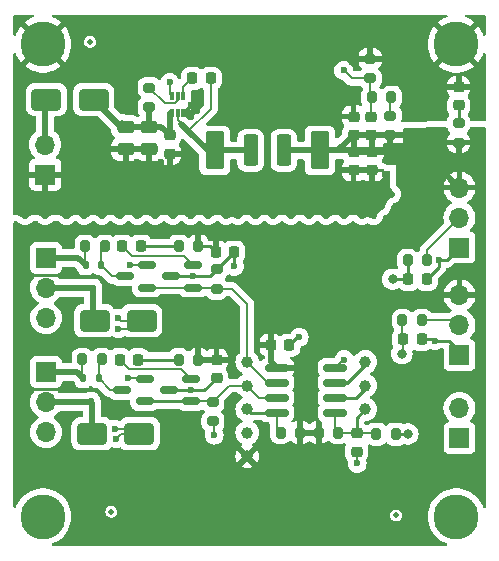
<source format=gbr>
%TF.GenerationSoftware,KiCad,Pcbnew,8.0.8*%
%TF.CreationDate,2025-06-23T13:25:41+02:00*%
%TF.ProjectId,LedDimmer,4c656444-696d-46d6-9572-2e6b69636164,rev?*%
%TF.SameCoordinates,Original*%
%TF.FileFunction,Copper,L1,Top*%
%TF.FilePolarity,Positive*%
%FSLAX46Y46*%
G04 Gerber Fmt 4.6, Leading zero omitted, Abs format (unit mm)*
G04 Created by KiCad (PCBNEW 8.0.8) date 2025-06-23 13:25:41*
%MOMM*%
%LPD*%
G01*
G04 APERTURE LIST*
G04 Aperture macros list*
%AMRoundRect*
0 Rectangle with rounded corners*
0 $1 Rounding radius*
0 $2 $3 $4 $5 $6 $7 $8 $9 X,Y pos of 4 corners*
0 Add a 4 corners polygon primitive as box body*
4,1,4,$2,$3,$4,$5,$6,$7,$8,$9,$2,$3,0*
0 Add four circle primitives for the rounded corners*
1,1,$1+$1,$2,$3*
1,1,$1+$1,$4,$5*
1,1,$1+$1,$6,$7*
1,1,$1+$1,$8,$9*
0 Add four rect primitives between the rounded corners*
20,1,$1+$1,$2,$3,$4,$5,0*
20,1,$1+$1,$4,$5,$6,$7,0*
20,1,$1+$1,$6,$7,$8,$9,0*
20,1,$1+$1,$8,$9,$2,$3,0*%
G04 Aperture macros list end*
%TA.AperFunction,SMDPad,CuDef*%
%ADD10C,0.500000*%
%TD*%
%TA.AperFunction,SMDPad,CuDef*%
%ADD11RoundRect,0.225000X-0.225000X-0.250000X0.225000X-0.250000X0.225000X0.250000X-0.225000X0.250000X0*%
%TD*%
%TA.AperFunction,ComponentPad*%
%ADD12C,2.600000*%
%TD*%
%TA.AperFunction,ConnectorPad*%
%ADD13C,3.800000*%
%TD*%
%TA.AperFunction,ComponentPad*%
%ADD14C,1.000000*%
%TD*%
%TA.AperFunction,SMDPad,CuDef*%
%ADD15RoundRect,0.250000X-1.000000X-0.650000X1.000000X-0.650000X1.000000X0.650000X-1.000000X0.650000X0*%
%TD*%
%TA.AperFunction,SMDPad,CuDef*%
%ADD16RoundRect,0.250000X-0.375000X-1.075000X0.375000X-1.075000X0.375000X1.075000X-0.375000X1.075000X0*%
%TD*%
%TA.AperFunction,ComponentPad*%
%ADD17R,1.700000X1.700000*%
%TD*%
%TA.AperFunction,ComponentPad*%
%ADD18O,1.700000X1.700000*%
%TD*%
%TA.AperFunction,SMDPad,CuDef*%
%ADD19RoundRect,0.218750X-0.256250X0.218750X-0.256250X-0.218750X0.256250X-0.218750X0.256250X0.218750X0*%
%TD*%
%TA.AperFunction,SMDPad,CuDef*%
%ADD20RoundRect,0.200000X0.275000X-0.200000X0.275000X0.200000X-0.275000X0.200000X-0.275000X-0.200000X0*%
%TD*%
%TA.AperFunction,SMDPad,CuDef*%
%ADD21RoundRect,0.200000X0.200000X0.275000X-0.200000X0.275000X-0.200000X-0.275000X0.200000X-0.275000X0*%
%TD*%
%TA.AperFunction,SMDPad,CuDef*%
%ADD22RoundRect,0.225000X0.225000X0.250000X-0.225000X0.250000X-0.225000X-0.250000X0.225000X-0.250000X0*%
%TD*%
%TA.AperFunction,SMDPad,CuDef*%
%ADD23RoundRect,0.225000X0.250000X-0.225000X0.250000X0.225000X-0.250000X0.225000X-0.250000X-0.225000X0*%
%TD*%
%TA.AperFunction,SMDPad,CuDef*%
%ADD24RoundRect,0.150000X0.587500X0.150000X-0.587500X0.150000X-0.587500X-0.150000X0.587500X-0.150000X0*%
%TD*%
%TA.AperFunction,SMDPad,CuDef*%
%ADD25RoundRect,0.150000X-0.825000X-0.150000X0.825000X-0.150000X0.825000X0.150000X-0.825000X0.150000X0*%
%TD*%
%TA.AperFunction,SMDPad,CuDef*%
%ADD26RoundRect,0.117646X-0.682354X-1.482354X0.682354X-1.482354X0.682354X1.482354X-0.682354X1.482354X0*%
%TD*%
%TA.AperFunction,SMDPad,CuDef*%
%ADD27RoundRect,0.200000X-0.200000X-0.275000X0.200000X-0.275000X0.200000X0.275000X-0.200000X0.275000X0*%
%TD*%
%TA.AperFunction,SMDPad,CuDef*%
%ADD28RoundRect,0.112500X0.112500X0.237500X-0.112500X0.237500X-0.112500X-0.237500X0.112500X-0.237500X0*%
%TD*%
%TA.AperFunction,SMDPad,CuDef*%
%ADD29RoundRect,0.200000X-0.275000X0.200000X-0.275000X-0.200000X0.275000X-0.200000X0.275000X0.200000X0*%
%TD*%
%TA.AperFunction,SMDPad,CuDef*%
%ADD30RoundRect,0.218750X-0.218750X-0.256250X0.218750X-0.256250X0.218750X0.256250X-0.218750X0.256250X0*%
%TD*%
%TA.AperFunction,SMDPad,CuDef*%
%ADD31RoundRect,0.250000X1.000000X0.650000X-1.000000X0.650000X-1.000000X-0.650000X1.000000X-0.650000X0*%
%TD*%
%TA.AperFunction,SMDPad,CuDef*%
%ADD32RoundRect,0.225000X-0.250000X0.225000X-0.250000X-0.225000X0.250000X-0.225000X0.250000X0.225000X0*%
%TD*%
%TA.AperFunction,SMDPad,CuDef*%
%ADD33RoundRect,0.087500X0.087500X-0.250000X0.087500X0.250000X-0.087500X0.250000X-0.087500X-0.250000X0*%
%TD*%
%TA.AperFunction,SMDPad,CuDef*%
%ADD34RoundRect,0.250000X-0.475000X0.250000X-0.475000X-0.250000X0.475000X-0.250000X0.475000X0.250000X0*%
%TD*%
%TA.AperFunction,ViaPad*%
%ADD35C,0.600000*%
%TD*%
%TA.AperFunction,ViaPad*%
%ADD36C,0.800000*%
%TD*%
%TA.AperFunction,Conductor*%
%ADD37C,0.500000*%
%TD*%
%TA.AperFunction,Conductor*%
%ADD38C,0.250000*%
%TD*%
%TA.AperFunction,Conductor*%
%ADD39C,0.200000*%
%TD*%
%TA.AperFunction,Conductor*%
%ADD40C,0.150000*%
%TD*%
G04 APERTURE END LIST*
D10*
%TO.P,FID3,*%
%TO.N,*%
X70330000Y-101910000D03*
%TD*%
%TO.P,FID2,*%
%TO.N,*%
X46230000Y-101610000D03*
%TD*%
%TO.P,FID1,*%
%TO.N,*%
X44430000Y-61810000D03*
%TD*%
D11*
%TO.P,C5,1*%
%TO.N,/BST*%
X53080000Y-64910000D03*
%TO.P,C5,2*%
%TO.N,Net-(U1-SW)*%
X54630000Y-64910000D03*
%TD*%
D12*
%TO.P,H4,1,1*%
%TO.N,GND*%
X40430000Y-62010000D03*
D13*
X40430000Y-62010000D03*
%TD*%
D14*
%TO.P,TP3,1,1*%
%TO.N,/DI1*%
X67730000Y-92910000D03*
%TD*%
D15*
%TO.P,D6,1,K*%
%TO.N,Net-(D6-K)*%
X44600000Y-95000000D03*
%TO.P,D6,2,A*%
%TO.N,GND*%
X48600000Y-95000000D03*
%TD*%
D16*
%TO.P,L3,1,1*%
%TO.N,Net-(U1-SW)*%
X58030000Y-71010000D03*
%TO.P,L3,2,2*%
%TO.N,+3.3V*%
X60830000Y-71010000D03*
%TD*%
D14*
%TO.P,TP5,1,1*%
%TO.N,/CH2*%
X57730000Y-90910000D03*
%TD*%
D17*
%TO.P,J5,1,Pin_1*%
%TO.N,GND*%
X75700000Y-88335000D03*
D18*
%TO.P,J5,2,Pin_2*%
%TO.N,Net-(J5-Pin_2)*%
X75700000Y-85795000D03*
%TO.P,J5,3,Pin_3*%
%TO.N,+3.3V*%
X75700000Y-83255000D03*
%TD*%
D19*
%TO.P,D4,1,K*%
%TO.N,GND*%
X75630000Y-65622499D03*
%TO.P,D4,2,A*%
%TO.N,Net-(D4-A)*%
X75630000Y-67197501D03*
%TD*%
D20*
%TO.P,R7,1*%
%TO.N,+3.3V*%
X75630000Y-70335000D03*
%TO.P,R7,2*%
%TO.N,Net-(D4-A)*%
X75630000Y-68685000D03*
%TD*%
D21*
%TO.P,R6,1*%
%TO.N,+3.3V*%
X53580000Y-79110000D03*
%TO.P,R6,2*%
%TO.N,Net-(D3-A)*%
X51930000Y-79110000D03*
%TD*%
D15*
%TO.P,D2,1,K*%
%TO.N,Net-(D2-K)*%
X44800000Y-85425000D03*
%TO.P,D2,2,A*%
%TO.N,GND*%
X48800000Y-85425000D03*
%TD*%
D12*
%TO.P,H2,1,1*%
%TO.N,GND*%
X75430000Y-102010000D03*
D13*
X75430000Y-102010000D03*
%TD*%
D22*
%TO.P,C10,1*%
%TO.N,GND*%
X72505000Y-87010000D03*
%TO.P,C10,2*%
%TO.N,/AN1*%
X70955000Y-87010000D03*
%TD*%
D21*
%TO.P,R11,1*%
%TO.N,Net-(J5-Pin_2)*%
X72525000Y-85400000D03*
%TO.P,R11,2*%
%TO.N,/AN1*%
X70875000Y-85400000D03*
%TD*%
D23*
%TO.P,C11,1*%
%TO.N,GND*%
X67000000Y-96500000D03*
%TO.P,C11,2*%
%TO.N,/DI1*%
X67000000Y-94950000D03*
%TD*%
D17*
%TO.P,J1,1,Pin_1*%
%TO.N,Net-(J1-Pin_1)*%
X40700000Y-80100000D03*
D18*
%TO.P,J1,2,Pin_2*%
%TO.N,Net-(D2-K)*%
X40700000Y-82640000D03*
%TO.P,J1,3,Pin_3*%
%TO.N,GND*%
X40700000Y-85180000D03*
%TD*%
D23*
%TO.P,C2,1*%
%TO.N,GND*%
X51162000Y-71285000D03*
%TO.P,C2,2*%
%TO.N,/VIN*%
X51162000Y-69735000D03*
%TD*%
D24*
%TO.P,Q3,1,G*%
%TO.N,/CH2*%
X49037500Y-92250000D03*
%TO.P,Q3,2,S*%
%TO.N,GND*%
X49037500Y-90350000D03*
%TO.P,Q3,3,D*%
%TO.N,Net-(Q3-D)*%
X47162500Y-91300000D03*
%TD*%
D25*
%TO.P,U2,1,VDD*%
%TO.N,+3.3V*%
X60225000Y-89395000D03*
%TO.P,U2,2,PWM1*%
%TO.N,/CH1*%
X60225000Y-90665000D03*
%TO.P,U2,3,PWM2*%
%TO.N,/CH2*%
X60225000Y-91935000D03*
%TO.P,U2,4,MCLR#*%
%TO.N,/RST#*%
X60225000Y-93205000D03*
%TO.P,U2,5,RA2*%
%TO.N,/DI1*%
X65175000Y-93205000D03*
%TO.P,U2,6,AN1*%
%TO.N,/AN1*%
X65175000Y-91935000D03*
%TO.P,U2,7,AN0*%
%TO.N,/AN0*%
X65175000Y-90665000D03*
%TO.P,U2,8,VSS*%
%TO.N,GND*%
X65175000Y-89395000D03*
%TD*%
D21*
%TO.P,R3,1*%
%TO.N,Net-(R2-Pad2)*%
X69930000Y-66510000D03*
%TO.P,R3,2*%
%TO.N,/FB*%
X68280000Y-66510000D03*
%TD*%
D22*
%TO.P,C8,1*%
%TO.N,GND*%
X61275000Y-87500000D03*
%TO.P,C8,2*%
%TO.N,+3.3V*%
X59725000Y-87500000D03*
%TD*%
D20*
%TO.P,R1,1*%
%TO.N,/VIN*%
X49430000Y-67335000D03*
%TO.P,R1,2*%
%TO.N,/EN*%
X49430000Y-65685000D03*
%TD*%
D17*
%TO.P,J2,1,Pin_1*%
%TO.N,GND*%
X40630000Y-73050000D03*
D18*
%TO.P,J2,2,Pin_2*%
%TO.N,/PWR*%
X40630000Y-70510000D03*
%TD*%
D14*
%TO.P,TP4,1,1*%
%TO.N,/RST#*%
X57730000Y-92910000D03*
%TD*%
D20*
%TO.P,R4,1*%
%TO.N,/FB*%
X68130000Y-64910000D03*
%TO.P,R4,2*%
%TO.N,GND*%
X68130000Y-63260000D03*
%TD*%
D26*
%TO.P,L1,1,1*%
%TO.N,Net-(U1-SW)*%
X54980000Y-71010000D03*
%TO.P,L1,2,2*%
%TO.N,+3.3V*%
X63880000Y-71010000D03*
%TD*%
D27*
%TO.P,R13,1*%
%TO.N,+3.3V*%
X63775000Y-94900000D03*
%TO.P,R13,2*%
%TO.N,/DI1*%
X65425000Y-94900000D03*
%TD*%
D23*
%TO.P,C6,1*%
%TO.N,+3.3V*%
X68230000Y-69685000D03*
%TO.P,C6,2*%
%TO.N,/FB*%
X68230000Y-68135000D03*
%TD*%
D28*
%TO.P,Q4,1,G*%
%TO.N,Net-(Q3-D)*%
X45150000Y-90300000D03*
%TO.P,Q4,2,S*%
%TO.N,Net-(J3-Pin_1)*%
X43850000Y-90300000D03*
%TO.P,Q4,3,D*%
%TO.N,Net-(D6-K)*%
X44500000Y-92300000D03*
%TD*%
D29*
%TO.P,R21,1*%
%TO.N,/CH2*%
X54830000Y-92285000D03*
%TO.P,R21,2*%
%TO.N,GND*%
X54830000Y-93935000D03*
%TD*%
D23*
%TO.P,C7,1*%
%TO.N,+3.3V*%
X66730000Y-69685000D03*
%TO.P,C7,2*%
%TO.N,GND*%
X66730000Y-68135000D03*
%TD*%
D14*
%TO.P,TP2,1,1*%
%TO.N,/AN1*%
X67730000Y-90910000D03*
%TD*%
D24*
%TO.P,Q5,1,G*%
%TO.N,/CH1*%
X53167500Y-82625000D03*
%TO.P,Q5,2,S*%
%TO.N,/CH1_LED*%
X53167500Y-80725000D03*
%TO.P,Q5,3,D*%
%TO.N,GND*%
X51292500Y-81675000D03*
%TD*%
%TO.P,Q6,1,G*%
%TO.N,/CH2*%
X52967500Y-92260000D03*
%TO.P,Q6,2,S*%
%TO.N,/CH2_LED*%
X52967500Y-90360000D03*
%TO.P,Q6,3,D*%
%TO.N,GND*%
X51092500Y-91310000D03*
%TD*%
D14*
%TO.P,TP1,1,1*%
%TO.N,/AN0*%
X67730000Y-88910000D03*
%TD*%
D12*
%TO.P,H3,1,1*%
%TO.N,GND*%
X40430000Y-102010000D03*
D13*
X40430000Y-102010000D03*
%TD*%
D30*
%TO.P,D5,1,K*%
%TO.N,/CH2_LED*%
X46930000Y-88710000D03*
%TO.P,D5,2,A*%
%TO.N,Net-(D5-A)*%
X48505000Y-88710000D03*
%TD*%
D21*
%TO.P,R8,1*%
%TO.N,+3.3V*%
X53580000Y-88710000D03*
%TO.P,R8,2*%
%TO.N,Net-(D5-A)*%
X51930000Y-88710000D03*
%TD*%
D17*
%TO.P,J6,1,Pin_1*%
%TO.N,GND*%
X75700000Y-95350000D03*
D18*
%TO.P,J6,2,Pin_2*%
%TO.N,Net-(J6-Pin_2)*%
X75700000Y-92810000D03*
%TD*%
D24*
%TO.P,Q2,1,G*%
%TO.N,/CH1*%
X49237500Y-82625000D03*
%TO.P,Q2,2,S*%
%TO.N,GND*%
X49237500Y-80725000D03*
%TO.P,Q2,3,D*%
%TO.N,Net-(Q1-G)*%
X47362500Y-81675000D03*
%TD*%
D14*
%TO.P,TP8,1,1*%
%TO.N,GND*%
X57730000Y-94910000D03*
%TD*%
D20*
%TO.P,R18,1*%
%TO.N,/CH1*%
X55130000Y-82735000D03*
%TO.P,R18,2*%
%TO.N,GND*%
X55130000Y-81085000D03*
%TD*%
%TO.P,R2,1*%
%TO.N,+3.3V*%
X69830000Y-69735000D03*
%TO.P,R2,2*%
%TO.N,Net-(R2-Pad2)*%
X69830000Y-68085000D03*
%TD*%
D31*
%TO.P,D1,1,K*%
%TO.N,/VIN*%
X44730000Y-66710000D03*
%TO.P,D1,2,A*%
%TO.N,/PWR*%
X40730000Y-66710000D03*
%TD*%
D23*
%TO.P,C3,1*%
%TO.N,GND*%
X66730000Y-72685000D03*
%TO.P,C3,2*%
%TO.N,+3.3V*%
X66730000Y-71135000D03*
%TD*%
D21*
%TO.P,R12,1*%
%TO.N,Net-(J6-Pin_2)*%
X70325000Y-95025000D03*
%TO.P,R12,2*%
%TO.N,/DI1*%
X68675000Y-95025000D03*
%TD*%
D22*
%TO.P,C9,1*%
%TO.N,GND*%
X72910000Y-81910000D03*
%TO.P,C9,2*%
%TO.N,/AN0*%
X71360000Y-81910000D03*
%TD*%
D17*
%TO.P,J4,1,Pin_1*%
%TO.N,GND*%
X75700000Y-79225000D03*
D18*
%TO.P,J4,2,Pin_2*%
%TO.N,Net-(J4-Pin_2)*%
X75700000Y-76685000D03*
%TO.P,J4,3,Pin_3*%
%TO.N,+3.3V*%
X75700000Y-74145000D03*
%TD*%
D32*
%TO.P,C4,1*%
%TO.N,+3.3V*%
X68330000Y-71135000D03*
%TO.P,C4,2*%
%TO.N,GND*%
X68330000Y-72685000D03*
%TD*%
D27*
%TO.P,R9,1*%
%TO.N,Net-(J3-Pin_1)*%
X43775000Y-88700000D03*
%TO.P,R9,2*%
%TO.N,Net-(Q3-D)*%
X45425000Y-88700000D03*
%TD*%
D14*
%TO.P,TP6,1,1*%
%TO.N,/CH1*%
X57730000Y-88910000D03*
%TD*%
D21*
%TO.P,R14,1*%
%TO.N,+3.3V*%
X62200000Y-94900000D03*
%TO.P,R14,2*%
%TO.N,/RST#*%
X60550000Y-94900000D03*
%TD*%
D27*
%TO.P,R5,1*%
%TO.N,Net-(J1-Pin_1)*%
X44012500Y-79125000D03*
%TO.P,R5,2*%
%TO.N,Net-(Q1-G)*%
X45662500Y-79125000D03*
%TD*%
D23*
%TO.P,C16,1*%
%TO.N,GND*%
X55130000Y-90285000D03*
%TO.P,C16,2*%
%TO.N,+3.3V*%
X55130000Y-88735000D03*
%TD*%
D21*
%TO.P,R10,1*%
%TO.N,Net-(J4-Pin_2)*%
X72955000Y-80310000D03*
%TO.P,R10,2*%
%TO.N,/AN0*%
X71305000Y-80310000D03*
%TD*%
D33*
%TO.P,U1,1,VIN*%
%TO.N,/VIN*%
X51330000Y-67810000D03*
%TO.P,U1,2,SW*%
%TO.N,Net-(U1-SW)*%
X51830000Y-67810000D03*
%TO.P,U1,3,GND*%
%TO.N,GND*%
X52330000Y-67810000D03*
%TO.P,U1,4,BST*%
%TO.N,/BST*%
X52330000Y-66385000D03*
%TO.P,U1,5,EN*%
%TO.N,/EN*%
X51830000Y-66385000D03*
%TO.P,U1,6,FB*%
%TO.N,/FB*%
X51330000Y-66385000D03*
%TD*%
D30*
%TO.P,D3,1,K*%
%TO.N,/CH1_LED*%
X47142500Y-79110000D03*
%TO.P,D3,2,A*%
%TO.N,Net-(D3-A)*%
X48717500Y-79110000D03*
%TD*%
D34*
%TO.P,C1,1*%
%TO.N,/VIN*%
X49430000Y-69010000D03*
%TO.P,C1,2*%
%TO.N,GND*%
X49430000Y-70910000D03*
%TD*%
D17*
%TO.P,J3,1,Pin_1*%
%TO.N,Net-(J3-Pin_1)*%
X40700000Y-89775000D03*
D18*
%TO.P,J3,2,Pin_2*%
%TO.N,Net-(D6-K)*%
X40700000Y-92315000D03*
%TO.P,J3,3,Pin_3*%
%TO.N,GND*%
X40700000Y-94855000D03*
%TD*%
D22*
%TO.P,C15,1*%
%TO.N,GND*%
X56605000Y-79610000D03*
%TO.P,C15,2*%
%TO.N,+3.3V*%
X55055000Y-79610000D03*
%TD*%
D14*
%TO.P,TP7,1,1*%
%TO.N,+3.3V*%
X57730000Y-96910000D03*
%TD*%
D28*
%TO.P,Q1,1,G*%
%TO.N,Net-(Q1-G)*%
X45350000Y-80725000D03*
%TO.P,Q1,2,S*%
%TO.N,Net-(J1-Pin_1)*%
X44050000Y-80725000D03*
%TO.P,Q1,3,D*%
%TO.N,Net-(D2-K)*%
X44700000Y-82725000D03*
%TD*%
D34*
%TO.P,C14,1*%
%TO.N,/VIN*%
X47430000Y-69010000D03*
%TO.P,C14,2*%
%TO.N,GND*%
X47430000Y-70910000D03*
%TD*%
D12*
%TO.P,H1,1,1*%
%TO.N,GND*%
X75430000Y-62010000D03*
D13*
X75430000Y-62010000D03*
%TD*%
D35*
%TO.N,GND*%
X46830000Y-85210000D03*
X58528000Y-65378000D03*
X52940000Y-67156000D03*
X46830000Y-86110000D03*
X56330000Y-63310000D03*
X68430000Y-76510000D03*
X66430000Y-67010000D03*
X65530000Y-72110000D03*
X59930000Y-61510000D03*
X49430000Y-64410000D03*
X65530000Y-73410000D03*
X53130000Y-81610000D03*
X65930000Y-88710000D03*
X68430000Y-74010000D03*
X59925000Y-65378000D03*
X69930000Y-74710000D03*
X69130000Y-75710000D03*
X61630000Y-63310000D03*
X68053000Y-62076000D03*
X52930000Y-76510000D03*
X53530000Y-66210000D03*
X53830000Y-61710000D03*
X66730000Y-73910000D03*
X48430000Y-72010000D03*
X57230000Y-61510000D03*
X45430000Y-76510000D03*
X59930000Y-76510000D03*
X56630000Y-80810000D03*
X54930000Y-95110000D03*
X69430000Y-73010000D03*
X77430000Y-65010000D03*
X53448000Y-67664000D03*
X72130000Y-59910000D03*
X47430000Y-72010000D03*
X40530000Y-75010000D03*
X49430000Y-72010000D03*
X50430000Y-72010000D03*
X65530000Y-68210000D03*
X57258000Y-65378000D03*
X62130000Y-86810000D03*
X47630000Y-90310000D03*
X43130000Y-60110000D03*
X67430000Y-76510000D03*
X66630000Y-63510000D03*
X77130000Y-68010000D03*
X63030000Y-61410000D03*
X73930000Y-80310000D03*
X38530000Y-64610000D03*
X58830000Y-63310000D03*
X54430000Y-76510000D03*
X61195000Y-65378000D03*
X46530000Y-94610000D03*
X49930000Y-76510000D03*
X69450000Y-63219000D03*
X48430000Y-76510000D03*
X40630000Y-76510000D03*
X63527775Y-63351322D03*
X65930000Y-76510000D03*
X56930000Y-76510000D03*
X65430000Y-69510000D03*
X58430000Y-76510000D03*
X50630000Y-64210000D03*
X47830000Y-80710000D03*
X71430000Y-68010000D03*
X47930000Y-65010000D03*
X43930000Y-76510000D03*
X38930000Y-76510000D03*
X62465000Y-65378000D03*
X51430000Y-76510000D03*
X55988000Y-65378000D03*
X52930000Y-91310000D03*
X74430000Y-68010000D03*
X63735000Y-65378000D03*
X61430000Y-76510000D03*
X52940000Y-68172000D03*
X73630000Y-87110000D03*
X65005000Y-65378000D03*
X66130000Y-65910000D03*
X42430000Y-76510000D03*
X64430000Y-76510000D03*
X47630000Y-67410000D03*
X46630000Y-95410000D03*
X67037000Y-97509000D03*
X62930000Y-76510000D03*
X46930000Y-76510000D03*
X55930000Y-76510000D03*
X73030000Y-68010000D03*
%TO.N,/FB*%
X51162000Y-65251000D03*
X65894000Y-64235000D03*
D36*
%TO.N,/AN0*%
X70030000Y-81910000D03*
%TO.N,/AN1*%
X70830000Y-88210000D03*
%TO.N,Net-(J6-Pin_2)*%
X71330000Y-95010000D03*
%TD*%
D37*
%TO.N,/VIN*%
X49430000Y-69010000D02*
X50437000Y-69010000D01*
X47090000Y-68670000D02*
X47430000Y-69010000D01*
X50437000Y-69010000D02*
X51162000Y-69735000D01*
X51162000Y-69735000D02*
X51162000Y-67853000D01*
X47430000Y-69010000D02*
X49430000Y-69010000D01*
X47430000Y-69010000D02*
X47030000Y-69010000D01*
X49430000Y-69010000D02*
X49430000Y-67335000D01*
X47030000Y-69010000D02*
X44730000Y-66710000D01*
X51162000Y-67853000D02*
X51205000Y-67810000D01*
D38*
%TO.N,GND*%
X54605000Y-81610000D02*
X53130000Y-81610000D01*
D39*
X48800000Y-85425000D02*
X47045000Y-85425000D01*
D40*
X54930000Y-95110000D02*
X54930000Y-94035000D01*
D39*
X49570000Y-90350000D02*
X49037500Y-90350000D01*
X65860000Y-88710000D02*
X65175000Y-89395000D01*
D40*
X48997500Y-90310000D02*
X49037500Y-90350000D01*
X47630000Y-90310000D02*
X47630000Y-90210000D01*
D38*
X56630000Y-79635000D02*
X56605000Y-79610000D01*
X52476000Y-67664000D02*
X52330000Y-67810000D01*
X54105000Y-91310000D02*
X55130000Y-90285000D01*
X55130000Y-81085000D02*
X56605000Y-79610000D01*
X52930000Y-91310000D02*
X51092500Y-91310000D01*
X52930000Y-91310000D02*
X54105000Y-91310000D01*
X74810000Y-87110000D02*
X75700000Y-88000000D01*
D39*
X75700000Y-95335000D02*
X75390000Y-95025000D01*
D40*
X47630000Y-90310000D02*
X48997500Y-90310000D01*
D38*
X53448000Y-67664000D02*
X52476000Y-67664000D01*
X69105000Y-72685000D02*
X69430000Y-73010000D01*
D39*
X67037000Y-97509000D02*
X67037000Y-96537000D01*
D38*
X62130000Y-86810000D02*
X61965000Y-86810000D01*
D39*
X48315000Y-85425000D02*
X47630000Y-86110000D01*
D40*
X49237500Y-80725000D02*
X47845000Y-80725000D01*
D38*
X56630000Y-80810000D02*
X56630000Y-79635000D01*
D39*
X46630000Y-95410000D02*
X47040000Y-95000000D01*
X47630000Y-86110000D02*
X46830000Y-86110000D01*
D38*
X73930000Y-80310000D02*
X73930000Y-80890000D01*
X52692000Y-68172000D02*
X52330000Y-67810000D01*
X52940000Y-67200000D02*
X52330000Y-67810000D01*
X73930000Y-80310000D02*
X74615000Y-80310000D01*
X53065000Y-81675000D02*
X53130000Y-81610000D01*
X68330000Y-72685000D02*
X69105000Y-72685000D01*
X51292500Y-81675000D02*
X53065000Y-81675000D01*
X72505000Y-87010000D02*
X73530000Y-87010000D01*
X74615000Y-80310000D02*
X75700000Y-79225000D01*
X49065000Y-85160000D02*
X48800000Y-85425000D01*
D39*
X48210000Y-94610000D02*
X48600000Y-95000000D01*
D38*
X61965000Y-86810000D02*
X61275000Y-87500000D01*
X52940000Y-67156000D02*
X52940000Y-67200000D01*
D39*
X48930000Y-85555000D02*
X48800000Y-85425000D01*
D38*
X73930000Y-80890000D02*
X72910000Y-81910000D01*
D39*
X67037000Y-96537000D02*
X67000000Y-96500000D01*
D38*
X73630000Y-87110000D02*
X74810000Y-87110000D01*
D39*
X46530000Y-94610000D02*
X48210000Y-94610000D01*
X65930000Y-88710000D02*
X65860000Y-88710000D01*
D38*
X52940000Y-68172000D02*
X52692000Y-68172000D01*
X55130000Y-81085000D02*
X54605000Y-81610000D01*
D40*
X47845000Y-80725000D02*
X47830000Y-80710000D01*
D39*
X47040000Y-95000000D02*
X48600000Y-95000000D01*
X47045000Y-85425000D02*
X46830000Y-85210000D01*
X48800000Y-85425000D02*
X48315000Y-85425000D01*
D38*
X73530000Y-87010000D02*
X73630000Y-87110000D01*
D40*
X54930000Y-94035000D02*
X54830000Y-93935000D01*
D37*
%TO.N,+3.3V*%
X72697500Y-71142500D02*
X75700000Y-74145000D01*
X66780000Y-69735000D02*
X66730000Y-69685000D01*
X72565000Y-71010000D02*
X72697500Y-71142500D01*
X66730000Y-69685000D02*
X65405000Y-71010000D01*
D38*
X53580000Y-79110000D02*
X54555000Y-79110000D01*
X39230000Y-81510000D02*
X42630000Y-81510000D01*
X53580000Y-88710000D02*
X53580000Y-88485000D01*
X53555000Y-88685000D02*
X53580000Y-88710000D01*
D37*
X63880000Y-71010000D02*
X69958000Y-71010000D01*
X66730000Y-71135000D02*
X66730000Y-69685000D01*
D38*
X54555000Y-79110000D02*
X55055000Y-79610000D01*
X42130000Y-91210000D02*
X39330000Y-91210000D01*
D39*
X63775000Y-94900000D02*
X62200000Y-94900000D01*
D37*
X66605000Y-71010000D02*
X66730000Y-71135000D01*
X59725000Y-88895000D02*
X60225000Y-89395000D01*
X63880000Y-71010000D02*
X66605000Y-71010000D01*
X65405000Y-71010000D02*
X63880000Y-71010000D01*
X69830000Y-69735000D02*
X71290000Y-69735000D01*
X71290000Y-69735000D02*
X72697500Y-71142500D01*
X69830000Y-70882000D02*
X69830000Y-69735000D01*
X63880000Y-71010000D02*
X60830000Y-71010000D01*
X68330000Y-69785000D02*
X68230000Y-69685000D01*
X69958000Y-71010000D02*
X69830000Y-70882000D01*
X68330000Y-71135000D02*
X68330000Y-69785000D01*
X69958000Y-71010000D02*
X72565000Y-71010000D01*
X69830000Y-69735000D02*
X66780000Y-69735000D01*
X59725000Y-87500000D02*
X59725000Y-88895000D01*
D39*
%TO.N,/BST*%
X52330000Y-66385000D02*
X52330000Y-65660000D01*
X52330000Y-65660000D02*
X53080000Y-64910000D01*
%TO.N,/FB*%
X68130000Y-64910000D02*
X68130000Y-66360000D01*
X68230000Y-68135000D02*
X68230000Y-66560000D01*
X51162000Y-66217000D02*
X51330000Y-66385000D01*
X51162000Y-65251000D02*
X51162000Y-66217000D01*
X68130000Y-64910000D02*
X66569000Y-64910000D01*
X68230000Y-66560000D02*
X68280000Y-66510000D01*
X68130000Y-66360000D02*
X68280000Y-66510000D01*
X66569000Y-64910000D02*
X65894000Y-64235000D01*
D38*
%TO.N,/AN0*%
X65175000Y-90665000D02*
X66175000Y-90665000D01*
X66175000Y-90665000D02*
X67930000Y-88910000D01*
X71305000Y-81855000D02*
X71360000Y-81910000D01*
X70030000Y-81910000D02*
X71360000Y-81910000D01*
X71305000Y-80310000D02*
X71305000Y-81855000D01*
D39*
%TO.N,/AN1*%
X70955000Y-88085000D02*
X70955000Y-87010000D01*
X70875000Y-86930000D02*
X70955000Y-87010000D01*
D38*
X66905000Y-91935000D02*
X67930000Y-90910000D01*
D39*
X70875000Y-85400000D02*
X70875000Y-86930000D01*
X70830000Y-88210000D02*
X70955000Y-88085000D01*
D38*
X65175000Y-91935000D02*
X66905000Y-91935000D01*
D39*
%TO.N,/DI1*%
X65425000Y-94900000D02*
X68550000Y-94900000D01*
X65175000Y-93205000D02*
X65175000Y-94650000D01*
D38*
X67000000Y-94950000D02*
X67000000Y-93640000D01*
X67000000Y-93640000D02*
X67730000Y-92910000D01*
D39*
X65175000Y-94650000D02*
X65425000Y-94900000D01*
X68550000Y-94900000D02*
X68675000Y-95025000D01*
D37*
%TO.N,/PWR*%
X40630000Y-70510000D02*
X40630000Y-66810000D01*
X40630000Y-66810000D02*
X40730000Y-66710000D01*
%TO.N,Net-(D2-K)*%
X44700000Y-82725000D02*
X44700000Y-85325000D01*
X40700000Y-82640000D02*
X44615000Y-82640000D01*
X44700000Y-85325000D02*
X44800000Y-85425000D01*
X44615000Y-82640000D02*
X44700000Y-82725000D01*
D40*
%TO.N,/CH1_LED*%
X53167500Y-80725000D02*
X53245000Y-80725000D01*
X47942500Y-79910000D02*
X47142500Y-79110000D01*
X53130000Y-80762500D02*
X53167500Y-80725000D01*
X52352500Y-79910000D02*
X47942500Y-79910000D01*
X53167500Y-80725000D02*
X52352500Y-79910000D01*
%TO.N,/CH2_LED*%
X52967500Y-90360000D02*
X52117500Y-89510000D01*
X52930000Y-90397500D02*
X52967500Y-90360000D01*
X52117500Y-89510000D02*
X47730000Y-89510000D01*
X47730000Y-89510000D02*
X46930000Y-88710000D01*
D38*
%TO.N,Net-(D4-A)*%
X75630000Y-67197501D02*
X75630000Y-68685000D01*
D37*
%TO.N,Net-(D6-K)*%
X44600000Y-92400000D02*
X44500000Y-92300000D01*
X44600000Y-95000000D02*
X44600000Y-92400000D01*
X44485000Y-92315000D02*
X44500000Y-92300000D01*
X40700000Y-92315000D02*
X44485000Y-92315000D01*
%TO.N,Net-(J1-Pin_1)*%
X43425000Y-80100000D02*
X44050000Y-80725000D01*
D39*
X44012500Y-79125000D02*
X44012500Y-80687500D01*
X44012500Y-80687500D02*
X44050000Y-80725000D01*
D37*
X40700000Y-80100000D02*
X43425000Y-80100000D01*
D39*
%TO.N,Net-(J3-Pin_1)*%
X43775000Y-88700000D02*
X43775000Y-90225000D01*
D37*
X40700000Y-89775000D02*
X43325000Y-89775000D01*
X43325000Y-89775000D02*
X43850000Y-90300000D01*
D39*
X43775000Y-90225000D02*
X43850000Y-90300000D01*
%TO.N,Net-(J4-Pin_2)*%
X75700000Y-76685000D02*
X72955000Y-79430000D01*
X72955000Y-79430000D02*
X72955000Y-80310000D01*
%TO.N,Net-(J5-Pin_2)*%
X75305000Y-85400000D02*
X75700000Y-85795000D01*
X72525000Y-85400000D02*
X75305000Y-85400000D01*
D38*
%TO.N,Net-(J6-Pin_2)*%
X71315000Y-95025000D02*
X71330000Y-95010000D01*
X70325000Y-95025000D02*
X71315000Y-95025000D01*
D40*
%TO.N,/CH1*%
X54895000Y-82625000D02*
X53167500Y-82625000D01*
X56430000Y-82710000D02*
X56405000Y-82735000D01*
X53167500Y-82625000D02*
X49237500Y-82625000D01*
X55130000Y-82735000D02*
X55005000Y-82735000D01*
X60225000Y-90665000D02*
X59485000Y-90665000D01*
X57730000Y-84010000D02*
X57730000Y-88910000D01*
X59485000Y-90665000D02*
X57730000Y-88910000D01*
X56430000Y-82710000D02*
X57730000Y-84010000D01*
X56405000Y-82735000D02*
X55130000Y-82735000D01*
X55005000Y-82735000D02*
X54895000Y-82625000D01*
%TO.N,/CH2*%
X54830000Y-92285000D02*
X54555000Y-92285000D01*
X60225000Y-91935000D02*
X58755000Y-91935000D01*
X58755000Y-91935000D02*
X57730000Y-90910000D01*
D38*
X49037500Y-92250000D02*
X52957500Y-92250000D01*
D40*
X54555000Y-92285000D02*
X54530000Y-92260000D01*
X57730000Y-90910000D02*
X56205000Y-90910000D01*
X56205000Y-90910000D02*
X54830000Y-92285000D01*
X54530000Y-92260000D02*
X52967500Y-92260000D01*
D38*
X52957500Y-92250000D02*
X52967500Y-92260000D01*
D39*
%TO.N,/EN*%
X51830000Y-66385000D02*
X51830000Y-66772932D01*
X50767500Y-67022500D02*
X49430000Y-65685000D01*
X51580432Y-67022500D02*
X50767500Y-67022500D01*
X51830000Y-66772932D02*
X51580432Y-67022500D01*
%TO.N,Net-(R2-Pad2)*%
X69830000Y-68085000D02*
X69830000Y-66610000D01*
X69830000Y-66610000D02*
X69930000Y-66510000D01*
%TO.N,/RST#*%
X60225000Y-94575000D02*
X60550000Y-94900000D01*
X60225000Y-93205000D02*
X60225000Y-94575000D01*
D38*
X58025000Y-93205000D02*
X60225000Y-93205000D01*
X60340000Y-95110000D02*
X60550000Y-94900000D01*
X57730000Y-92910000D02*
X58025000Y-93205000D01*
D39*
%TO.N,Net-(U1-SW)*%
X54630000Y-67498000D02*
X52749500Y-69378500D01*
D37*
X54980000Y-71010000D02*
X54381000Y-71010000D01*
X54381000Y-71010000D02*
X52749500Y-69378500D01*
D39*
X51830000Y-67810000D02*
X51830000Y-68459000D01*
X54630000Y-64910000D02*
X54630000Y-67498000D01*
D37*
X52749500Y-69378500D02*
X52114500Y-68743500D01*
X54980000Y-71010000D02*
X58030000Y-71010000D01*
D39*
X51830000Y-68459000D02*
X52114500Y-68743500D01*
%TO.N,Net-(Q1-G)*%
X45350000Y-79437500D02*
X45662500Y-79125000D01*
X45350000Y-80725000D02*
X45350000Y-79437500D01*
X45350000Y-80725000D02*
X46300000Y-81675000D01*
X46300000Y-81675000D02*
X47362500Y-81675000D01*
%TO.N,Net-(Q3-D)*%
X46150000Y-91300000D02*
X45150000Y-90300000D01*
X45150000Y-88975000D02*
X45425000Y-88700000D01*
X47162500Y-91300000D02*
X46150000Y-91300000D01*
X45150000Y-90300000D02*
X45150000Y-88975000D01*
D38*
%TO.N,Net-(D3-A)*%
X48717500Y-79110000D02*
X51930000Y-79110000D01*
%TO.N,Net-(D5-A)*%
X48505000Y-88710000D02*
X51930000Y-88710000D01*
%TD*%
%TA.AperFunction,Conductor*%
%TO.N,+3.3V*%
G36*
X77871543Y-69030521D02*
G01*
X77918047Y-69082666D01*
X77930000Y-69135783D01*
X77930000Y-101153123D01*
X77910315Y-101220162D01*
X77857511Y-101265917D01*
X77788353Y-101275861D01*
X77724797Y-101246836D01*
X77688069Y-101191441D01*
X77666340Y-101124568D01*
X77666338Y-101124563D01*
X77537734Y-100851267D01*
X77537733Y-100851264D01*
X77375885Y-100596232D01*
X77183349Y-100363496D01*
X76963162Y-100156726D01*
X76963159Y-100156724D01*
X76963153Y-100156719D01*
X76718806Y-99979191D01*
X76718799Y-99979186D01*
X76718795Y-99979184D01*
X76454104Y-99833668D01*
X76454101Y-99833666D01*
X76454096Y-99833664D01*
X76454095Y-99833663D01*
X76173265Y-99722475D01*
X76173262Y-99722474D01*
X75880695Y-99647357D01*
X75581036Y-99609500D01*
X75581027Y-99609500D01*
X75278973Y-99609500D01*
X75278963Y-99609500D01*
X74979304Y-99647357D01*
X74686737Y-99722474D01*
X74686734Y-99722475D01*
X74405904Y-99833663D01*
X74405903Y-99833664D01*
X74141205Y-99979184D01*
X74141193Y-99979191D01*
X73896846Y-100156719D01*
X73896836Y-100156727D01*
X73676652Y-100363494D01*
X73484111Y-100596236D01*
X73322268Y-100851261D01*
X73322265Y-100851267D01*
X73193661Y-101124563D01*
X73193659Y-101124568D01*
X73100320Y-101411835D01*
X73043719Y-101708546D01*
X73043718Y-101708553D01*
X73024754Y-102009994D01*
X73024754Y-102010005D01*
X73043718Y-102311446D01*
X73043719Y-102311453D01*
X73100320Y-102608164D01*
X73193659Y-102895431D01*
X73193661Y-102895436D01*
X73322265Y-103168732D01*
X73322268Y-103168738D01*
X73484111Y-103423763D01*
X73676652Y-103656505D01*
X73896836Y-103863272D01*
X73896846Y-103863280D01*
X74141193Y-104040808D01*
X74141198Y-104040810D01*
X74141205Y-104040816D01*
X74405896Y-104186332D01*
X74405901Y-104186334D01*
X74405903Y-104186335D01*
X74405904Y-104186336D01*
X74619004Y-104270708D01*
X74674090Y-104313689D01*
X74697193Y-104379628D01*
X74680980Y-104447591D01*
X74630596Y-104495998D01*
X74573357Y-104510000D01*
X41286643Y-104510000D01*
X41219604Y-104490315D01*
X41173849Y-104437511D01*
X41163905Y-104368353D01*
X41192930Y-104304797D01*
X41240996Y-104270708D01*
X41454095Y-104186336D01*
X41454096Y-104186335D01*
X41454094Y-104186335D01*
X41454104Y-104186332D01*
X41718795Y-104040816D01*
X41963162Y-103863274D01*
X42183349Y-103656504D01*
X42375885Y-103423768D01*
X42537733Y-103168736D01*
X42666341Y-102895430D01*
X42759681Y-102608160D01*
X42816280Y-102311457D01*
X42817495Y-102292143D01*
X42835246Y-102010005D01*
X42835246Y-102009994D01*
X42816281Y-101708553D01*
X42816280Y-101708546D01*
X42816280Y-101708543D01*
X42797482Y-101610000D01*
X45724353Y-101610000D01*
X45744834Y-101752456D01*
X45804622Y-101883371D01*
X45804623Y-101883373D01*
X45898872Y-101992143D01*
X46019947Y-102069953D01*
X46019950Y-102069954D01*
X46019949Y-102069954D01*
X46158036Y-102110499D01*
X46158038Y-102110500D01*
X46158039Y-102110500D01*
X46301962Y-102110500D01*
X46301962Y-102110499D01*
X46440053Y-102069953D01*
X46561128Y-101992143D01*
X46632305Y-101910000D01*
X69824353Y-101910000D01*
X69844834Y-102052456D01*
X69904622Y-102183371D01*
X69904623Y-102183373D01*
X69998872Y-102292143D01*
X70119947Y-102369953D01*
X70119950Y-102369954D01*
X70119949Y-102369954D01*
X70258036Y-102410499D01*
X70258038Y-102410500D01*
X70258039Y-102410500D01*
X70401962Y-102410500D01*
X70401962Y-102410499D01*
X70540053Y-102369953D01*
X70661128Y-102292143D01*
X70755377Y-102183373D01*
X70815165Y-102052457D01*
X70835647Y-101910000D01*
X70815165Y-101767543D01*
X70755377Y-101636627D01*
X70661128Y-101527857D01*
X70540053Y-101450047D01*
X70540051Y-101450046D01*
X70540049Y-101450045D01*
X70540050Y-101450045D01*
X70401963Y-101409500D01*
X70401961Y-101409500D01*
X70258039Y-101409500D01*
X70258036Y-101409500D01*
X70119949Y-101450045D01*
X69998873Y-101527856D01*
X69904623Y-101636626D01*
X69904622Y-101636628D01*
X69844834Y-101767543D01*
X69824353Y-101910000D01*
X46632305Y-101910000D01*
X46655377Y-101883373D01*
X46715165Y-101752457D01*
X46735647Y-101610000D01*
X46715165Y-101467543D01*
X46655377Y-101336627D01*
X46561128Y-101227857D01*
X46440053Y-101150047D01*
X46440051Y-101150046D01*
X46440049Y-101150045D01*
X46440050Y-101150045D01*
X46301963Y-101109500D01*
X46301961Y-101109500D01*
X46158039Y-101109500D01*
X46158036Y-101109500D01*
X46019949Y-101150045D01*
X45898873Y-101227856D01*
X45804623Y-101336626D01*
X45804622Y-101336628D01*
X45744834Y-101467543D01*
X45724353Y-101610000D01*
X42797482Y-101610000D01*
X42759681Y-101411840D01*
X42666341Y-101124570D01*
X42537733Y-100851264D01*
X42375885Y-100596232D01*
X42183349Y-100363496D01*
X41963162Y-100156726D01*
X41963159Y-100156724D01*
X41963153Y-100156719D01*
X41718806Y-99979191D01*
X41718799Y-99979186D01*
X41718795Y-99979184D01*
X41454104Y-99833668D01*
X41454101Y-99833666D01*
X41454096Y-99833664D01*
X41454095Y-99833663D01*
X41173265Y-99722475D01*
X41173262Y-99722474D01*
X40880695Y-99647357D01*
X40581036Y-99609500D01*
X40581027Y-99609500D01*
X40278973Y-99609500D01*
X40278963Y-99609500D01*
X39979304Y-99647357D01*
X39686737Y-99722474D01*
X39686734Y-99722475D01*
X39405904Y-99833663D01*
X39405903Y-99833664D01*
X39141205Y-99979184D01*
X39141193Y-99979191D01*
X38896846Y-100156719D01*
X38896836Y-100156727D01*
X38676652Y-100363494D01*
X38484111Y-100596236D01*
X38322268Y-100851261D01*
X38322265Y-100851267D01*
X38193661Y-101124563D01*
X38193659Y-101124568D01*
X38171931Y-101191441D01*
X38132493Y-101249117D01*
X38068135Y-101276315D01*
X37999288Y-101264400D01*
X37947813Y-101217156D01*
X37930000Y-101153123D01*
X37930000Y-97772075D01*
X57221476Y-97772075D01*
X57345462Y-97838348D01*
X57533969Y-97895531D01*
X57533965Y-97895531D01*
X57730000Y-97914838D01*
X57926032Y-97895531D01*
X58114537Y-97838348D01*
X58238523Y-97772076D01*
X58238523Y-97772075D01*
X57730001Y-97263553D01*
X57730000Y-97263553D01*
X57221476Y-97772075D01*
X37930000Y-97772075D01*
X37930000Y-96910000D01*
X56725161Y-96910000D01*
X56744468Y-97106032D01*
X56801651Y-97294539D01*
X56867922Y-97418523D01*
X56867923Y-97418523D01*
X57376446Y-96910000D01*
X57376446Y-96909999D01*
X57326719Y-96860272D01*
X57480000Y-96860272D01*
X57480000Y-96959728D01*
X57518060Y-97051614D01*
X57588386Y-97121940D01*
X57680272Y-97160000D01*
X57779728Y-97160000D01*
X57871614Y-97121940D01*
X57941940Y-97051614D01*
X57980000Y-96959728D01*
X57980000Y-96909999D01*
X58083553Y-96909999D01*
X58083553Y-96910000D01*
X58592075Y-97418523D01*
X58592076Y-97418523D01*
X58658348Y-97294537D01*
X58715531Y-97106032D01*
X58734838Y-96910000D01*
X58715531Y-96713967D01*
X58658348Y-96525462D01*
X58592075Y-96401476D01*
X58083553Y-96909999D01*
X57980000Y-96909999D01*
X57980000Y-96860272D01*
X57941940Y-96768386D01*
X57871614Y-96698060D01*
X57779728Y-96660000D01*
X57680272Y-96660000D01*
X57588386Y-96698060D01*
X57518060Y-96768386D01*
X57480000Y-96860272D01*
X57326719Y-96860272D01*
X56867923Y-96401476D01*
X56801649Y-96525466D01*
X56744468Y-96713967D01*
X56725161Y-96910000D01*
X37930000Y-96910000D01*
X37930000Y-82639999D01*
X39344341Y-82639999D01*
X39344341Y-82640000D01*
X39364936Y-82875403D01*
X39364938Y-82875413D01*
X39426094Y-83103655D01*
X39426096Y-83103659D01*
X39426097Y-83103663D01*
X39486509Y-83233217D01*
X39525965Y-83317830D01*
X39525967Y-83317834D01*
X39661501Y-83511395D01*
X39661506Y-83511402D01*
X39828597Y-83678493D01*
X39828603Y-83678498D01*
X40014158Y-83808425D01*
X40057783Y-83863002D01*
X40064977Y-83932500D01*
X40033454Y-83994855D01*
X40014158Y-84011575D01*
X39828597Y-84141505D01*
X39661505Y-84308597D01*
X39525965Y-84502169D01*
X39525964Y-84502171D01*
X39433640Y-84700162D01*
X39431316Y-84705146D01*
X39426098Y-84716335D01*
X39426094Y-84716344D01*
X39364938Y-84944586D01*
X39364936Y-84944596D01*
X39344341Y-85179999D01*
X39344341Y-85180000D01*
X39364936Y-85415403D01*
X39364938Y-85415413D01*
X39426094Y-85643655D01*
X39426096Y-85643659D01*
X39426097Y-85643663D01*
X39525965Y-85857830D01*
X39525967Y-85857834D01*
X39600730Y-85964606D01*
X39661505Y-86051401D01*
X39828599Y-86218495D01*
X39903584Y-86271000D01*
X40022165Y-86354032D01*
X40022167Y-86354033D01*
X40022170Y-86354035D01*
X40236337Y-86453903D01*
X40236343Y-86453904D01*
X40236344Y-86453905D01*
X40276849Y-86464758D01*
X40464592Y-86515063D01*
X40652918Y-86531539D01*
X40699999Y-86535659D01*
X40700000Y-86535659D01*
X40700001Y-86535659D01*
X40739234Y-86532226D01*
X40935408Y-86515063D01*
X41163663Y-86453903D01*
X41377830Y-86354035D01*
X41571401Y-86218495D01*
X41738495Y-86051401D01*
X41874035Y-85857830D01*
X41973903Y-85643663D01*
X42035063Y-85415408D01*
X42055659Y-85180000D01*
X42035063Y-84944592D01*
X41973903Y-84716337D01*
X41874035Y-84502171D01*
X41859577Y-84481522D01*
X41738494Y-84308597D01*
X41571402Y-84141506D01*
X41571396Y-84141501D01*
X41385842Y-84011575D01*
X41342217Y-83956998D01*
X41335023Y-83887500D01*
X41366546Y-83825145D01*
X41385842Y-83808425D01*
X41415207Y-83787863D01*
X41571401Y-83678495D01*
X41738495Y-83511401D01*
X41786127Y-83443376D01*
X41840704Y-83399751D01*
X41887701Y-83390500D01*
X43825500Y-83390500D01*
X43892539Y-83410185D01*
X43938294Y-83462989D01*
X43949500Y-83514500D01*
X43949500Y-83900500D01*
X43929815Y-83967539D01*
X43877011Y-84013294D01*
X43825502Y-84024500D01*
X43749999Y-84024500D01*
X43749980Y-84024501D01*
X43647203Y-84035000D01*
X43647200Y-84035001D01*
X43480668Y-84090185D01*
X43480663Y-84090187D01*
X43331342Y-84182289D01*
X43207289Y-84306342D01*
X43115187Y-84455663D01*
X43115185Y-84455668D01*
X43106618Y-84481522D01*
X43060001Y-84622203D01*
X43060001Y-84622204D01*
X43060000Y-84622204D01*
X43049500Y-84724983D01*
X43049500Y-86125001D01*
X43049501Y-86125018D01*
X43060000Y-86227796D01*
X43060001Y-86227799D01*
X43115185Y-86394331D01*
X43115187Y-86394336D01*
X43150069Y-86450888D01*
X43207288Y-86543656D01*
X43331344Y-86667712D01*
X43480666Y-86759814D01*
X43647203Y-86814999D01*
X43749991Y-86825500D01*
X45850008Y-86825499D01*
X45952797Y-86814999D01*
X46119334Y-86759814D01*
X46177153Y-86724150D01*
X46244543Y-86705710D01*
X46311207Y-86726632D01*
X46322168Y-86735633D01*
X46322295Y-86735475D01*
X46327737Y-86739815D01*
X46327738Y-86739816D01*
X46359565Y-86759814D01*
X46464101Y-86825499D01*
X46480478Y-86835789D01*
X46620695Y-86884853D01*
X46650745Y-86895368D01*
X46650750Y-86895369D01*
X46829996Y-86915565D01*
X46830000Y-86915565D01*
X46830004Y-86915565D01*
X47009249Y-86895369D01*
X47009252Y-86895368D01*
X47009255Y-86895368D01*
X47179522Y-86835789D01*
X47195899Y-86825499D01*
X47220571Y-86809996D01*
X47324352Y-86744786D01*
X47391586Y-86725786D01*
X47455417Y-86744240D01*
X47480666Y-86759814D01*
X47647203Y-86814999D01*
X47749991Y-86825500D01*
X49850008Y-86825499D01*
X49952797Y-86814999D01*
X50119334Y-86759814D01*
X50268656Y-86667712D01*
X50392712Y-86543656D01*
X50484814Y-86394334D01*
X50539999Y-86227797D01*
X50550500Y-86125009D01*
X50550499Y-84724992D01*
X50539999Y-84622203D01*
X50484814Y-84455666D01*
X50392712Y-84306344D01*
X50268656Y-84182288D01*
X50119334Y-84090186D01*
X49952797Y-84035001D01*
X49952795Y-84035000D01*
X49850010Y-84024500D01*
X47749998Y-84024500D01*
X47749981Y-84024501D01*
X47647203Y-84035000D01*
X47647200Y-84035001D01*
X47480668Y-84090185D01*
X47480663Y-84090187D01*
X47331342Y-84182289D01*
X47207289Y-84306342D01*
X47164482Y-84375744D01*
X47112534Y-84422469D01*
X47043571Y-84433690D01*
X47017991Y-84427689D01*
X47012428Y-84425742D01*
X47009253Y-84424631D01*
X47009246Y-84424630D01*
X46830004Y-84404435D01*
X46829996Y-84404435D01*
X46650746Y-84424631D01*
X46650745Y-84424631D01*
X46592659Y-84444956D01*
X46522880Y-84448517D01*
X46462253Y-84413787D01*
X46446170Y-84393014D01*
X46392712Y-84306344D01*
X46268656Y-84182288D01*
X46119334Y-84090186D01*
X45952797Y-84035001D01*
X45952795Y-84035000D01*
X45850016Y-84024500D01*
X45850009Y-84024500D01*
X45574500Y-84024500D01*
X45507461Y-84004815D01*
X45461706Y-83952011D01*
X45450500Y-83900500D01*
X45450500Y-82651079D01*
X45427882Y-82537376D01*
X45425499Y-82513184D01*
X45425499Y-82425606D01*
X45425498Y-82425584D01*
X45423847Y-82404596D01*
X45422765Y-82390844D01*
X45379555Y-82242113D01*
X45300715Y-82108802D01*
X45300713Y-82108800D01*
X45300710Y-82108796D01*
X45191203Y-81999289D01*
X45191194Y-81999282D01*
X45084794Y-81936358D01*
X45057887Y-81920445D01*
X44909156Y-81877235D01*
X44909153Y-81877234D01*
X44909151Y-81877234D01*
X44878395Y-81874814D01*
X44874405Y-81874500D01*
X44874404Y-81874500D01*
X44525606Y-81874500D01*
X44525584Y-81874501D01*
X44490844Y-81877235D01*
X44490843Y-81877235D01*
X44465571Y-81884577D01*
X44430979Y-81889500D01*
X41887701Y-81889500D01*
X41820662Y-81869815D01*
X41786126Y-81836623D01*
X41738496Y-81768600D01*
X41690081Y-81720185D01*
X41616567Y-81646671D01*
X41583084Y-81585351D01*
X41588068Y-81515659D01*
X41629939Y-81459725D01*
X41660915Y-81442810D01*
X41792331Y-81393796D01*
X41907546Y-81307546D01*
X41993796Y-81192331D01*
X42044091Y-81057483D01*
X42050500Y-80997873D01*
X42050500Y-80974500D01*
X42070185Y-80907461D01*
X42122989Y-80861706D01*
X42174500Y-80850500D01*
X43062770Y-80850500D01*
X43129809Y-80870185D01*
X43150451Y-80886819D01*
X43306542Y-81042910D01*
X43337937Y-81095996D01*
X43370443Y-81207882D01*
X43370444Y-81207885D01*
X43449282Y-81341194D01*
X43449289Y-81341203D01*
X43558796Y-81450710D01*
X43558800Y-81450713D01*
X43558802Y-81450715D01*
X43692113Y-81529555D01*
X43840844Y-81572765D01*
X43875595Y-81575500D01*
X44224404Y-81575499D01*
X44259156Y-81572765D01*
X44407887Y-81529555D01*
X44541198Y-81450715D01*
X44552098Y-81439815D01*
X44612319Y-81379595D01*
X44673642Y-81346110D01*
X44743334Y-81351094D01*
X44787681Y-81379595D01*
X44858796Y-81450710D01*
X44858800Y-81450713D01*
X44858802Y-81450715D01*
X44992113Y-81529555D01*
X45140844Y-81572765D01*
X45175595Y-81575500D01*
X45299901Y-81575499D01*
X45366941Y-81595183D01*
X45387583Y-81611818D01*
X45815139Y-82039374D01*
X45815149Y-82039385D01*
X45819479Y-82043715D01*
X45819480Y-82043716D01*
X45931284Y-82155520D01*
X46006108Y-82198719D01*
X46068215Y-82234577D01*
X46220943Y-82275501D01*
X46254193Y-82275501D01*
X46321232Y-82295186D01*
X46341875Y-82311821D01*
X46373129Y-82343076D01*
X46373133Y-82343079D01*
X46373135Y-82343081D01*
X46514602Y-82426744D01*
X46556224Y-82438836D01*
X46672426Y-82472597D01*
X46672429Y-82472597D01*
X46672431Y-82472598D01*
X46709306Y-82475500D01*
X47875500Y-82475500D01*
X47942539Y-82495185D01*
X47988294Y-82547989D01*
X47999500Y-82599500D01*
X47999500Y-82840701D01*
X48002401Y-82877567D01*
X48002402Y-82877573D01*
X48048254Y-83035393D01*
X48048255Y-83035396D01*
X48048256Y-83035398D01*
X48085681Y-83098681D01*
X48131917Y-83176862D01*
X48131923Y-83176870D01*
X48248129Y-83293076D01*
X48248133Y-83293079D01*
X48248135Y-83293081D01*
X48389602Y-83376744D01*
X48431224Y-83388836D01*
X48547426Y-83422597D01*
X48547429Y-83422597D01*
X48547431Y-83422598D01*
X48584306Y-83425500D01*
X48584314Y-83425500D01*
X49890686Y-83425500D01*
X49890694Y-83425500D01*
X49927569Y-83422598D01*
X49927571Y-83422597D01*
X49927573Y-83422597D01*
X50006208Y-83399751D01*
X50085398Y-83376744D01*
X50226865Y-83293081D01*
X50283128Y-83236817D01*
X50344449Y-83203334D01*
X50370808Y-83200500D01*
X52034192Y-83200500D01*
X52101231Y-83220185D01*
X52121868Y-83236814D01*
X52178135Y-83293081D01*
X52319602Y-83376744D01*
X52361224Y-83388836D01*
X52477426Y-83422597D01*
X52477429Y-83422597D01*
X52477431Y-83422598D01*
X52514306Y-83425500D01*
X52514314Y-83425500D01*
X53820686Y-83425500D01*
X53820694Y-83425500D01*
X53857569Y-83422598D01*
X53857571Y-83422597D01*
X53857573Y-83422597D01*
X53936208Y-83399751D01*
X54015398Y-83376744D01*
X54121915Y-83313749D01*
X54189639Y-83296567D01*
X54255902Y-83318727D01*
X54291153Y-83356332D01*
X54299525Y-83370181D01*
X54299526Y-83370182D01*
X54299528Y-83370185D01*
X54419815Y-83490472D01*
X54565394Y-83578478D01*
X54727804Y-83629086D01*
X54798384Y-83635500D01*
X54798387Y-83635500D01*
X55461613Y-83635500D01*
X55461616Y-83635500D01*
X55532196Y-83629086D01*
X55694606Y-83578478D01*
X55840185Y-83490472D01*
X55960472Y-83370185D01*
X55960474Y-83370180D01*
X55965094Y-83364285D01*
X55966117Y-83365087D01*
X56011904Y-83323160D01*
X56066489Y-83310500D01*
X56165258Y-83310500D01*
X56232297Y-83330185D01*
X56252939Y-83346819D01*
X57118181Y-84212061D01*
X57151666Y-84273384D01*
X57154500Y-84299742D01*
X57154500Y-88029362D01*
X57134815Y-88096401D01*
X57109165Y-88125215D01*
X57019116Y-88199116D01*
X56894090Y-88351460D01*
X56894086Y-88351467D01*
X56801188Y-88525266D01*
X56743975Y-88713870D01*
X56724659Y-88910000D01*
X56743975Y-89106129D01*
X56801188Y-89294733D01*
X56894086Y-89468532D01*
X56894090Y-89468539D01*
X57019116Y-89620883D01*
X57171460Y-89745909D01*
X57171467Y-89745914D01*
X57273856Y-89800642D01*
X57323701Y-89849604D01*
X57339161Y-89917742D01*
X57315329Y-89983422D01*
X57273856Y-90019358D01*
X57171467Y-90074085D01*
X57171460Y-90074090D01*
X57019116Y-90199116D01*
X56945216Y-90289165D01*
X56887471Y-90328499D01*
X56849363Y-90334500D01*
X56229499Y-90334500D01*
X56162460Y-90314815D01*
X56116705Y-90262011D01*
X56105499Y-90210500D01*
X56105499Y-90011662D01*
X56105498Y-90011644D01*
X56095349Y-89912292D01*
X56095348Y-89912289D01*
X56042003Y-89751303D01*
X56041999Y-89751297D01*
X56041998Y-89751294D01*
X55952970Y-89606959D01*
X55952967Y-89606955D01*
X55943339Y-89597327D01*
X55909854Y-89536004D01*
X55914838Y-89466312D01*
X55943345Y-89421959D01*
X55952573Y-89412731D01*
X56041542Y-89268492D01*
X56041547Y-89268481D01*
X56094855Y-89107606D01*
X56104999Y-89008322D01*
X56105000Y-89008309D01*
X56105000Y-88985000D01*
X54101362Y-88985000D01*
X54034323Y-88965315D01*
X54027727Y-88960000D01*
X53704000Y-88960000D01*
X53636961Y-88940315D01*
X53591206Y-88887511D01*
X53580000Y-88836000D01*
X53580000Y-88710000D01*
X53454000Y-88710000D01*
X53386961Y-88690315D01*
X53341206Y-88637511D01*
X53330000Y-88586000D01*
X53330000Y-88460000D01*
X53830000Y-88460000D01*
X54533638Y-88460000D01*
X54600677Y-88479685D01*
X54607273Y-88485000D01*
X54880000Y-88485000D01*
X55380000Y-88485000D01*
X56104999Y-88485000D01*
X56104999Y-88461692D01*
X56104998Y-88461677D01*
X56094855Y-88362392D01*
X56041547Y-88201518D01*
X56041542Y-88201507D01*
X55952575Y-88057271D01*
X55952572Y-88057267D01*
X55832732Y-87937427D01*
X55832728Y-87937424D01*
X55688492Y-87848457D01*
X55688481Y-87848452D01*
X55527606Y-87795144D01*
X55428322Y-87785000D01*
X55380000Y-87785000D01*
X55380000Y-88485000D01*
X54880000Y-88485000D01*
X54880000Y-87785000D01*
X54879999Y-87784999D01*
X54831693Y-87785000D01*
X54831675Y-87785001D01*
X54732392Y-87795144D01*
X54571518Y-87848452D01*
X54571507Y-87848457D01*
X54421121Y-87941218D01*
X54420462Y-87940150D01*
X54362517Y-87963518D01*
X54293877Y-87950467D01*
X54262740Y-87927790D01*
X54214877Y-87879927D01*
X54069395Y-87791980D01*
X54069396Y-87791980D01*
X53907105Y-87741409D01*
X53907106Y-87741409D01*
X53836572Y-87735000D01*
X53830000Y-87735000D01*
X53830000Y-88460000D01*
X53330000Y-88460000D01*
X53330000Y-87735000D01*
X53329999Y-87734999D01*
X53323436Y-87735000D01*
X53323417Y-87735001D01*
X53252897Y-87741408D01*
X53252892Y-87741409D01*
X53090603Y-87791981D01*
X52945122Y-87879927D01*
X52945121Y-87879928D01*
X52843035Y-87982015D01*
X52781712Y-88015500D01*
X52712020Y-88010516D01*
X52667673Y-87982015D01*
X52565188Y-87879530D01*
X52548644Y-87869529D01*
X52419606Y-87791522D01*
X52257196Y-87740914D01*
X52257194Y-87740913D01*
X52257192Y-87740913D01*
X52207778Y-87736423D01*
X52186616Y-87734500D01*
X51673384Y-87734500D01*
X51656746Y-87736012D01*
X51602807Y-87740913D01*
X51440393Y-87791522D01*
X51294811Y-87879530D01*
X51174531Y-87999810D01*
X51174528Y-87999814D01*
X51159514Y-88024651D01*
X51107986Y-88071838D01*
X51053398Y-88084500D01*
X49410265Y-88084500D01*
X49343226Y-88064815D01*
X49304727Y-88025598D01*
X49291781Y-88004609D01*
X49172891Y-87885719D01*
X49172887Y-87885716D01*
X49029795Y-87797455D01*
X49029789Y-87797452D01*
X49029787Y-87797451D01*
X48870185Y-87744564D01*
X48870183Y-87744563D01*
X48771681Y-87734500D01*
X48771674Y-87734500D01*
X48238326Y-87734500D01*
X48238318Y-87734500D01*
X48139816Y-87744563D01*
X48139815Y-87744564D01*
X48060719Y-87770773D01*
X47980215Y-87797450D01*
X47980204Y-87797455D01*
X47837112Y-87885716D01*
X47837108Y-87885719D01*
X47805181Y-87917647D01*
X47743858Y-87951132D01*
X47674166Y-87946148D01*
X47629819Y-87917647D01*
X47597891Y-87885719D01*
X47597887Y-87885716D01*
X47454795Y-87797455D01*
X47454789Y-87797452D01*
X47454787Y-87797451D01*
X47295185Y-87744564D01*
X47295183Y-87744563D01*
X47196681Y-87734500D01*
X47196674Y-87734500D01*
X46663326Y-87734500D01*
X46663318Y-87734500D01*
X46564816Y-87744563D01*
X46564815Y-87744564D01*
X46485719Y-87770773D01*
X46405215Y-87797450D01*
X46405204Y-87797455D01*
X46262112Y-87885716D01*
X46256919Y-87890909D01*
X46195594Y-87924390D01*
X46125903Y-87919403D01*
X46081561Y-87890904D01*
X46060185Y-87869528D01*
X45914606Y-87781522D01*
X45752196Y-87730914D01*
X45752194Y-87730913D01*
X45752192Y-87730913D01*
X45702778Y-87726423D01*
X45681616Y-87724500D01*
X45168384Y-87724500D01*
X45149145Y-87726248D01*
X45097807Y-87730913D01*
X44935393Y-87781522D01*
X44789811Y-87869530D01*
X44789810Y-87869531D01*
X44687681Y-87971661D01*
X44626358Y-88005146D01*
X44556666Y-88000162D01*
X44512319Y-87971661D01*
X44410188Y-87869530D01*
X44408272Y-87868372D01*
X44264606Y-87781522D01*
X44102196Y-87730914D01*
X44102194Y-87730913D01*
X44102192Y-87730913D01*
X44052778Y-87726423D01*
X44031616Y-87724500D01*
X43518384Y-87724500D01*
X43499145Y-87726248D01*
X43447807Y-87730913D01*
X43285393Y-87781522D01*
X43139811Y-87869530D01*
X43019530Y-87989811D01*
X42931522Y-88135393D01*
X42880913Y-88297807D01*
X42880005Y-88307804D01*
X42874696Y-88366234D01*
X42874500Y-88368386D01*
X42874500Y-88900500D01*
X42854815Y-88967539D01*
X42802011Y-89013294D01*
X42750500Y-89024500D01*
X42174499Y-89024500D01*
X42107460Y-89004815D01*
X42061705Y-88952011D01*
X42050499Y-88900500D01*
X42050499Y-88877129D01*
X42050498Y-88877123D01*
X42050497Y-88877116D01*
X42044091Y-88817517D01*
X42036745Y-88797822D01*
X41993797Y-88682671D01*
X41993793Y-88682664D01*
X41907547Y-88567455D01*
X41907544Y-88567452D01*
X41792335Y-88481206D01*
X41792328Y-88481202D01*
X41657482Y-88430908D01*
X41657483Y-88430908D01*
X41597883Y-88424501D01*
X41597881Y-88424500D01*
X41597873Y-88424500D01*
X41597864Y-88424500D01*
X39802129Y-88424500D01*
X39802123Y-88424501D01*
X39742516Y-88430908D01*
X39607671Y-88481202D01*
X39607664Y-88481206D01*
X39492455Y-88567452D01*
X39492452Y-88567455D01*
X39406206Y-88682664D01*
X39406202Y-88682671D01*
X39355908Y-88817517D01*
X39349501Y-88877116D01*
X39349501Y-88877123D01*
X39349500Y-88877135D01*
X39349500Y-90672870D01*
X39349501Y-90672876D01*
X39355908Y-90732483D01*
X39406202Y-90867328D01*
X39406206Y-90867335D01*
X39492452Y-90982544D01*
X39492455Y-90982547D01*
X39607664Y-91068793D01*
X39607671Y-91068797D01*
X39739081Y-91117810D01*
X39795015Y-91159681D01*
X39819432Y-91225145D01*
X39804580Y-91293418D01*
X39783430Y-91321673D01*
X39661503Y-91443600D01*
X39525965Y-91637169D01*
X39525964Y-91637171D01*
X39426098Y-91851335D01*
X39426094Y-91851344D01*
X39364938Y-92079586D01*
X39364936Y-92079596D01*
X39344341Y-92314999D01*
X39344341Y-92315000D01*
X39364936Y-92550403D01*
X39364938Y-92550413D01*
X39426094Y-92778655D01*
X39426096Y-92778659D01*
X39426097Y-92778663D01*
X39512162Y-92963230D01*
X39525965Y-92992830D01*
X39525967Y-92992834D01*
X39634281Y-93147521D01*
X39656692Y-93179528D01*
X39661501Y-93186395D01*
X39661506Y-93186402D01*
X39828597Y-93353493D01*
X39828603Y-93353498D01*
X40014158Y-93483425D01*
X40057783Y-93538002D01*
X40064977Y-93607500D01*
X40033454Y-93669855D01*
X40014158Y-93686575D01*
X39828597Y-93816505D01*
X39661505Y-93983597D01*
X39525965Y-94177169D01*
X39525964Y-94177171D01*
X39426098Y-94391335D01*
X39426094Y-94391344D01*
X39364938Y-94619586D01*
X39364936Y-94619596D01*
X39344341Y-94854999D01*
X39344341Y-94855000D01*
X39364936Y-95090403D01*
X39364938Y-95090413D01*
X39426094Y-95318655D01*
X39426096Y-95318659D01*
X39426097Y-95318663D01*
X39453896Y-95378277D01*
X39525965Y-95532830D01*
X39525967Y-95532834D01*
X39631037Y-95682888D01*
X39661505Y-95726401D01*
X39828599Y-95893495D01*
X39899979Y-95943476D01*
X40022165Y-96029032D01*
X40022167Y-96029033D01*
X40022170Y-96029035D01*
X40236337Y-96128903D01*
X40236343Y-96128904D01*
X40236344Y-96128905D01*
X40262036Y-96135789D01*
X40464592Y-96190063D01*
X40652918Y-96206539D01*
X40699999Y-96210659D01*
X40700000Y-96210659D01*
X40700001Y-96210659D01*
X40739234Y-96207226D01*
X40935408Y-96190063D01*
X41163663Y-96128903D01*
X41377830Y-96029035D01*
X41571401Y-95893495D01*
X41738495Y-95726401D01*
X41874035Y-95532830D01*
X41973903Y-95318663D01*
X42035063Y-95090408D01*
X42055659Y-94855000D01*
X42035063Y-94619592D01*
X41973903Y-94391337D01*
X41874035Y-94177171D01*
X41871989Y-94174248D01*
X41738494Y-93983597D01*
X41571402Y-93816506D01*
X41571396Y-93816501D01*
X41385842Y-93686575D01*
X41342217Y-93631998D01*
X41335023Y-93562500D01*
X41366546Y-93500145D01*
X41385842Y-93483425D01*
X41475442Y-93420686D01*
X41571401Y-93353495D01*
X41738495Y-93186401D01*
X41786127Y-93118376D01*
X41840704Y-93074751D01*
X41887701Y-93065500D01*
X43725500Y-93065500D01*
X43792539Y-93085185D01*
X43838294Y-93137989D01*
X43849500Y-93189500D01*
X43849500Y-93475500D01*
X43829815Y-93542539D01*
X43777011Y-93588294D01*
X43725501Y-93599500D01*
X43549999Y-93599500D01*
X43549980Y-93599501D01*
X43447203Y-93610000D01*
X43447200Y-93610001D01*
X43280668Y-93665185D01*
X43280663Y-93665187D01*
X43131342Y-93757289D01*
X43007289Y-93881342D01*
X42915187Y-94030663D01*
X42915185Y-94030668D01*
X42906723Y-94056206D01*
X42860001Y-94197203D01*
X42860001Y-94197204D01*
X42860000Y-94197204D01*
X42849500Y-94299983D01*
X42849500Y-95700001D01*
X42849501Y-95700018D01*
X42860000Y-95802796D01*
X42860001Y-95802799D01*
X42915185Y-95969331D01*
X42915187Y-95969336D01*
X42921893Y-95980208D01*
X43007288Y-96118656D01*
X43131344Y-96242712D01*
X43280666Y-96334814D01*
X43447203Y-96389999D01*
X43549991Y-96400500D01*
X45650008Y-96400499D01*
X45752797Y-96389999D01*
X45919334Y-96334814D01*
X46068656Y-96242712D01*
X46147676Y-96163692D01*
X46208999Y-96130207D01*
X46276312Y-96134332D01*
X46450737Y-96195366D01*
X46450743Y-96195367D01*
X46450745Y-96195368D01*
X46450746Y-96195368D01*
X46450750Y-96195369D01*
X46629996Y-96215565D01*
X46630000Y-96215565D01*
X46630004Y-96215565D01*
X46809249Y-96195369D01*
X46809252Y-96195368D01*
X46809255Y-96195368D01*
X46809256Y-96195367D01*
X46809259Y-96195367D01*
X46859646Y-96177735D01*
X46939241Y-96149883D01*
X47009018Y-96146321D01*
X47067876Y-96179244D01*
X47131344Y-96242712D01*
X47280666Y-96334814D01*
X47447203Y-96389999D01*
X47549991Y-96400500D01*
X49650008Y-96400499D01*
X49752797Y-96389999D01*
X49919334Y-96334814D01*
X50068656Y-96242712D01*
X50192712Y-96118656D01*
X50284814Y-95969334D01*
X50339999Y-95802797D01*
X50350500Y-95700009D01*
X50350499Y-94299992D01*
X50339999Y-94197203D01*
X50284814Y-94030666D01*
X50192712Y-93881344D01*
X50068656Y-93757288D01*
X49954011Y-93686575D01*
X49919336Y-93665187D01*
X49919331Y-93665185D01*
X49917862Y-93664698D01*
X49752797Y-93610001D01*
X49752795Y-93610000D01*
X49650010Y-93599500D01*
X47549998Y-93599500D01*
X47549981Y-93599501D01*
X47447203Y-93610000D01*
X47447200Y-93610001D01*
X47280668Y-93665185D01*
X47280663Y-93665187D01*
X47131345Y-93757287D01*
X47026036Y-93862596D01*
X46964713Y-93896080D01*
X46895021Y-93891096D01*
X46884551Y-93886633D01*
X46879516Y-93884208D01*
X46709262Y-93824633D01*
X46709249Y-93824630D01*
X46530004Y-93804435D01*
X46529996Y-93804435D01*
X46350747Y-93824631D01*
X46265205Y-93854563D01*
X46195426Y-93858124D01*
X46136570Y-93825202D01*
X46068657Y-93757289D01*
X46068656Y-93757288D01*
X45954011Y-93686575D01*
X45919336Y-93665187D01*
X45919331Y-93665185D01*
X45917862Y-93664698D01*
X45752797Y-93610001D01*
X45752795Y-93610000D01*
X45650016Y-93599500D01*
X45650009Y-93599500D01*
X45474500Y-93599500D01*
X45407461Y-93579815D01*
X45361706Y-93527011D01*
X45350500Y-93475500D01*
X45350500Y-92326079D01*
X45321659Y-92181092D01*
X45321658Y-92181091D01*
X45321658Y-92181087D01*
X45309066Y-92150686D01*
X45265086Y-92044509D01*
X45265085Y-92044508D01*
X45265084Y-92044505D01*
X45240883Y-92008286D01*
X45225992Y-91971506D01*
X45224534Y-91971930D01*
X45179556Y-91817117D01*
X45179555Y-91817113D01*
X45100715Y-91683802D01*
X45100713Y-91683800D01*
X45100710Y-91683796D01*
X44991203Y-91574289D01*
X44991194Y-91574282D01*
X44874356Y-91505185D01*
X44857887Y-91495445D01*
X44709156Y-91452235D01*
X44709153Y-91452234D01*
X44709151Y-91452234D01*
X44678395Y-91449814D01*
X44674405Y-91449500D01*
X44674404Y-91449500D01*
X44325606Y-91449500D01*
X44325584Y-91449501D01*
X44290847Y-91452234D01*
X44290844Y-91452235D01*
X44142113Y-91495445D01*
X44054545Y-91547232D01*
X43991426Y-91564500D01*
X41887701Y-91564500D01*
X41820662Y-91544815D01*
X41786126Y-91511623D01*
X41738496Y-91443600D01*
X41678031Y-91383135D01*
X41616567Y-91321671D01*
X41583084Y-91260351D01*
X41588068Y-91190659D01*
X41629939Y-91134725D01*
X41660915Y-91117810D01*
X41792331Y-91068796D01*
X41907546Y-90982546D01*
X41993796Y-90867331D01*
X42044091Y-90732483D01*
X42050500Y-90672873D01*
X42050500Y-90649500D01*
X42070185Y-90582461D01*
X42122989Y-90536706D01*
X42174500Y-90525500D01*
X42962770Y-90525500D01*
X43029809Y-90545185D01*
X43050451Y-90561819D01*
X43106542Y-90617910D01*
X43137937Y-90670996D01*
X43170443Y-90782882D01*
X43170444Y-90782885D01*
X43249282Y-90916194D01*
X43249289Y-90916203D01*
X43358796Y-91025710D01*
X43358800Y-91025713D01*
X43358802Y-91025715D01*
X43492113Y-91104555D01*
X43640844Y-91147765D01*
X43675595Y-91150500D01*
X44024404Y-91150499D01*
X44059156Y-91147765D01*
X44207887Y-91104555D01*
X44341198Y-91025715D01*
X44375046Y-90991867D01*
X44412319Y-90954595D01*
X44473642Y-90921110D01*
X44543334Y-90926094D01*
X44587681Y-90954595D01*
X44658796Y-91025710D01*
X44658800Y-91025713D01*
X44658802Y-91025715D01*
X44792113Y-91104555D01*
X44940844Y-91147765D01*
X44975595Y-91150500D01*
X45099901Y-91150499D01*
X45166941Y-91170183D01*
X45187582Y-91186817D01*
X45781284Y-91780520D01*
X45781286Y-91780521D01*
X45781290Y-91780524D01*
X45844672Y-91817117D01*
X45918216Y-91859577D01*
X46070943Y-91900501D01*
X46070945Y-91900501D01*
X46078793Y-91902604D01*
X46078325Y-91904350D01*
X46132961Y-91928515D01*
X46140567Y-91935513D01*
X46173129Y-91968076D01*
X46173133Y-91968079D01*
X46173135Y-91968081D01*
X46314602Y-92051744D01*
X46356224Y-92063836D01*
X46472426Y-92097597D01*
X46472429Y-92097597D01*
X46472431Y-92097598D01*
X46509306Y-92100500D01*
X47675500Y-92100500D01*
X47742539Y-92120185D01*
X47788294Y-92172989D01*
X47799500Y-92224500D01*
X47799500Y-92465701D01*
X47802401Y-92502567D01*
X47802402Y-92502573D01*
X47848254Y-92660393D01*
X47848255Y-92660396D01*
X47931917Y-92801862D01*
X47931923Y-92801870D01*
X48048129Y-92918076D01*
X48048133Y-92918079D01*
X48048135Y-92918081D01*
X48189602Y-93001744D01*
X48224022Y-93011744D01*
X48347426Y-93047597D01*
X48347429Y-93047597D01*
X48347431Y-93047598D01*
X48384306Y-93050500D01*
X48384314Y-93050500D01*
X49690686Y-93050500D01*
X49690694Y-93050500D01*
X49727569Y-93047598D01*
X49727571Y-93047597D01*
X49727573Y-93047597D01*
X49769191Y-93035505D01*
X49885398Y-93001744D01*
X50026865Y-92918081D01*
X50026870Y-92918076D01*
X50033128Y-92911819D01*
X50094451Y-92878334D01*
X50120809Y-92875500D01*
X51874191Y-92875500D01*
X51941230Y-92895185D01*
X51961872Y-92911819D01*
X51978129Y-92928076D01*
X51978133Y-92928079D01*
X51978135Y-92928081D01*
X52119602Y-93011744D01*
X52155998Y-93022318D01*
X52277426Y-93057597D01*
X52277429Y-93057597D01*
X52277431Y-93057598D01*
X52314306Y-93060500D01*
X52314314Y-93060500D01*
X53620686Y-93060500D01*
X53620694Y-93060500D01*
X53657569Y-93057598D01*
X53657571Y-93057597D01*
X53657573Y-93057597D01*
X53815392Y-93011746D01*
X53815392Y-93011745D01*
X53815398Y-93011744D01*
X53905848Y-92958251D01*
X53973568Y-92941070D01*
X54039831Y-92963230D01*
X54056647Y-92977304D01*
X54101661Y-93022318D01*
X54135146Y-93083641D01*
X54130162Y-93153333D01*
X54101662Y-93197680D01*
X53999529Y-93299813D01*
X53911522Y-93445393D01*
X53860913Y-93607807D01*
X53859725Y-93620883D01*
X53854500Y-93678384D01*
X53854500Y-94191616D01*
X53855008Y-94197203D01*
X53860913Y-94262192D01*
X53860913Y-94262194D01*
X53860914Y-94262196D01*
X53911522Y-94424606D01*
X53972373Y-94525266D01*
X53999530Y-94570188D01*
X54119809Y-94690467D01*
X54119811Y-94690468D01*
X54119815Y-94690472D01*
X54123559Y-94692735D01*
X54170746Y-94744260D01*
X54182586Y-94813119D01*
X54176452Y-94839806D01*
X54144632Y-94930742D01*
X54144630Y-94930750D01*
X54124435Y-95109996D01*
X54124435Y-95110003D01*
X54144630Y-95289249D01*
X54144631Y-95289254D01*
X54204211Y-95459523D01*
X54250276Y-95532834D01*
X54300184Y-95612262D01*
X54427738Y-95739816D01*
X54449260Y-95753339D01*
X54552195Y-95818018D01*
X54580478Y-95835789D01*
X54681511Y-95871142D01*
X54750745Y-95895368D01*
X54750750Y-95895369D01*
X54929996Y-95915565D01*
X54930000Y-95915565D01*
X54930004Y-95915565D01*
X55109249Y-95895369D01*
X55109252Y-95895368D01*
X55109255Y-95895368D01*
X55279522Y-95835789D01*
X55432262Y-95739816D01*
X55559816Y-95612262D01*
X55655789Y-95459522D01*
X55715368Y-95289255D01*
X55715369Y-95289249D01*
X55735565Y-95110003D01*
X55735565Y-95109996D01*
X55715369Y-94930750D01*
X55715366Y-94930737D01*
X55655791Y-94760482D01*
X55655789Y-94760479D01*
X55655789Y-94760478D01*
X55636775Y-94730218D01*
X55617777Y-94662982D01*
X55638146Y-94596147D01*
X55654094Y-94576563D01*
X55654585Y-94576071D01*
X55660472Y-94570185D01*
X55748478Y-94424606D01*
X55799086Y-94262196D01*
X55805500Y-94191616D01*
X55805500Y-93678384D01*
X55799086Y-93607804D01*
X55748478Y-93445394D01*
X55660472Y-93299815D01*
X55660470Y-93299813D01*
X55660469Y-93299811D01*
X55558339Y-93197681D01*
X55524854Y-93136358D01*
X55529838Y-93066666D01*
X55558339Y-93022319D01*
X55660468Y-92920189D01*
X55660469Y-92920188D01*
X55660472Y-92920185D01*
X55748478Y-92774606D01*
X55799086Y-92612196D01*
X55805500Y-92541616D01*
X55805500Y-92174742D01*
X55825185Y-92107703D01*
X55841819Y-92087061D01*
X56407061Y-91521819D01*
X56468384Y-91488334D01*
X56494742Y-91485500D01*
X56849363Y-91485500D01*
X56916402Y-91505185D01*
X56945216Y-91530835D01*
X57019116Y-91620883D01*
X57171460Y-91745909D01*
X57171467Y-91745914D01*
X57273856Y-91800642D01*
X57323701Y-91849604D01*
X57339161Y-91917742D01*
X57315329Y-91983422D01*
X57273856Y-92019358D01*
X57171467Y-92074085D01*
X57171460Y-92074090D01*
X57019116Y-92199116D01*
X56894090Y-92351460D01*
X56894086Y-92351467D01*
X56801188Y-92525266D01*
X56743975Y-92713870D01*
X56724659Y-92910000D01*
X56743975Y-93106129D01*
X56743976Y-93106132D01*
X56768325Y-93186401D01*
X56801188Y-93294733D01*
X56894086Y-93468532D01*
X56894090Y-93468539D01*
X57019116Y-93620883D01*
X57171460Y-93745909D01*
X57171467Y-93745914D01*
X57273856Y-93800642D01*
X57323701Y-93849604D01*
X57339161Y-93917742D01*
X57315329Y-93983422D01*
X57273856Y-94019358D01*
X57171467Y-94074085D01*
X57171460Y-94074090D01*
X57019116Y-94199116D01*
X56894090Y-94351460D01*
X56894086Y-94351467D01*
X56801188Y-94525266D01*
X56743975Y-94713870D01*
X56724659Y-94910000D01*
X56743975Y-95106129D01*
X56743976Y-95106132D01*
X56782040Y-95231613D01*
X56801188Y-95294733D01*
X56894086Y-95468532D01*
X56894090Y-95468539D01*
X57019116Y-95620883D01*
X57171460Y-95745909D01*
X57171467Y-95745913D01*
X57274387Y-95800925D01*
X57324231Y-95849887D01*
X57339692Y-95918024D01*
X57315861Y-95983704D01*
X57274387Y-96019641D01*
X57221476Y-96047922D01*
X57221476Y-96047923D01*
X57730000Y-96556446D01*
X57730001Y-96556446D01*
X58238523Y-96047923D01*
X58238523Y-96047922D01*
X58185612Y-96019641D01*
X58135767Y-95970679D01*
X58120307Y-95902541D01*
X58144139Y-95836861D01*
X58185611Y-95800925D01*
X58288538Y-95745910D01*
X58440883Y-95620883D01*
X58565910Y-95468538D01*
X58614156Y-95378277D01*
X58658811Y-95294733D01*
X58658811Y-95294732D01*
X58658814Y-95294727D01*
X58716024Y-95106132D01*
X58735341Y-94910000D01*
X58716024Y-94713868D01*
X58658814Y-94525273D01*
X58658811Y-94525269D01*
X58658811Y-94525266D01*
X58565913Y-94351467D01*
X58565909Y-94351460D01*
X58440883Y-94199116D01*
X58288539Y-94074090D01*
X58288532Y-94074086D01*
X58269397Y-94063858D01*
X58219553Y-94014896D01*
X58204092Y-93946758D01*
X58227924Y-93881078D01*
X58283481Y-93838710D01*
X58327850Y-93830500D01*
X58904191Y-93830500D01*
X58971230Y-93850185D01*
X58991872Y-93866819D01*
X58998129Y-93873076D01*
X58998133Y-93873079D01*
X58998135Y-93873081D01*
X59139602Y-93956744D01*
X59144428Y-93958146D01*
X59297426Y-94002597D01*
X59297429Y-94002597D01*
X59297431Y-94002598D01*
X59334306Y-94005500D01*
X59500500Y-94005500D01*
X59567539Y-94025185D01*
X59613294Y-94077989D01*
X59624500Y-94129500D01*
X59624500Y-94488330D01*
X59624499Y-94488348D01*
X59624499Y-94495943D01*
X59624499Y-94654057D01*
X59640526Y-94713868D01*
X59645275Y-94731592D01*
X59649500Y-94763686D01*
X59649500Y-95231613D01*
X59655913Y-95302192D01*
X59655913Y-95302194D01*
X59655914Y-95302196D01*
X59706522Y-95464606D01*
X59789588Y-95602014D01*
X59794530Y-95610188D01*
X59914811Y-95730469D01*
X59914813Y-95730470D01*
X59914815Y-95730472D01*
X60060394Y-95818478D01*
X60222804Y-95869086D01*
X60293384Y-95875500D01*
X60293387Y-95875500D01*
X60806613Y-95875500D01*
X60806616Y-95875500D01*
X60877196Y-95869086D01*
X61039606Y-95818478D01*
X61185185Y-95730472D01*
X61287673Y-95627983D01*
X61348994Y-95594499D01*
X61418685Y-95599483D01*
X61463034Y-95627984D01*
X61565122Y-95730072D01*
X61710604Y-95818019D01*
X61710603Y-95818019D01*
X61872894Y-95868590D01*
X61872893Y-95868590D01*
X61943408Y-95874998D01*
X61943426Y-95874999D01*
X62450000Y-95874999D01*
X62456581Y-95874999D01*
X62527102Y-95868591D01*
X62527107Y-95868590D01*
X62689396Y-95818018D01*
X62834875Y-95730073D01*
X62899818Y-95665130D01*
X62961141Y-95631645D01*
X63030833Y-95636629D01*
X63075182Y-95665130D01*
X63140124Y-95730073D01*
X63285604Y-95818019D01*
X63285603Y-95818019D01*
X63447894Y-95868590D01*
X63447893Y-95868590D01*
X63518408Y-95874998D01*
X63518426Y-95874999D01*
X63524999Y-95874998D01*
X63525000Y-95874998D01*
X63525000Y-95150000D01*
X62450000Y-95150000D01*
X62450000Y-95874999D01*
X61943426Y-95874999D01*
X61949999Y-95874998D01*
X61950000Y-95874998D01*
X61950000Y-93925000D01*
X62450000Y-93925000D01*
X62450000Y-94650000D01*
X63525000Y-94650000D01*
X63525000Y-93925000D01*
X63524999Y-93924999D01*
X63518436Y-93925000D01*
X63518417Y-93925001D01*
X63447897Y-93931408D01*
X63447892Y-93931409D01*
X63285603Y-93981981D01*
X63140122Y-94069927D01*
X63140121Y-94069928D01*
X63075181Y-94134869D01*
X63013858Y-94168354D01*
X62944166Y-94163370D01*
X62899819Y-94134869D01*
X62834877Y-94069927D01*
X62689395Y-93981980D01*
X62689396Y-93981980D01*
X62527105Y-93931409D01*
X62527106Y-93931409D01*
X62456572Y-93925000D01*
X62450000Y-93925000D01*
X61950000Y-93925000D01*
X61949999Y-93924999D01*
X61943436Y-93925000D01*
X61943417Y-93925001D01*
X61872897Y-93931408D01*
X61872892Y-93931409D01*
X61710601Y-93981981D01*
X61710599Y-93981982D01*
X61654952Y-94015622D01*
X61587397Y-94033458D01*
X61520924Y-94011940D01*
X61476636Y-93957899D01*
X61468596Y-93888493D01*
X61499356Y-93825759D01*
X61503099Y-93821846D01*
X61568081Y-93756865D01*
X61651744Y-93615398D01*
X61697598Y-93457569D01*
X61700500Y-93420694D01*
X61700500Y-92989306D01*
X61697598Y-92952431D01*
X61694297Y-92941070D01*
X61663836Y-92836224D01*
X61651744Y-92794602D01*
X61568081Y-92653135D01*
X61568078Y-92653132D01*
X61563298Y-92646969D01*
X61565750Y-92645066D01*
X61539155Y-92596421D01*
X61544104Y-92526726D01*
X61564940Y-92494304D01*
X61563298Y-92493031D01*
X61568075Y-92486870D01*
X61568081Y-92486865D01*
X61651744Y-92345398D01*
X61697598Y-92187569D01*
X61700500Y-92150694D01*
X61700500Y-91719306D01*
X61697598Y-91682431D01*
X61684098Y-91635965D01*
X61651745Y-91524606D01*
X61651744Y-91524603D01*
X61651744Y-91524602D01*
X61568081Y-91383135D01*
X61568078Y-91383132D01*
X61563298Y-91376969D01*
X61565750Y-91375066D01*
X61539155Y-91326421D01*
X61544104Y-91256726D01*
X61564940Y-91224304D01*
X61563298Y-91223031D01*
X61568075Y-91216870D01*
X61568081Y-91216865D01*
X61651744Y-91075398D01*
X61697598Y-90917569D01*
X61700500Y-90880694D01*
X61700500Y-90449306D01*
X61697598Y-90412431D01*
X61651744Y-90254602D01*
X61568081Y-90113135D01*
X61568078Y-90113132D01*
X61563298Y-90106969D01*
X61565635Y-90105155D01*
X61538798Y-90056050D01*
X61543756Y-89986356D01*
X61564554Y-89953998D01*
X61562903Y-89952717D01*
X61567686Y-89946550D01*
X61651281Y-89805198D01*
X61697100Y-89647486D01*
X61697295Y-89645001D01*
X61697295Y-89645000D01*
X60349000Y-89645000D01*
X60281961Y-89625315D01*
X60236206Y-89572511D01*
X60225000Y-89521000D01*
X60225000Y-89269000D01*
X60244685Y-89201961D01*
X60270839Y-89179298D01*
X63699500Y-89179298D01*
X63699500Y-89610701D01*
X63702401Y-89647567D01*
X63702402Y-89647573D01*
X63748254Y-89805393D01*
X63748255Y-89805396D01*
X63831917Y-89946862D01*
X63836702Y-89953031D01*
X63834256Y-89954927D01*
X63860857Y-90003642D01*
X63855873Y-90073334D01*
X63835069Y-90105703D01*
X63836702Y-90106969D01*
X63831917Y-90113137D01*
X63748255Y-90254603D01*
X63748254Y-90254606D01*
X63702402Y-90412426D01*
X63702401Y-90412432D01*
X63699500Y-90449298D01*
X63699500Y-90880701D01*
X63702401Y-90917567D01*
X63702402Y-90917573D01*
X63748254Y-91075393D01*
X63748255Y-91075396D01*
X63831917Y-91216862D01*
X63836702Y-91223031D01*
X63834256Y-91224927D01*
X63860857Y-91273642D01*
X63855873Y-91343334D01*
X63835069Y-91375703D01*
X63836702Y-91376969D01*
X63831917Y-91383137D01*
X63748255Y-91524603D01*
X63748254Y-91524606D01*
X63702402Y-91682426D01*
X63702401Y-91682432D01*
X63699500Y-91719298D01*
X63699500Y-92150701D01*
X63702401Y-92187567D01*
X63702402Y-92187573D01*
X63748254Y-92345393D01*
X63748255Y-92345396D01*
X63748256Y-92345398D01*
X63751841Y-92351460D01*
X63831917Y-92486862D01*
X63836702Y-92493031D01*
X63834256Y-92494927D01*
X63860857Y-92543642D01*
X63855873Y-92613334D01*
X63835069Y-92645703D01*
X63836702Y-92646969D01*
X63831917Y-92653137D01*
X63748255Y-92794603D01*
X63748254Y-92794606D01*
X63702402Y-92952426D01*
X63702401Y-92952432D01*
X63699500Y-92989298D01*
X63699500Y-93420701D01*
X63702401Y-93457567D01*
X63702402Y-93457573D01*
X63748254Y-93615393D01*
X63748255Y-93615396D01*
X63831917Y-93756862D01*
X63831923Y-93756870D01*
X63948129Y-93873076D01*
X63948132Y-93873078D01*
X63948135Y-93873081D01*
X63964120Y-93882535D01*
X64011804Y-93933603D01*
X64025000Y-93989267D01*
X64025000Y-95874999D01*
X64031581Y-95874999D01*
X64102102Y-95868591D01*
X64102107Y-95868590D01*
X64264396Y-95818018D01*
X64409877Y-95730072D01*
X64409878Y-95730071D01*
X64511963Y-95627985D01*
X64573286Y-95594499D01*
X64642977Y-95599483D01*
X64687326Y-95627984D01*
X64789811Y-95730469D01*
X64789813Y-95730470D01*
X64789815Y-95730472D01*
X64935394Y-95818478D01*
X65097804Y-95869086D01*
X65168384Y-95875500D01*
X65168387Y-95875500D01*
X65681613Y-95875500D01*
X65681616Y-95875500D01*
X65752196Y-95869086D01*
X65914606Y-95818478D01*
X65914612Y-95818474D01*
X65918577Y-95816690D01*
X65921749Y-95816251D01*
X65921767Y-95816246D01*
X65921767Y-95816248D01*
X65987789Y-95807123D01*
X66051185Y-95836493D01*
X66088639Y-95895476D01*
X66088259Y-95965345D01*
X66087180Y-95968766D01*
X66034651Y-96127288D01*
X66024500Y-96226647D01*
X66024500Y-96773337D01*
X66024501Y-96773355D01*
X66034650Y-96872707D01*
X66034651Y-96872710D01*
X66087996Y-97033694D01*
X66088001Y-97033705D01*
X66177029Y-97178040D01*
X66177032Y-97178044D01*
X66217499Y-97218511D01*
X66250984Y-97279834D01*
X66250770Y-97322640D01*
X66252411Y-97322825D01*
X66231435Y-97508996D01*
X66231435Y-97509003D01*
X66251630Y-97688249D01*
X66251631Y-97688254D01*
X66311211Y-97858523D01*
X66407184Y-98011262D01*
X66534738Y-98138816D01*
X66687478Y-98234789D01*
X66857745Y-98294368D01*
X66857750Y-98294369D01*
X67036996Y-98314565D01*
X67037000Y-98314565D01*
X67037004Y-98314565D01*
X67216249Y-98294369D01*
X67216252Y-98294368D01*
X67216255Y-98294368D01*
X67386522Y-98234789D01*
X67539262Y-98138816D01*
X67666816Y-98011262D01*
X67762789Y-97858522D01*
X67822368Y-97688255D01*
X67842565Y-97509000D01*
X67832371Y-97418523D01*
X67822369Y-97329748D01*
X67822368Y-97329745D01*
X67808229Y-97289341D01*
X67804667Y-97219564D01*
X67819733Y-97183290D01*
X67911998Y-97033705D01*
X67911997Y-97033705D01*
X67912003Y-97033697D01*
X67965349Y-96872708D01*
X67975500Y-96773345D01*
X67975499Y-96226656D01*
X67965349Y-96127292D01*
X67939748Y-96050035D01*
X67937347Y-95980208D01*
X67973079Y-95920166D01*
X68035599Y-95888973D01*
X68105059Y-95896534D01*
X68121599Y-95904912D01*
X68185394Y-95943478D01*
X68347804Y-95994086D01*
X68418384Y-96000500D01*
X68418387Y-96000500D01*
X68931613Y-96000500D01*
X68931616Y-96000500D01*
X69002196Y-95994086D01*
X69164606Y-95943478D01*
X69310185Y-95855472D01*
X69358534Y-95807123D01*
X69412319Y-95753339D01*
X69473642Y-95719854D01*
X69543334Y-95724838D01*
X69587681Y-95753339D01*
X69689811Y-95855469D01*
X69689813Y-95855470D01*
X69689815Y-95855472D01*
X69835394Y-95943478D01*
X69997804Y-95994086D01*
X70068384Y-96000500D01*
X70068387Y-96000500D01*
X70581613Y-96000500D01*
X70581616Y-96000500D01*
X70652196Y-95994086D01*
X70814606Y-95943478D01*
X70928011Y-95874921D01*
X70995564Y-95857086D01*
X71042593Y-95867758D01*
X71050197Y-95871144D01*
X71235354Y-95910500D01*
X71235355Y-95910500D01*
X71424644Y-95910500D01*
X71424646Y-95910500D01*
X71609803Y-95871144D01*
X71782730Y-95794151D01*
X71935871Y-95682888D01*
X72062533Y-95542216D01*
X72157179Y-95378284D01*
X72215674Y-95198256D01*
X72235460Y-95010000D01*
X72215674Y-94821744D01*
X72157179Y-94641716D01*
X72062533Y-94477784D01*
X71935871Y-94337112D01*
X71935870Y-94337111D01*
X71782734Y-94225851D01*
X71782729Y-94225848D01*
X71609807Y-94148857D01*
X71609802Y-94148855D01*
X71464001Y-94117865D01*
X71424646Y-94109500D01*
X71235354Y-94109500D01*
X71195999Y-94117865D01*
X71050198Y-94148855D01*
X71050193Y-94148857D01*
X71014016Y-94164964D01*
X70944766Y-94174248D01*
X70899433Y-94157801D01*
X70814608Y-94106523D01*
X70814607Y-94106522D01*
X70814606Y-94106522D01*
X70652196Y-94055914D01*
X70652194Y-94055913D01*
X70652192Y-94055913D01*
X70602778Y-94051423D01*
X70581616Y-94049500D01*
X70068384Y-94049500D01*
X70049145Y-94051248D01*
X69997807Y-94055913D01*
X69835393Y-94106522D01*
X69689811Y-94194530D01*
X69689810Y-94194531D01*
X69587681Y-94296661D01*
X69526358Y-94330146D01*
X69456666Y-94325162D01*
X69412319Y-94296661D01*
X69310188Y-94194530D01*
X69304853Y-94191305D01*
X69164606Y-94106522D01*
X69002196Y-94055914D01*
X69002194Y-94055913D01*
X69002192Y-94055913D01*
X68952778Y-94051423D01*
X68931616Y-94049500D01*
X68418384Y-94049500D01*
X68399145Y-94051248D01*
X68347807Y-94055913D01*
X68185393Y-94106522D01*
X68039811Y-94194530D01*
X68039810Y-94194531D01*
X67980358Y-94253984D01*
X67919035Y-94287469D01*
X67849343Y-94282485D01*
X67804997Y-94253985D01*
X67703044Y-94152032D01*
X67688627Y-94143139D01*
X67641905Y-94091190D01*
X67630685Y-94022227D01*
X67658530Y-93958146D01*
X67716600Y-93919292D01*
X67741565Y-93914201D01*
X67926132Y-93896024D01*
X68114727Y-93838814D01*
X68130282Y-93830500D01*
X68268033Y-93756870D01*
X68288538Y-93745910D01*
X68440883Y-93620883D01*
X68565910Y-93468538D01*
X68627403Y-93353493D01*
X68658811Y-93294733D01*
X68658811Y-93294732D01*
X68658814Y-93294727D01*
X68716024Y-93106132D01*
X68735341Y-92910000D01*
X68725492Y-92809999D01*
X74344341Y-92809999D01*
X74344341Y-92810000D01*
X74364936Y-93045403D01*
X74364938Y-93045413D01*
X74426094Y-93273655D01*
X74426096Y-93273659D01*
X74426097Y-93273663D01*
X74463325Y-93353498D01*
X74525965Y-93487830D01*
X74525967Y-93487834D01*
X74604157Y-93599500D01*
X74661501Y-93681396D01*
X74661506Y-93681402D01*
X74783430Y-93803326D01*
X74816915Y-93864649D01*
X74811931Y-93934341D01*
X74770059Y-93990274D01*
X74739083Y-94007189D01*
X74607669Y-94056203D01*
X74607664Y-94056206D01*
X74492455Y-94142452D01*
X74492452Y-94142455D01*
X74406206Y-94257664D01*
X74406202Y-94257671D01*
X74355908Y-94392517D01*
X74349501Y-94452116D01*
X74349501Y-94452123D01*
X74349500Y-94452135D01*
X74349500Y-96247870D01*
X74349501Y-96247876D01*
X74355908Y-96307483D01*
X74406202Y-96442328D01*
X74406206Y-96442335D01*
X74492452Y-96557544D01*
X74492455Y-96557547D01*
X74607664Y-96643793D01*
X74607671Y-96643797D01*
X74742517Y-96694091D01*
X74742516Y-96694091D01*
X74749444Y-96694835D01*
X74802127Y-96700500D01*
X76597872Y-96700499D01*
X76657483Y-96694091D01*
X76792331Y-96643796D01*
X76907546Y-96557546D01*
X76993796Y-96442331D01*
X77044091Y-96307483D01*
X77050500Y-96247873D01*
X77050499Y-94452128D01*
X77044091Y-94392517D01*
X77043653Y-94391344D01*
X76993797Y-94257671D01*
X76993793Y-94257664D01*
X76907547Y-94142455D01*
X76907544Y-94142452D01*
X76792335Y-94056206D01*
X76792328Y-94056202D01*
X76660917Y-94007189D01*
X76604983Y-93965318D01*
X76580566Y-93899853D01*
X76595418Y-93831580D01*
X76616563Y-93803332D01*
X76738495Y-93681401D01*
X76874035Y-93487830D01*
X76973903Y-93273663D01*
X77035063Y-93045408D01*
X77055659Y-92810000D01*
X77035063Y-92574592D01*
X76973903Y-92346337D01*
X76874035Y-92132171D01*
X76865643Y-92120185D01*
X76738494Y-91938597D01*
X76571402Y-91771506D01*
X76571395Y-91771501D01*
X76377834Y-91635967D01*
X76377830Y-91635965D01*
X76377828Y-91635964D01*
X76163663Y-91536097D01*
X76163659Y-91536096D01*
X76163655Y-91536094D01*
X75935413Y-91474938D01*
X75935403Y-91474936D01*
X75700001Y-91454341D01*
X75699999Y-91454341D01*
X75464596Y-91474936D01*
X75464586Y-91474938D01*
X75236344Y-91536094D01*
X75236335Y-91536098D01*
X75022171Y-91635964D01*
X75022169Y-91635965D01*
X74828597Y-91771505D01*
X74661505Y-91938597D01*
X74525965Y-92132169D01*
X74525964Y-92132171D01*
X74426098Y-92346335D01*
X74426094Y-92346344D01*
X74364938Y-92574586D01*
X74364936Y-92574596D01*
X74344341Y-92809999D01*
X68725492Y-92809999D01*
X68716024Y-92713868D01*
X68658814Y-92525273D01*
X68658811Y-92525269D01*
X68658811Y-92525266D01*
X68565913Y-92351467D01*
X68565909Y-92351460D01*
X68440883Y-92199116D01*
X68288539Y-92074090D01*
X68288532Y-92074086D01*
X68186143Y-92019358D01*
X68136299Y-91970396D01*
X68120838Y-91902258D01*
X68144670Y-91836579D01*
X68186143Y-91800642D01*
X68264690Y-91758657D01*
X68288538Y-91745910D01*
X68440883Y-91620883D01*
X68565910Y-91468538D01*
X68641873Y-91326421D01*
X68658811Y-91294733D01*
X68658811Y-91294732D01*
X68658814Y-91294727D01*
X68716024Y-91106132D01*
X68735341Y-90910000D01*
X68716024Y-90713868D01*
X68658814Y-90525273D01*
X68658811Y-90525269D01*
X68658811Y-90525266D01*
X68565913Y-90351467D01*
X68565909Y-90351460D01*
X68440883Y-90199116D01*
X68288539Y-90074090D01*
X68288532Y-90074086D01*
X68186143Y-90019358D01*
X68136299Y-89970396D01*
X68120838Y-89902258D01*
X68144670Y-89836579D01*
X68186143Y-89800642D01*
X68265940Y-89757989D01*
X68288538Y-89745910D01*
X68440883Y-89620883D01*
X68565910Y-89468538D01*
X68658814Y-89294727D01*
X68716024Y-89106132D01*
X68735341Y-88910000D01*
X68716024Y-88713868D01*
X68658814Y-88525273D01*
X68658811Y-88525269D01*
X68658811Y-88525266D01*
X68565913Y-88351467D01*
X68565909Y-88351460D01*
X68449815Y-88210000D01*
X69924540Y-88210000D01*
X69944326Y-88398256D01*
X69944327Y-88398259D01*
X70002818Y-88578277D01*
X70002821Y-88578284D01*
X70097467Y-88742216D01*
X70181911Y-88836000D01*
X70224129Y-88882888D01*
X70377265Y-88994148D01*
X70377270Y-88994151D01*
X70550192Y-89071142D01*
X70550197Y-89071144D01*
X70735354Y-89110500D01*
X70735355Y-89110500D01*
X70924644Y-89110500D01*
X70924646Y-89110500D01*
X71109803Y-89071144D01*
X71282730Y-88994151D01*
X71435871Y-88882888D01*
X71562533Y-88742216D01*
X71657179Y-88578284D01*
X71715674Y-88398256D01*
X71735460Y-88210000D01*
X71715674Y-88021744D01*
X71715405Y-88020916D01*
X71715390Y-88020410D01*
X71714322Y-88015383D01*
X71715241Y-88015187D01*
X71713406Y-87951075D01*
X71749484Y-87891241D01*
X71812184Y-87860410D01*
X71881599Y-87868372D01*
X71898431Y-87877055D01*
X71971294Y-87921998D01*
X71971297Y-87921999D01*
X71971303Y-87922003D01*
X72132292Y-87975349D01*
X72231655Y-87985500D01*
X72778344Y-87985499D01*
X72778352Y-87985498D01*
X72778355Y-87985498D01*
X72846029Y-87978585D01*
X72877708Y-87975349D01*
X73038697Y-87922003D01*
X73165438Y-87843827D01*
X73232829Y-87825387D01*
X73273363Y-87835037D01*
X73273905Y-87833489D01*
X73450737Y-87895366D01*
X73450743Y-87895367D01*
X73450745Y-87895368D01*
X73450746Y-87895368D01*
X73450750Y-87895369D01*
X73629996Y-87915565D01*
X73630000Y-87915565D01*
X73630004Y-87915565D01*
X73809249Y-87895369D01*
X73809252Y-87895368D01*
X73809255Y-87895368D01*
X73979522Y-87835789D01*
X74108883Y-87754505D01*
X74174855Y-87735500D01*
X74225500Y-87735500D01*
X74292539Y-87755185D01*
X74338294Y-87807989D01*
X74349500Y-87859500D01*
X74349500Y-89232870D01*
X74349501Y-89232876D01*
X74355908Y-89292483D01*
X74406202Y-89427328D01*
X74406206Y-89427335D01*
X74492452Y-89542544D01*
X74492455Y-89542547D01*
X74607664Y-89628793D01*
X74607671Y-89628797D01*
X74742517Y-89679091D01*
X74742516Y-89679091D01*
X74749444Y-89679835D01*
X74802127Y-89685500D01*
X76597872Y-89685499D01*
X76657483Y-89679091D01*
X76792331Y-89628796D01*
X76907546Y-89542546D01*
X76993796Y-89427331D01*
X77044091Y-89292483D01*
X77050500Y-89232873D01*
X77050499Y-87437128D01*
X77044091Y-87377517D01*
X77043525Y-87376000D01*
X76993797Y-87242671D01*
X76993793Y-87242664D01*
X76907547Y-87127455D01*
X76907544Y-87127452D01*
X76792335Y-87041206D01*
X76792328Y-87041202D01*
X76660917Y-86992189D01*
X76604983Y-86950318D01*
X76580566Y-86884853D01*
X76595418Y-86816580D01*
X76616563Y-86788332D01*
X76738495Y-86666401D01*
X76874035Y-86472830D01*
X76973903Y-86258663D01*
X77035063Y-86030408D01*
X77055659Y-85795000D01*
X77035063Y-85559592D01*
X76973903Y-85331337D01*
X76874035Y-85117171D01*
X76839875Y-85068384D01*
X76738494Y-84923597D01*
X76571402Y-84756506D01*
X76571401Y-84756505D01*
X76385405Y-84626269D01*
X76341781Y-84571692D01*
X76334588Y-84502193D01*
X76366110Y-84439839D01*
X76385405Y-84423119D01*
X76571082Y-84293105D01*
X76738105Y-84126082D01*
X76873600Y-83932578D01*
X76973429Y-83718492D01*
X76973432Y-83718486D01*
X77030636Y-83505000D01*
X76133012Y-83505000D01*
X76165925Y-83447993D01*
X76200000Y-83320826D01*
X76200000Y-83189174D01*
X76165925Y-83062007D01*
X76133012Y-83005000D01*
X77030636Y-83005000D01*
X77030635Y-83004999D01*
X76973432Y-82791513D01*
X76973429Y-82791507D01*
X76873600Y-82577422D01*
X76873599Y-82577420D01*
X76738113Y-82383926D01*
X76738108Y-82383920D01*
X76571082Y-82216894D01*
X76377578Y-82081399D01*
X76163492Y-81981570D01*
X76163486Y-81981567D01*
X75950000Y-81924364D01*
X75950000Y-82821988D01*
X75892993Y-82789075D01*
X75765826Y-82755000D01*
X75634174Y-82755000D01*
X75507007Y-82789075D01*
X75450000Y-82821988D01*
X75450000Y-81924364D01*
X75449999Y-81924364D01*
X75236513Y-81981567D01*
X75236507Y-81981570D01*
X75022422Y-82081399D01*
X75022420Y-82081400D01*
X74828926Y-82216886D01*
X74828920Y-82216891D01*
X74661891Y-82383920D01*
X74661886Y-82383926D01*
X74526400Y-82577420D01*
X74526399Y-82577422D01*
X74426570Y-82791507D01*
X74426567Y-82791513D01*
X74369364Y-83004999D01*
X74369364Y-83005000D01*
X75266988Y-83005000D01*
X75234075Y-83062007D01*
X75200000Y-83189174D01*
X75200000Y-83320826D01*
X75234075Y-83447993D01*
X75266988Y-83505000D01*
X74369364Y-83505000D01*
X74426567Y-83718486D01*
X74426570Y-83718492D01*
X74526399Y-83932578D01*
X74661894Y-84126082D01*
X74828917Y-84293105D01*
X75014595Y-84423119D01*
X75058219Y-84477696D01*
X75065412Y-84547195D01*
X75033890Y-84609549D01*
X75014595Y-84626269D01*
X74828594Y-84756508D01*
X74821922Y-84763181D01*
X74760599Y-84796666D01*
X74734241Y-84799500D01*
X73416715Y-84799500D01*
X73349676Y-84779815D01*
X73310598Y-84739650D01*
X73280472Y-84689815D01*
X73280470Y-84689813D01*
X73280469Y-84689811D01*
X73160188Y-84569530D01*
X73014606Y-84481522D01*
X72931636Y-84455668D01*
X72852196Y-84430914D01*
X72852194Y-84430913D01*
X72852192Y-84430913D01*
X72802778Y-84426423D01*
X72781616Y-84424500D01*
X72268384Y-84424500D01*
X72249145Y-84426248D01*
X72197807Y-84430913D01*
X72035393Y-84481522D01*
X71889811Y-84569530D01*
X71889810Y-84569531D01*
X71787681Y-84671661D01*
X71726358Y-84705146D01*
X71656666Y-84700162D01*
X71612319Y-84671661D01*
X71510188Y-84569530D01*
X71364606Y-84481522D01*
X71281636Y-84455668D01*
X71202196Y-84430914D01*
X71202194Y-84430913D01*
X71202192Y-84430913D01*
X71152778Y-84426423D01*
X71131616Y-84424500D01*
X70618384Y-84424500D01*
X70599145Y-84426248D01*
X70547807Y-84430913D01*
X70385393Y-84481522D01*
X70239811Y-84569530D01*
X70119530Y-84689811D01*
X70031522Y-84835393D01*
X69980913Y-84997807D01*
X69974500Y-85068386D01*
X69974500Y-85731613D01*
X69980913Y-85802192D01*
X70031522Y-85964606D01*
X70119530Y-86110188D01*
X70149327Y-86139985D01*
X70182812Y-86201308D01*
X70177828Y-86271000D01*
X70158919Y-86304568D01*
X70157032Y-86306953D01*
X70068001Y-86451294D01*
X70067996Y-86451305D01*
X70014651Y-86612290D01*
X70004500Y-86711647D01*
X70004500Y-87308337D01*
X70004501Y-87308355D01*
X70014650Y-87407707D01*
X70014651Y-87407710D01*
X70067996Y-87568694D01*
X70067998Y-87568699D01*
X70076893Y-87583119D01*
X70095333Y-87650512D01*
X70078742Y-87710215D01*
X70002820Y-87841718D01*
X70002818Y-87841722D01*
X69944759Y-88020410D01*
X69944326Y-88021744D01*
X69924540Y-88210000D01*
X68449815Y-88210000D01*
X68440883Y-88199116D01*
X68288539Y-88074090D01*
X68288532Y-88074086D01*
X68114733Y-87981188D01*
X68114727Y-87981186D01*
X67928295Y-87924632D01*
X67926129Y-87923975D01*
X67730000Y-87904659D01*
X67533870Y-87923975D01*
X67345266Y-87981188D01*
X67171467Y-88074086D01*
X67171460Y-88074090D01*
X67019116Y-88199116D01*
X66894090Y-88351460D01*
X66894088Y-88351463D01*
X66881290Y-88375408D01*
X66832327Y-88425252D01*
X66764189Y-88440712D01*
X66698510Y-88416880D01*
X66659887Y-88366234D01*
X66658812Y-88366753D01*
X66656291Y-88361519D01*
X66656141Y-88361322D01*
X66655964Y-88360840D01*
X66655792Y-88360483D01*
X66650124Y-88351462D01*
X66559816Y-88207738D01*
X66432262Y-88080184D01*
X66279523Y-87984211D01*
X66109254Y-87924631D01*
X66109249Y-87924630D01*
X65930004Y-87904435D01*
X65929996Y-87904435D01*
X65750750Y-87924630D01*
X65750745Y-87924631D01*
X65580476Y-87984211D01*
X65427737Y-88080184D01*
X65300184Y-88207737D01*
X65204210Y-88360478D01*
X65179566Y-88430908D01*
X65151381Y-88511456D01*
X65110661Y-88568230D01*
X65045709Y-88593978D01*
X65034341Y-88594500D01*
X64284298Y-88594500D01*
X64247432Y-88597401D01*
X64247426Y-88597402D01*
X64089606Y-88643254D01*
X64089603Y-88643255D01*
X63948137Y-88726917D01*
X63948129Y-88726923D01*
X63831923Y-88843129D01*
X63831917Y-88843137D01*
X63748255Y-88984603D01*
X63748254Y-88984606D01*
X63702402Y-89142426D01*
X63702401Y-89142432D01*
X63699500Y-89179298D01*
X60270839Y-89179298D01*
X60297489Y-89156206D01*
X60349000Y-89145000D01*
X61697295Y-89145000D01*
X61697295Y-89144998D01*
X61697100Y-89142513D01*
X61651281Y-88984801D01*
X61567685Y-88843447D01*
X61567678Y-88843438D01*
X61451561Y-88727321D01*
X61451555Y-88727316D01*
X61415902Y-88706232D01*
X61368218Y-88655163D01*
X61355714Y-88586421D01*
X61382359Y-88521832D01*
X61439694Y-88481901D01*
X61479021Y-88475499D01*
X61548344Y-88475499D01*
X61548352Y-88475498D01*
X61548355Y-88475498D01*
X61602760Y-88469940D01*
X61647708Y-88465349D01*
X61808697Y-88412003D01*
X61953044Y-88322968D01*
X62072968Y-88203044D01*
X62162003Y-88058697D01*
X62215349Y-87897708D01*
X62225500Y-87798345D01*
X62225499Y-87712657D01*
X62245183Y-87645620D01*
X62297986Y-87599864D01*
X62308545Y-87595616D01*
X62309253Y-87595368D01*
X62309255Y-87595368D01*
X62479522Y-87535789D01*
X62632262Y-87439816D01*
X62759816Y-87312262D01*
X62855789Y-87159522D01*
X62915368Y-86989255D01*
X62915904Y-86984500D01*
X62935565Y-86810003D01*
X62935565Y-86809996D01*
X62915369Y-86630750D01*
X62915368Y-86630745D01*
X62900409Y-86587996D01*
X62855789Y-86460478D01*
X62851656Y-86453901D01*
X62788904Y-86354032D01*
X62759816Y-86307738D01*
X62632262Y-86180184D01*
X62594940Y-86156733D01*
X62479523Y-86084211D01*
X62309254Y-86024631D01*
X62309249Y-86024630D01*
X62130004Y-86004435D01*
X62129996Y-86004435D01*
X61950750Y-86024630D01*
X61950745Y-86024631D01*
X61780476Y-86084211D01*
X61627737Y-86180184D01*
X61500184Y-86307737D01*
X61464817Y-86364024D01*
X61404211Y-86460478D01*
X61404210Y-86460480D01*
X61400507Y-86466374D01*
X61397935Y-86464758D01*
X61359658Y-86506591D01*
X61295465Y-86524500D01*
X61001663Y-86524500D01*
X61001644Y-86524501D01*
X60902292Y-86534650D01*
X60902289Y-86534651D01*
X60741305Y-86587996D01*
X60741294Y-86588001D01*
X60596959Y-86677029D01*
X60596953Y-86677033D01*
X60587324Y-86686663D01*
X60526000Y-86720146D01*
X60456308Y-86715159D01*
X60411965Y-86686660D01*
X60402732Y-86677427D01*
X60402728Y-86677424D01*
X60258492Y-86588457D01*
X60258481Y-86588452D01*
X60097606Y-86535144D01*
X59998322Y-86525000D01*
X59975000Y-86525000D01*
X59975000Y-87376000D01*
X59955315Y-87443039D01*
X59902511Y-87488794D01*
X59851000Y-87500000D01*
X59725000Y-87500000D01*
X59725000Y-87626000D01*
X59705315Y-87693039D01*
X59652511Y-87738794D01*
X59601000Y-87750000D01*
X58775001Y-87750000D01*
X58775001Y-87798322D01*
X58785144Y-87897607D01*
X58838452Y-88058481D01*
X58838457Y-88058492D01*
X58927424Y-88202728D01*
X58927427Y-88202732D01*
X59047267Y-88322572D01*
X59047271Y-88322575D01*
X59193051Y-88412494D01*
X59239776Y-88464442D01*
X59250997Y-88533404D01*
X59223154Y-88597486D01*
X59165085Y-88636342D01*
X59162552Y-88637108D01*
X59139802Y-88643717D01*
X58998447Y-88727314D01*
X58998442Y-88727318D01*
X58927938Y-88797822D01*
X58866614Y-88831306D01*
X58796923Y-88826321D01*
X58740989Y-88784450D01*
X58716854Y-88722295D01*
X58716024Y-88713870D01*
X58716024Y-88713868D01*
X58658814Y-88525273D01*
X58658811Y-88525269D01*
X58658811Y-88525266D01*
X58565913Y-88351467D01*
X58565909Y-88351460D01*
X58440883Y-88199116D01*
X58350835Y-88125215D01*
X58311501Y-88067469D01*
X58305500Y-88029362D01*
X58305500Y-87201677D01*
X58775000Y-87201677D01*
X58775000Y-87250000D01*
X59475000Y-87250000D01*
X59475000Y-86524999D01*
X59451693Y-86525000D01*
X59451674Y-86525001D01*
X59352392Y-86535144D01*
X59191518Y-86588452D01*
X59191507Y-86588457D01*
X59047271Y-86677424D01*
X59047267Y-86677427D01*
X58927427Y-86797267D01*
X58927424Y-86797271D01*
X58838457Y-86941507D01*
X58838452Y-86941518D01*
X58785144Y-87102393D01*
X58775000Y-87201677D01*
X58305500Y-87201677D01*
X58305500Y-83934236D01*
X58305500Y-83934234D01*
X58266281Y-83787865D01*
X58190515Y-83656635D01*
X58083365Y-83549485D01*
X56783365Y-82249485D01*
X56695433Y-82198717D01*
X56652136Y-82173719D01*
X56578950Y-82154109D01*
X56505766Y-82134500D01*
X56354233Y-82134500D01*
X56276699Y-82155275D01*
X56244606Y-82159500D01*
X56066489Y-82159500D01*
X55999450Y-82139815D01*
X55965762Y-82105191D01*
X55965094Y-82105715D01*
X55960468Y-82099810D01*
X55858339Y-81997681D01*
X55824854Y-81936358D01*
X55826739Y-81910000D01*
X69124540Y-81910000D01*
X69144326Y-82098256D01*
X69144327Y-82098259D01*
X69202818Y-82278277D01*
X69202821Y-82278284D01*
X69297467Y-82442216D01*
X69345161Y-82495185D01*
X69424129Y-82582888D01*
X69577265Y-82694148D01*
X69577270Y-82694151D01*
X69750192Y-82771142D01*
X69750197Y-82771144D01*
X69935354Y-82810500D01*
X69935355Y-82810500D01*
X70124644Y-82810500D01*
X70124646Y-82810500D01*
X70309803Y-82771144D01*
X70396266Y-82732647D01*
X70482726Y-82694153D01*
X70482726Y-82694152D01*
X70482730Y-82694151D01*
X70489955Y-82688900D01*
X70555759Y-82665420D01*
X70623813Y-82681242D01*
X70650524Y-82701536D01*
X70681955Y-82732967D01*
X70681959Y-82732970D01*
X70826294Y-82821998D01*
X70826297Y-82821999D01*
X70826303Y-82822003D01*
X70987292Y-82875349D01*
X71086655Y-82885500D01*
X71633344Y-82885499D01*
X71633352Y-82885498D01*
X71633355Y-82885498D01*
X71710975Y-82877569D01*
X71732708Y-82875349D01*
X71893697Y-82822003D01*
X72038044Y-82732968D01*
X72047319Y-82723693D01*
X72108642Y-82690208D01*
X72178334Y-82695192D01*
X72222681Y-82723693D01*
X72231955Y-82732967D01*
X72231959Y-82732970D01*
X72376294Y-82821998D01*
X72376297Y-82821999D01*
X72376303Y-82822003D01*
X72537292Y-82875349D01*
X72636655Y-82885500D01*
X73183344Y-82885499D01*
X73183352Y-82885498D01*
X73183355Y-82885498D01*
X73260975Y-82877569D01*
X73282708Y-82875349D01*
X73443697Y-82822003D01*
X73588044Y-82732968D01*
X73707968Y-82613044D01*
X73797003Y-82468697D01*
X73850349Y-82307708D01*
X73860500Y-82208345D01*
X73860499Y-81895450D01*
X73880183Y-81828412D01*
X73896813Y-81807775D01*
X74328729Y-81375860D01*
X74328733Y-81375858D01*
X74415858Y-81288733D01*
X74484311Y-81186286D01*
X74484312Y-81186285D01*
X74484312Y-81186284D01*
X74484314Y-81186282D01*
X74522655Y-81093717D01*
X74522655Y-81093716D01*
X74531463Y-81072452D01*
X74538850Y-81035308D01*
X74571235Y-80973399D01*
X74631950Y-80938824D01*
X74660468Y-80935500D01*
X74676608Y-80935500D01*
X74676608Y-80935499D01*
X74758132Y-80919284D01*
X74758134Y-80919284D01*
X74797442Y-80911465D01*
X74797442Y-80911464D01*
X74797452Y-80911463D01*
X74830792Y-80897652D01*
X74911286Y-80864312D01*
X74911289Y-80864309D01*
X74911291Y-80864309D01*
X74935826Y-80847914D01*
X74965054Y-80828384D01*
X75013733Y-80795858D01*
X75100858Y-80708733D01*
X75100859Y-80708730D01*
X75197773Y-80611815D01*
X75259095Y-80578333D01*
X75285452Y-80575499D01*
X76597871Y-80575499D01*
X76597872Y-80575499D01*
X76657483Y-80569091D01*
X76792331Y-80518796D01*
X76907546Y-80432546D01*
X76993796Y-80317331D01*
X77044091Y-80182483D01*
X77050500Y-80122873D01*
X77050499Y-78327128D01*
X77044091Y-78267517D01*
X77021341Y-78206522D01*
X76993797Y-78132671D01*
X76993793Y-78132664D01*
X76907547Y-78017455D01*
X76907544Y-78017452D01*
X76792335Y-77931206D01*
X76792328Y-77931202D01*
X76660917Y-77882189D01*
X76604983Y-77840318D01*
X76580566Y-77774853D01*
X76595418Y-77706580D01*
X76616563Y-77678332D01*
X76738495Y-77556401D01*
X76874035Y-77362830D01*
X76973903Y-77148663D01*
X77035063Y-76920408D01*
X77055659Y-76685000D01*
X77035063Y-76449592D01*
X76973903Y-76221337D01*
X76874035Y-76007171D01*
X76791466Y-75889249D01*
X76738494Y-75813597D01*
X76571402Y-75646506D01*
X76571401Y-75646505D01*
X76385405Y-75516269D01*
X76341781Y-75461692D01*
X76334588Y-75392193D01*
X76366110Y-75329839D01*
X76385405Y-75313119D01*
X76571082Y-75183105D01*
X76738105Y-75016082D01*
X76873600Y-74822578D01*
X76973429Y-74608492D01*
X76973432Y-74608486D01*
X77030636Y-74395000D01*
X76133012Y-74395000D01*
X76165925Y-74337993D01*
X76200000Y-74210826D01*
X76200000Y-74079174D01*
X76165925Y-73952007D01*
X76133012Y-73895000D01*
X77030636Y-73895000D01*
X77030635Y-73894999D01*
X76973432Y-73681513D01*
X76973429Y-73681507D01*
X76873600Y-73467422D01*
X76873599Y-73467420D01*
X76738113Y-73273926D01*
X76738108Y-73273920D01*
X76571082Y-73106894D01*
X76377578Y-72971399D01*
X76163492Y-72871570D01*
X76163486Y-72871567D01*
X75950000Y-72814364D01*
X75950000Y-73711988D01*
X75892993Y-73679075D01*
X75765826Y-73645000D01*
X75634174Y-73645000D01*
X75507007Y-73679075D01*
X75450000Y-73711988D01*
X75450000Y-72814364D01*
X75449999Y-72814364D01*
X75236513Y-72871567D01*
X75236507Y-72871570D01*
X75022422Y-72971399D01*
X75022420Y-72971400D01*
X74828926Y-73106886D01*
X74828920Y-73106891D01*
X74661891Y-73273920D01*
X74661886Y-73273926D01*
X74526400Y-73467420D01*
X74526399Y-73467422D01*
X74426570Y-73681507D01*
X74426567Y-73681513D01*
X74369364Y-73894999D01*
X74369364Y-73895000D01*
X75266988Y-73895000D01*
X75234075Y-73952007D01*
X75200000Y-74079174D01*
X75200000Y-74210826D01*
X75234075Y-74337993D01*
X75266988Y-74395000D01*
X74369364Y-74395000D01*
X74426567Y-74608486D01*
X74426570Y-74608492D01*
X74526399Y-74822578D01*
X74661894Y-75016082D01*
X74828917Y-75183105D01*
X75014595Y-75313119D01*
X75058219Y-75367696D01*
X75065412Y-75437195D01*
X75033890Y-75499549D01*
X75014595Y-75516269D01*
X74828594Y-75646508D01*
X74661505Y-75813597D01*
X74525965Y-76007169D01*
X74525964Y-76007171D01*
X74426098Y-76221335D01*
X74426094Y-76221344D01*
X74364938Y-76449586D01*
X74364936Y-76449596D01*
X74344341Y-76684999D01*
X74344341Y-76685000D01*
X74364936Y-76920403D01*
X74364938Y-76920413D01*
X74399327Y-77048756D01*
X74397664Y-77118606D01*
X74367233Y-77168530D01*
X72586286Y-78949478D01*
X72474481Y-79061282D01*
X72474475Y-79061290D01*
X72438189Y-79124141D01*
X72438189Y-79124143D01*
X72395423Y-79198214D01*
X72391652Y-79212289D01*
X72354499Y-79350943D01*
X72354499Y-79350945D01*
X72354499Y-79393481D01*
X72334814Y-79460520D01*
X72318180Y-79481162D01*
X72217681Y-79581661D01*
X72156358Y-79615146D01*
X72086666Y-79610162D01*
X72042319Y-79581661D01*
X71940188Y-79479530D01*
X71794606Y-79391522D01*
X71664387Y-79350945D01*
X71632196Y-79340914D01*
X71632194Y-79340913D01*
X71632192Y-79340913D01*
X71582778Y-79336423D01*
X71561616Y-79334500D01*
X71048384Y-79334500D01*
X71029145Y-79336248D01*
X70977807Y-79340913D01*
X70815393Y-79391522D01*
X70669811Y-79479530D01*
X70549530Y-79599811D01*
X70461522Y-79745393D01*
X70410913Y-79907807D01*
X70404500Y-79978386D01*
X70404500Y-80641613D01*
X70410913Y-80712192D01*
X70410913Y-80712194D01*
X70410914Y-80712196D01*
X70461522Y-80874606D01*
X70461523Y-80874607D01*
X70464440Y-80881089D01*
X70474002Y-80950301D01*
X70444627Y-81013696D01*
X70385642Y-81051146D01*
X70315773Y-81050761D01*
X70313049Y-81049910D01*
X70309806Y-81048856D01*
X70170935Y-81019339D01*
X70124646Y-81009500D01*
X69935354Y-81009500D01*
X69902897Y-81016398D01*
X69750197Y-81048855D01*
X69750192Y-81048857D01*
X69577270Y-81125848D01*
X69577265Y-81125851D01*
X69424129Y-81237111D01*
X69297466Y-81377785D01*
X69202821Y-81541715D01*
X69202818Y-81541722D01*
X69144831Y-81720189D01*
X69144326Y-81721744D01*
X69124540Y-81910000D01*
X55826739Y-81910000D01*
X55829838Y-81866666D01*
X55858339Y-81822319D01*
X55960468Y-81720189D01*
X55960469Y-81720188D01*
X55960472Y-81720185D01*
X56048478Y-81574606D01*
X56048644Y-81574070D01*
X56048873Y-81573727D01*
X56051557Y-81567765D01*
X56052547Y-81568210D01*
X56087377Y-81515921D01*
X56151400Y-81487942D01*
X56220386Y-81499018D01*
X56233005Y-81505960D01*
X56280475Y-81535788D01*
X56450745Y-81595368D01*
X56450750Y-81595369D01*
X56629996Y-81615565D01*
X56630000Y-81615565D01*
X56630004Y-81615565D01*
X56809249Y-81595369D01*
X56809252Y-81595368D01*
X56809255Y-81595368D01*
X56979522Y-81535789D01*
X57132262Y-81439816D01*
X57259816Y-81312262D01*
X57355789Y-81159522D01*
X57415368Y-80989255D01*
X57415369Y-80989249D01*
X57435565Y-80810003D01*
X57435565Y-80809996D01*
X57415369Y-80630750D01*
X57415366Y-80630737D01*
X57368466Y-80496706D01*
X57355789Y-80460478D01*
X57355788Y-80460476D01*
X57355535Y-80459753D01*
X57351972Y-80389975D01*
X57384897Y-80331115D01*
X57402967Y-80313045D01*
X57402967Y-80313044D01*
X57402968Y-80313044D01*
X57492003Y-80168697D01*
X57545349Y-80007708D01*
X57555500Y-79908345D01*
X57555499Y-79311656D01*
X57545349Y-79212292D01*
X57492003Y-79051303D01*
X57491999Y-79051297D01*
X57491998Y-79051294D01*
X57402970Y-78906959D01*
X57402967Y-78906955D01*
X57283044Y-78787032D01*
X57283040Y-78787029D01*
X57138705Y-78698001D01*
X57138699Y-78697998D01*
X57138697Y-78697997D01*
X57138694Y-78697996D01*
X56977709Y-78644651D01*
X56878346Y-78634500D01*
X56331662Y-78634500D01*
X56331644Y-78634501D01*
X56232292Y-78644650D01*
X56232289Y-78644651D01*
X56071305Y-78697996D01*
X56071294Y-78698001D01*
X55926959Y-78787029D01*
X55926953Y-78787033D01*
X55917324Y-78796663D01*
X55856000Y-78830146D01*
X55786308Y-78825159D01*
X55741965Y-78796660D01*
X55732732Y-78787427D01*
X55732728Y-78787424D01*
X55588492Y-78698457D01*
X55588481Y-78698452D01*
X55427606Y-78645144D01*
X55328322Y-78635000D01*
X55305000Y-78635000D01*
X55305000Y-79486000D01*
X55285315Y-79553039D01*
X55232511Y-79598794D01*
X55181000Y-79610000D01*
X54929000Y-79610000D01*
X54861961Y-79590315D01*
X54816206Y-79537511D01*
X54805000Y-79486000D01*
X54805000Y-78634999D01*
X54781693Y-78635000D01*
X54781674Y-78635001D01*
X54682391Y-78645144D01*
X54595241Y-78674022D01*
X54525412Y-78676423D01*
X54465371Y-78640691D01*
X54437853Y-78593207D01*
X54423018Y-78545603D01*
X54335072Y-78400122D01*
X54214877Y-78279927D01*
X54069395Y-78191980D01*
X54069396Y-78191980D01*
X53907105Y-78141409D01*
X53907106Y-78141409D01*
X53836572Y-78135000D01*
X53830000Y-78135000D01*
X53830000Y-78986000D01*
X53810315Y-79053039D01*
X53757511Y-79098794D01*
X53706000Y-79110000D01*
X53454000Y-79110000D01*
X53386961Y-79090315D01*
X53341206Y-79037511D01*
X53330000Y-78986000D01*
X53330000Y-78135000D01*
X53329999Y-78134999D01*
X53323436Y-78135000D01*
X53323417Y-78135001D01*
X53252897Y-78141408D01*
X53252892Y-78141409D01*
X53090603Y-78191981D01*
X52945122Y-78279927D01*
X52945121Y-78279928D01*
X52843035Y-78382015D01*
X52781712Y-78415500D01*
X52712020Y-78410516D01*
X52667673Y-78382015D01*
X52565188Y-78279530D01*
X52419606Y-78191522D01*
X52257196Y-78140914D01*
X52257194Y-78140913D01*
X52257192Y-78140913D01*
X52207778Y-78136423D01*
X52186616Y-78134500D01*
X51673384Y-78134500D01*
X51654145Y-78136248D01*
X51602807Y-78140913D01*
X51440393Y-78191522D01*
X51294811Y-78279530D01*
X51174531Y-78399810D01*
X51174528Y-78399814D01*
X51159514Y-78424651D01*
X51107986Y-78471838D01*
X51053398Y-78484500D01*
X49622765Y-78484500D01*
X49555726Y-78464815D01*
X49517227Y-78425598D01*
X49504281Y-78404609D01*
X49385391Y-78285719D01*
X49385387Y-78285716D01*
X49242295Y-78197455D01*
X49242289Y-78197452D01*
X49242287Y-78197451D01*
X49082685Y-78144564D01*
X49082683Y-78144563D01*
X48984181Y-78134500D01*
X48984174Y-78134500D01*
X48450826Y-78134500D01*
X48450818Y-78134500D01*
X48352316Y-78144563D01*
X48352315Y-78144564D01*
X48273219Y-78170773D01*
X48192715Y-78197450D01*
X48192704Y-78197455D01*
X48049612Y-78285716D01*
X48049608Y-78285719D01*
X48017681Y-78317647D01*
X47956358Y-78351132D01*
X47886666Y-78346148D01*
X47842319Y-78317647D01*
X47810391Y-78285719D01*
X47810387Y-78285716D01*
X47667295Y-78197455D01*
X47667289Y-78197452D01*
X47667287Y-78197451D01*
X47507685Y-78144564D01*
X47507683Y-78144563D01*
X47409181Y-78134500D01*
X47409174Y-78134500D01*
X46875826Y-78134500D01*
X46875818Y-78134500D01*
X46777316Y-78144563D01*
X46777315Y-78144564D01*
X46698219Y-78170773D01*
X46617715Y-78197450D01*
X46617704Y-78197455D01*
X46474612Y-78285716D01*
X46474608Y-78285719D01*
X46469415Y-78290912D01*
X46408088Y-78324391D01*
X46338397Y-78319400D01*
X46304702Y-78297742D01*
X46303594Y-78299157D01*
X46297688Y-78294530D01*
X46253003Y-78267517D01*
X46152106Y-78206522D01*
X45989696Y-78155914D01*
X45989694Y-78155913D01*
X45989692Y-78155913D01*
X45940278Y-78151423D01*
X45919116Y-78149500D01*
X45405884Y-78149500D01*
X45386645Y-78151248D01*
X45335307Y-78155913D01*
X45172893Y-78206522D01*
X45027311Y-78294530D01*
X45027310Y-78294531D01*
X44925181Y-78396661D01*
X44863858Y-78430146D01*
X44794166Y-78425162D01*
X44749819Y-78396661D01*
X44647688Y-78294530D01*
X44603003Y-78267517D01*
X44502106Y-78206522D01*
X44339696Y-78155914D01*
X44339694Y-78155913D01*
X44339692Y-78155913D01*
X44290278Y-78151423D01*
X44269116Y-78149500D01*
X43755884Y-78149500D01*
X43736645Y-78151248D01*
X43685307Y-78155913D01*
X43522893Y-78206522D01*
X43377311Y-78294530D01*
X43257030Y-78414811D01*
X43169022Y-78560393D01*
X43118413Y-78722807D01*
X43112000Y-78793386D01*
X43112000Y-79225500D01*
X43092315Y-79292539D01*
X43039511Y-79338294D01*
X42988000Y-79349500D01*
X42174499Y-79349500D01*
X42107460Y-79329815D01*
X42061705Y-79277011D01*
X42050499Y-79225500D01*
X42050499Y-79202129D01*
X42050498Y-79202123D01*
X42050497Y-79202116D01*
X42044091Y-79142517D01*
X42037237Y-79124141D01*
X41993797Y-79007671D01*
X41993793Y-79007664D01*
X41907547Y-78892455D01*
X41907544Y-78892452D01*
X41792335Y-78806206D01*
X41792328Y-78806202D01*
X41657482Y-78755908D01*
X41657483Y-78755908D01*
X41597883Y-78749501D01*
X41597881Y-78749500D01*
X41597873Y-78749500D01*
X41597864Y-78749500D01*
X39802129Y-78749500D01*
X39802123Y-78749501D01*
X39742516Y-78755908D01*
X39607671Y-78806202D01*
X39607664Y-78806206D01*
X39492455Y-78892452D01*
X39492452Y-78892455D01*
X39406206Y-79007664D01*
X39406202Y-79007671D01*
X39355908Y-79142517D01*
X39349501Y-79202116D01*
X39349501Y-79202123D01*
X39349500Y-79202135D01*
X39349500Y-80997870D01*
X39349501Y-80997876D01*
X39355908Y-81057483D01*
X39406202Y-81192328D01*
X39406206Y-81192335D01*
X39492452Y-81307544D01*
X39492455Y-81307547D01*
X39607664Y-81393793D01*
X39607671Y-81393797D01*
X39739081Y-81442810D01*
X39795015Y-81484681D01*
X39819432Y-81550145D01*
X39804580Y-81618418D01*
X39783430Y-81646673D01*
X39661503Y-81768600D01*
X39525965Y-81962169D01*
X39525964Y-81962171D01*
X39426098Y-82176335D01*
X39426094Y-82176344D01*
X39364938Y-82404586D01*
X39364936Y-82404596D01*
X39344341Y-82639999D01*
X37930000Y-82639999D01*
X37930000Y-77133201D01*
X37949685Y-77066162D01*
X38002489Y-77020407D01*
X38053194Y-77009205D01*
X38243734Y-77007975D01*
X38310896Y-77027226D01*
X38332212Y-77044290D01*
X38427738Y-77139816D01*
X38580478Y-77235789D01*
X38750745Y-77295368D01*
X38750750Y-77295369D01*
X38929996Y-77315565D01*
X38930000Y-77315565D01*
X38930004Y-77315565D01*
X39109249Y-77295369D01*
X39109252Y-77295368D01*
X39109255Y-77295368D01*
X39279522Y-77235789D01*
X39432262Y-77139816D01*
X39536689Y-77035389D01*
X39598012Y-77001904D01*
X39623562Y-76999073D01*
X39932836Y-76997078D01*
X40000000Y-77016329D01*
X40021316Y-77033394D01*
X40127738Y-77139816D01*
X40280478Y-77235789D01*
X40450745Y-77295368D01*
X40450750Y-77295369D01*
X40629996Y-77315565D01*
X40630000Y-77315565D01*
X40630004Y-77315565D01*
X40809249Y-77295369D01*
X40809252Y-77295368D01*
X40809255Y-77295368D01*
X40979522Y-77235789D01*
X41132262Y-77139816D01*
X41247728Y-77024350D01*
X41309051Y-76990865D01*
X41334601Y-76988034D01*
X41721299Y-76985540D01*
X41788461Y-77004790D01*
X41809777Y-77021855D01*
X41927738Y-77139816D01*
X42080478Y-77235789D01*
X42250745Y-77295368D01*
X42250750Y-77295369D01*
X42429996Y-77315565D01*
X42430000Y-77315565D01*
X42430004Y-77315565D01*
X42609249Y-77295369D01*
X42609252Y-77295368D01*
X42609255Y-77295368D01*
X42779522Y-77235789D01*
X42932262Y-77139816D01*
X43059419Y-77012658D01*
X43120738Y-76979176D01*
X43146285Y-76976346D01*
X43211685Y-76975924D01*
X43278847Y-76995176D01*
X43300162Y-77012240D01*
X43300183Y-77012261D01*
X43300184Y-77012262D01*
X43427738Y-77139816D01*
X43580478Y-77235789D01*
X43750745Y-77295368D01*
X43750750Y-77295369D01*
X43929996Y-77315565D01*
X43930000Y-77315565D01*
X43930004Y-77315565D01*
X44109249Y-77295369D01*
X44109252Y-77295368D01*
X44109255Y-77295368D01*
X44279522Y-77235789D01*
X44432262Y-77139816D01*
X44559816Y-77012262D01*
X44559816Y-77012261D01*
X44564741Y-77007337D01*
X44565872Y-77008468D01*
X44616170Y-76973158D01*
X44655132Y-76966612D01*
X44703017Y-76966303D01*
X44770179Y-76985553D01*
X44794885Y-77007712D01*
X44795260Y-77007338D01*
X44800183Y-77012261D01*
X44800184Y-77012262D01*
X44927738Y-77139816D01*
X45080478Y-77235789D01*
X45250745Y-77295368D01*
X45250750Y-77295369D01*
X45429996Y-77315565D01*
X45430000Y-77315565D01*
X45430004Y-77315565D01*
X45609249Y-77295369D01*
X45609252Y-77295368D01*
X45609255Y-77295368D01*
X45779522Y-77235789D01*
X45932262Y-77139816D01*
X46059816Y-77012262D01*
X46059819Y-77012256D01*
X46064159Y-77006816D01*
X46065815Y-77008136D01*
X46110470Y-76968628D01*
X46162337Y-76956888D01*
X46195923Y-76956671D01*
X46263083Y-76975920D01*
X46294739Y-77007694D01*
X46295841Y-77006816D01*
X46300183Y-77012261D01*
X46300184Y-77012262D01*
X46427738Y-77139816D01*
X46580478Y-77235789D01*
X46750745Y-77295368D01*
X46750750Y-77295369D01*
X46929996Y-77315565D01*
X46930000Y-77315565D01*
X46930004Y-77315565D01*
X47109249Y-77295369D01*
X47109252Y-77295368D01*
X47109255Y-77295368D01*
X47279522Y-77235789D01*
X47432262Y-77139816D01*
X47559816Y-77012262D01*
X47564253Y-77005199D01*
X47616582Y-76958907D01*
X47668444Y-76947171D01*
X47689867Y-76947033D01*
X47757029Y-76966284D01*
X47795656Y-77005056D01*
X47800182Y-77012260D01*
X47800183Y-77012261D01*
X47800184Y-77012262D01*
X47927738Y-77139816D01*
X48080478Y-77235789D01*
X48250745Y-77295368D01*
X48250750Y-77295369D01*
X48429996Y-77315565D01*
X48430000Y-77315565D01*
X48430004Y-77315565D01*
X48609249Y-77295369D01*
X48609252Y-77295368D01*
X48609255Y-77295368D01*
X48779522Y-77235789D01*
X48932262Y-77139816D01*
X49059816Y-77012262D01*
X49064511Y-77004790D01*
X49070361Y-76995480D01*
X49122695Y-76949188D01*
X49174548Y-76937454D01*
X49183804Y-76937394D01*
X49250967Y-76956643D01*
X49289599Y-76995417D01*
X49300183Y-77012261D01*
X49300184Y-77012262D01*
X49427738Y-77139816D01*
X49580478Y-77235789D01*
X49750745Y-77295368D01*
X49750750Y-77295369D01*
X49929996Y-77315565D01*
X49930000Y-77315565D01*
X49930004Y-77315565D01*
X50109249Y-77295369D01*
X50109252Y-77295368D01*
X50109255Y-77295368D01*
X50279522Y-77235789D01*
X50432262Y-77139816D01*
X50559816Y-77012262D01*
X50575005Y-76988087D01*
X50627336Y-76941797D01*
X50696389Y-76931146D01*
X50760238Y-76959519D01*
X50784992Y-76988085D01*
X50795489Y-77004790D01*
X50800184Y-77012262D01*
X50927738Y-77139816D01*
X51080478Y-77235789D01*
X51250745Y-77295368D01*
X51250750Y-77295369D01*
X51429996Y-77315565D01*
X51430000Y-77315565D01*
X51430004Y-77315565D01*
X51609249Y-77295369D01*
X51609252Y-77295368D01*
X51609255Y-77295368D01*
X51779522Y-77235789D01*
X51932262Y-77139816D01*
X52059816Y-77012262D01*
X52075005Y-76988087D01*
X52127336Y-76941797D01*
X52196389Y-76931146D01*
X52260238Y-76959519D01*
X52284992Y-76988085D01*
X52295489Y-77004790D01*
X52300184Y-77012262D01*
X52427738Y-77139816D01*
X52580478Y-77235789D01*
X52750745Y-77295368D01*
X52750750Y-77295369D01*
X52929996Y-77315565D01*
X52930000Y-77315565D01*
X52930004Y-77315565D01*
X53109249Y-77295369D01*
X53109252Y-77295368D01*
X53109255Y-77295368D01*
X53279522Y-77235789D01*
X53432262Y-77139816D01*
X53559816Y-77012262D01*
X53575005Y-76988087D01*
X53627336Y-76941797D01*
X53696389Y-76931146D01*
X53760238Y-76959519D01*
X53784992Y-76988085D01*
X53795489Y-77004790D01*
X53800184Y-77012262D01*
X53927738Y-77139816D01*
X54080478Y-77235789D01*
X54250745Y-77295368D01*
X54250750Y-77295369D01*
X54429996Y-77315565D01*
X54430000Y-77315565D01*
X54430004Y-77315565D01*
X54609249Y-77295369D01*
X54609252Y-77295368D01*
X54609255Y-77295368D01*
X54779522Y-77235789D01*
X54932262Y-77139816D01*
X55059816Y-77012262D01*
X55075005Y-76988087D01*
X55127336Y-76941797D01*
X55196389Y-76931146D01*
X55260238Y-76959519D01*
X55284992Y-76988085D01*
X55295489Y-77004790D01*
X55300184Y-77012262D01*
X55427738Y-77139816D01*
X55580478Y-77235789D01*
X55750745Y-77295368D01*
X55750750Y-77295369D01*
X55929996Y-77315565D01*
X55930000Y-77315565D01*
X55930004Y-77315565D01*
X56109249Y-77295369D01*
X56109252Y-77295368D01*
X56109255Y-77295368D01*
X56279522Y-77235789D01*
X56364027Y-77182691D01*
X56431264Y-77163690D01*
X56495973Y-77182691D01*
X56580475Y-77235788D01*
X56750745Y-77295368D01*
X56750750Y-77295369D01*
X56929996Y-77315565D01*
X56930000Y-77315565D01*
X56930004Y-77315565D01*
X57109249Y-77295369D01*
X57109252Y-77295368D01*
X57109255Y-77295368D01*
X57279522Y-77235789D01*
X57432262Y-77139816D01*
X57559816Y-77012262D01*
X57575005Y-76988087D01*
X57627336Y-76941797D01*
X57696389Y-76931146D01*
X57760238Y-76959519D01*
X57784992Y-76988085D01*
X57795489Y-77004790D01*
X57800184Y-77012262D01*
X57927738Y-77139816D01*
X58080478Y-77235789D01*
X58250745Y-77295368D01*
X58250750Y-77295369D01*
X58429996Y-77315565D01*
X58430000Y-77315565D01*
X58430004Y-77315565D01*
X58609249Y-77295369D01*
X58609252Y-77295368D01*
X58609255Y-77295368D01*
X58779522Y-77235789D01*
X58932262Y-77139816D01*
X59059816Y-77012262D01*
X59075005Y-76988087D01*
X59127336Y-76941797D01*
X59196389Y-76931146D01*
X59260238Y-76959519D01*
X59284992Y-76988085D01*
X59295489Y-77004790D01*
X59300184Y-77012262D01*
X59427738Y-77139816D01*
X59580478Y-77235789D01*
X59750745Y-77295368D01*
X59750750Y-77295369D01*
X59929996Y-77315565D01*
X59930000Y-77315565D01*
X59930004Y-77315565D01*
X60109249Y-77295369D01*
X60109252Y-77295368D01*
X60109255Y-77295368D01*
X60279522Y-77235789D01*
X60432262Y-77139816D01*
X60559816Y-77012262D01*
X60575005Y-76988087D01*
X60627336Y-76941797D01*
X60696389Y-76931146D01*
X60760238Y-76959519D01*
X60784992Y-76988085D01*
X60795489Y-77004790D01*
X60800184Y-77012262D01*
X60927738Y-77139816D01*
X61080478Y-77235789D01*
X61250745Y-77295368D01*
X61250750Y-77295369D01*
X61429996Y-77315565D01*
X61430000Y-77315565D01*
X61430004Y-77315565D01*
X61609249Y-77295369D01*
X61609252Y-77295368D01*
X61609255Y-77295368D01*
X61779522Y-77235789D01*
X61932262Y-77139816D01*
X62059816Y-77012262D01*
X62075007Y-76988084D01*
X62127339Y-76941796D01*
X62196393Y-76931146D01*
X62260242Y-76959521D01*
X62284990Y-76988082D01*
X62300184Y-77012262D01*
X62427738Y-77139816D01*
X62580478Y-77235789D01*
X62750745Y-77295368D01*
X62750750Y-77295369D01*
X62929996Y-77315565D01*
X62930000Y-77315565D01*
X62930004Y-77315565D01*
X63109249Y-77295369D01*
X63109252Y-77295368D01*
X63109255Y-77295368D01*
X63279522Y-77235789D01*
X63432262Y-77139816D01*
X63559816Y-77012262D01*
X63575005Y-76988087D01*
X63627336Y-76941797D01*
X63696389Y-76931146D01*
X63760238Y-76959519D01*
X63784992Y-76988085D01*
X63795489Y-77004790D01*
X63800184Y-77012262D01*
X63927738Y-77139816D01*
X64080478Y-77235789D01*
X64250745Y-77295368D01*
X64250750Y-77295369D01*
X64429996Y-77315565D01*
X64430000Y-77315565D01*
X64430004Y-77315565D01*
X64609249Y-77295369D01*
X64609252Y-77295368D01*
X64609255Y-77295368D01*
X64779522Y-77235789D01*
X64932262Y-77139816D01*
X65059816Y-77012262D01*
X65075005Y-76988087D01*
X65127336Y-76941797D01*
X65196389Y-76931146D01*
X65260238Y-76959519D01*
X65284992Y-76988085D01*
X65295489Y-77004790D01*
X65300184Y-77012262D01*
X65427738Y-77139816D01*
X65580478Y-77235789D01*
X65750745Y-77295368D01*
X65750750Y-77295369D01*
X65929996Y-77315565D01*
X65930000Y-77315565D01*
X65930004Y-77315565D01*
X66109249Y-77295369D01*
X66109252Y-77295368D01*
X66109255Y-77295368D01*
X66279522Y-77235789D01*
X66432262Y-77139816D01*
X66559816Y-77012262D01*
X66575005Y-76988087D01*
X66627336Y-76941797D01*
X66696389Y-76931146D01*
X66760238Y-76959519D01*
X66784992Y-76988085D01*
X66795489Y-77004790D01*
X66800184Y-77012262D01*
X66927738Y-77139816D01*
X67080478Y-77235789D01*
X67250745Y-77295368D01*
X67250750Y-77295369D01*
X67429996Y-77315565D01*
X67430000Y-77315565D01*
X67430004Y-77315565D01*
X67609249Y-77295369D01*
X67609252Y-77295368D01*
X67609255Y-77295368D01*
X67779522Y-77235789D01*
X67864027Y-77182691D01*
X67931264Y-77163690D01*
X67995973Y-77182691D01*
X68080475Y-77235788D01*
X68250745Y-77295368D01*
X68250750Y-77295369D01*
X68429996Y-77315565D01*
X68430000Y-77315565D01*
X68430004Y-77315565D01*
X68609249Y-77295369D01*
X68609252Y-77295368D01*
X68609255Y-77295368D01*
X68779522Y-77235789D01*
X68932262Y-77139816D01*
X69059816Y-77012262D01*
X69155789Y-76859522D01*
X69215368Y-76689255D01*
X69215848Y-76685000D01*
X69225533Y-76599037D01*
X69252599Y-76534622D01*
X69307799Y-76495877D01*
X69309252Y-76495368D01*
X69309255Y-76495368D01*
X69479522Y-76435789D01*
X69632262Y-76339816D01*
X69759816Y-76212262D01*
X69855789Y-76059522D01*
X69915368Y-75889255D01*
X69916390Y-75880184D01*
X69935565Y-75710003D01*
X69935565Y-75707373D01*
X69936045Y-75705735D01*
X69936345Y-75703081D01*
X69936809Y-75703133D01*
X69955250Y-75640334D01*
X69966239Y-75625726D01*
X70046583Y-75533904D01*
X70102843Y-75498130D01*
X70102682Y-75497668D01*
X70104659Y-75496976D01*
X70105537Y-75496418D01*
X70108265Y-75495714D01*
X70109253Y-75495368D01*
X70109255Y-75495368D01*
X70279522Y-75435789D01*
X70432262Y-75339816D01*
X70559816Y-75212262D01*
X70655789Y-75059522D01*
X70715368Y-74889255D01*
X70715369Y-74889249D01*
X70735565Y-74710003D01*
X70735565Y-74709996D01*
X70715369Y-74530750D01*
X70715368Y-74530745D01*
X70655789Y-74360478D01*
X70655188Y-74359522D01*
X70559815Y-74207737D01*
X70432260Y-74080182D01*
X70432258Y-74080181D01*
X70388027Y-74052388D01*
X70341736Y-74000053D01*
X70330000Y-73947395D01*
X70330000Y-72210000D01*
X69557599Y-72210000D01*
X69490560Y-72190315D01*
X69488709Y-72189103D01*
X69463117Y-72172003D01*
X69433372Y-72152128D01*
X69433373Y-72152128D01*
X69433371Y-72152126D01*
X69401290Y-72130690D01*
X69401286Y-72130688D01*
X69298103Y-72087949D01*
X69298102Y-72087948D01*
X69287452Y-72083537D01*
X69287450Y-72083536D01*
X69287449Y-72083536D01*
X69287445Y-72083535D01*
X69240988Y-72074294D01*
X69179077Y-72041909D01*
X69159640Y-72017773D01*
X69152968Y-72006956D01*
X69143339Y-71997327D01*
X69109854Y-71936004D01*
X69114838Y-71866312D01*
X69143345Y-71821959D01*
X69152573Y-71812731D01*
X69241542Y-71668492D01*
X69241547Y-71668481D01*
X69294855Y-71507606D01*
X69304999Y-71408322D01*
X69305000Y-71408309D01*
X69305000Y-71385000D01*
X66854000Y-71385000D01*
X66786961Y-71365315D01*
X66741206Y-71312511D01*
X66730000Y-71261000D01*
X66730000Y-71009000D01*
X66749685Y-70941961D01*
X66802489Y-70896206D01*
X66854000Y-70885000D01*
X69304999Y-70885000D01*
X69304999Y-70861692D01*
X69304998Y-70861677D01*
X69294855Y-70762392D01*
X69241547Y-70601518D01*
X69241544Y-70601512D01*
X69240057Y-70599101D01*
X69239541Y-70597215D01*
X69238493Y-70594968D01*
X69238876Y-70594788D01*
X69237999Y-70591582D01*
X74655001Y-70591582D01*
X74661408Y-70662102D01*
X74661409Y-70662107D01*
X74711981Y-70824396D01*
X74799927Y-70969877D01*
X74920122Y-71090072D01*
X75065604Y-71178019D01*
X75065603Y-71178019D01*
X75227894Y-71228590D01*
X75227892Y-71228590D01*
X75298418Y-71234999D01*
X75880000Y-71234999D01*
X75961581Y-71234999D01*
X76032102Y-71228591D01*
X76032107Y-71228590D01*
X76194396Y-71178018D01*
X76339877Y-71090072D01*
X76460072Y-70969877D01*
X76548019Y-70824395D01*
X76598590Y-70662106D01*
X76605000Y-70591572D01*
X76605000Y-70585000D01*
X75880000Y-70585000D01*
X75880000Y-71234999D01*
X75298418Y-71234999D01*
X75379999Y-71234998D01*
X75380000Y-71234998D01*
X75380000Y-70585000D01*
X74655001Y-70585000D01*
X74655001Y-70591582D01*
X69237999Y-70591582D01*
X69221614Y-70531709D01*
X69242534Y-70465045D01*
X69296174Y-70420273D01*
X69345593Y-70410000D01*
X70930000Y-70410000D01*
X70930000Y-69232240D01*
X70949685Y-69165201D01*
X71002489Y-69119446D01*
X71052224Y-69108253D01*
X74582122Y-69057826D01*
X74649430Y-69076550D01*
X74695934Y-69128695D01*
X74702270Y-69144917D01*
X74711522Y-69174606D01*
X74754602Y-69245868D01*
X74799530Y-69320188D01*
X74902015Y-69422673D01*
X74935500Y-69483996D01*
X74930516Y-69553688D01*
X74902015Y-69598035D01*
X74799928Y-69700121D01*
X74799927Y-69700122D01*
X74711980Y-69845604D01*
X74661409Y-70007893D01*
X74655000Y-70078427D01*
X74655000Y-70085000D01*
X76604999Y-70085000D01*
X76604999Y-70078417D01*
X76598591Y-70007897D01*
X76598590Y-70007892D01*
X76548018Y-69845603D01*
X76460072Y-69700122D01*
X76357984Y-69598034D01*
X76324499Y-69536711D01*
X76329483Y-69467019D01*
X76357983Y-69422673D01*
X76460472Y-69320185D01*
X76548478Y-69174606D01*
X76567082Y-69114900D01*
X76605818Y-69056754D01*
X76669842Y-69028779D01*
X76683689Y-69027804D01*
X77804231Y-69011796D01*
X77871543Y-69030521D01*
G37*
%TD.AperFunction*%
%TD*%
%TA.AperFunction,Conductor*%
%TO.N,GND*%
G36*
X53898334Y-65695192D02*
G01*
X53942681Y-65723693D01*
X53951956Y-65732968D01*
X53970596Y-65744465D01*
X54017321Y-65796412D01*
X54029500Y-65850004D01*
X54029500Y-67197901D01*
X54009815Y-67264940D01*
X53993181Y-67285582D01*
X53216681Y-68062082D01*
X53155358Y-68095567D01*
X53085666Y-68090583D01*
X53029733Y-68048711D01*
X53006546Y-67986546D01*
X53005000Y-67985000D01*
X52629500Y-67985000D01*
X52562461Y-67965315D01*
X52516706Y-67912511D01*
X52505500Y-67861000D01*
X52505500Y-67759000D01*
X52525185Y-67691961D01*
X52577989Y-67646206D01*
X52629500Y-67635000D01*
X53004999Y-67635000D01*
X53004999Y-67521486D01*
X52989881Y-67406640D01*
X52989877Y-67406628D01*
X52930683Y-67263719D01*
X52930680Y-67263713D01*
X52861377Y-67173397D01*
X52836182Y-67108228D01*
X52850220Y-67039783D01*
X52861370Y-67022433D01*
X52931117Y-66931537D01*
X52990365Y-66788499D01*
X53005500Y-66673540D01*
X53005500Y-66096460D01*
X52996182Y-66025684D01*
X53006947Y-65956650D01*
X53053327Y-65904394D01*
X53119121Y-65885499D01*
X53353338Y-65885499D01*
X53353344Y-65885499D01*
X53353352Y-65885498D01*
X53353355Y-65885498D01*
X53407760Y-65879940D01*
X53452708Y-65875349D01*
X53613697Y-65822003D01*
X53758044Y-65732968D01*
X53767319Y-65723693D01*
X53828642Y-65690208D01*
X53898334Y-65695192D01*
G37*
%TD.AperFunction*%
%TA.AperFunction,Conductor*%
G36*
X74641756Y-59529685D02*
G01*
X74687511Y-59582489D01*
X74697455Y-59651647D01*
X74668430Y-59715203D01*
X74620364Y-59749292D01*
X74406117Y-59834117D01*
X74406109Y-59834121D01*
X74141476Y-59979604D01*
X74141471Y-59979607D01*
X73916565Y-60143010D01*
X73916564Y-60143011D01*
X74847262Y-61073709D01*
X74713398Y-61170967D01*
X74590967Y-61293398D01*
X74493709Y-61427262D01*
X73565311Y-60498864D01*
X73484520Y-60596525D01*
X73484518Y-60596528D01*
X73322707Y-60851502D01*
X73322704Y-60851508D01*
X73194127Y-61124747D01*
X73194125Y-61124752D01*
X73100805Y-61411959D01*
X73044216Y-61708609D01*
X73044215Y-61708616D01*
X73025255Y-62009994D01*
X73025255Y-62010005D01*
X73044215Y-62311383D01*
X73044216Y-62311390D01*
X73100805Y-62608040D01*
X73194125Y-62895247D01*
X73194127Y-62895252D01*
X73322704Y-63168491D01*
X73322707Y-63168497D01*
X73484516Y-63423469D01*
X73565311Y-63521133D01*
X74493708Y-62592736D01*
X74590967Y-62726602D01*
X74713398Y-62849033D01*
X74847262Y-62946290D01*
X73916564Y-63876987D01*
X73916565Y-63876989D01*
X74141461Y-64040385D01*
X74141479Y-64040397D01*
X74406109Y-64185878D01*
X74406117Y-64185882D01*
X74686889Y-64297047D01*
X74686892Y-64297048D01*
X74979399Y-64372150D01*
X75278995Y-64409999D01*
X75279007Y-64410000D01*
X75580993Y-64410000D01*
X75581004Y-64409999D01*
X75880600Y-64372150D01*
X76173107Y-64297048D01*
X76173110Y-64297047D01*
X76453882Y-64185882D01*
X76453890Y-64185878D01*
X76718520Y-64040397D01*
X76718530Y-64040390D01*
X76943433Y-63876987D01*
X76943434Y-63876987D01*
X76012737Y-62946290D01*
X76146602Y-62849033D01*
X76269033Y-62726602D01*
X76366290Y-62592737D01*
X77294687Y-63521134D01*
X77375486Y-63423464D01*
X77537292Y-63168497D01*
X77537295Y-63168491D01*
X77665872Y-62895252D01*
X77665874Y-62895247D01*
X77688069Y-62826940D01*
X77727506Y-62769265D01*
X77791865Y-62742066D01*
X77860711Y-62753981D01*
X77912187Y-62801225D01*
X77930000Y-62865258D01*
X77930000Y-68382659D01*
X77910315Y-68449698D01*
X77857511Y-68495453D01*
X77801433Y-68505985D01*
X77801438Y-68506284D01*
X77799713Y-68506308D01*
X77798924Y-68506457D01*
X77797005Y-68506347D01*
X76728985Y-68521604D01*
X76661671Y-68502879D01*
X76615167Y-68450734D01*
X76603724Y-68408842D01*
X76599086Y-68357804D01*
X76548478Y-68195394D01*
X76460472Y-68049815D01*
X76460470Y-68049813D01*
X76460469Y-68049811D01*
X76452846Y-68042188D01*
X76419361Y-67980865D01*
X76424345Y-67911173D01*
X76450019Y-67871226D01*
X76449803Y-67871055D01*
X76451546Y-67868849D01*
X76452848Y-67866824D01*
X76454281Y-67865392D01*
X76542549Y-67722288D01*
X76595436Y-67562686D01*
X76605500Y-67464175D01*
X76605500Y-66930827D01*
X76595436Y-66832316D01*
X76542549Y-66672714D01*
X76542545Y-66672708D01*
X76542544Y-66672705D01*
X76454283Y-66529613D01*
X76454280Y-66529609D01*
X76421999Y-66497328D01*
X76388514Y-66436005D01*
X76393498Y-66366313D01*
X76421999Y-66321966D01*
X76453885Y-66290079D01*
X76542091Y-66147076D01*
X76542093Y-66147071D01*
X76594942Y-65987582D01*
X76604999Y-65889149D01*
X76605000Y-65889136D01*
X76605000Y-65872499D01*
X74655001Y-65872499D01*
X74655001Y-65889151D01*
X74665056Y-65987582D01*
X74717906Y-66147071D01*
X74717908Y-66147076D01*
X74806114Y-66290079D01*
X74838001Y-66321966D01*
X74871486Y-66383289D01*
X74866502Y-66452981D01*
X74838001Y-66497328D01*
X74805719Y-66529609D01*
X74805716Y-66529613D01*
X74717455Y-66672705D01*
X74717450Y-66672716D01*
X74690773Y-66753220D01*
X74664564Y-66832316D01*
X74664564Y-66832317D01*
X74664563Y-66832317D01*
X74654500Y-66930819D01*
X74654500Y-67464182D01*
X74664563Y-67562684D01*
X74717450Y-67722285D01*
X74717455Y-67722296D01*
X74805716Y-67865388D01*
X74805719Y-67865392D01*
X74807153Y-67866826D01*
X74807822Y-67868052D01*
X74810197Y-67871055D01*
X74809683Y-67871460D01*
X74840638Y-67928149D01*
X74835654Y-67997841D01*
X74807157Y-68042185D01*
X74799530Y-68049812D01*
X74711522Y-68195393D01*
X74660913Y-68357807D01*
X74654500Y-68428386D01*
X74654500Y-68428999D01*
X74654466Y-68429111D01*
X74654372Y-68431201D01*
X74653860Y-68431177D01*
X74634815Y-68496038D01*
X74582011Y-68541793D01*
X74532271Y-68552986D01*
X71320669Y-68598866D01*
X71045003Y-68602805D01*
X71044999Y-68602805D01*
X71044984Y-68602806D01*
X70941241Y-68615087D01*
X70941237Y-68615087D01*
X70941236Y-68615088D01*
X70929865Y-68617646D01*
X70860141Y-68613161D01*
X70803910Y-68571690D01*
X70779025Y-68506402D01*
X70784256Y-68459786D01*
X70799086Y-68412196D01*
X70805500Y-68341616D01*
X70805500Y-67828384D01*
X70799086Y-67757804D01*
X70748478Y-67595394D01*
X70660472Y-67449815D01*
X70660470Y-67449813D01*
X70660469Y-67449811D01*
X70645838Y-67435180D01*
X70612353Y-67373857D01*
X70617337Y-67304165D01*
X70645838Y-67259818D01*
X70685472Y-67220185D01*
X70773478Y-67074606D01*
X70824086Y-66912196D01*
X70830500Y-66841616D01*
X70830500Y-66178384D01*
X70824086Y-66107804D01*
X70773478Y-65945394D01*
X70685472Y-65799815D01*
X70685470Y-65799813D01*
X70685469Y-65799811D01*
X70565188Y-65679530D01*
X70541933Y-65665472D01*
X70419606Y-65591522D01*
X70257196Y-65540914D01*
X70257194Y-65540913D01*
X70257192Y-65540913D01*
X70207778Y-65536423D01*
X70186616Y-65534500D01*
X69673384Y-65534500D01*
X69654145Y-65536248D01*
X69602807Y-65540913D01*
X69440393Y-65591522D01*
X69294813Y-65679529D01*
X69192680Y-65781662D01*
X69131357Y-65815146D01*
X69061665Y-65810162D01*
X69017318Y-65781661D01*
X68958338Y-65722681D01*
X68924853Y-65661358D01*
X68929837Y-65591666D01*
X68955890Y-65551130D01*
X68955843Y-65551094D01*
X68956237Y-65550590D01*
X68958344Y-65547313D01*
X68960470Y-65545187D01*
X68960470Y-65545186D01*
X68960472Y-65545185D01*
X69048478Y-65399606D01*
X69062113Y-65355848D01*
X74655000Y-65355848D01*
X74655000Y-65372499D01*
X75380000Y-65372499D01*
X75880000Y-65372499D01*
X76604999Y-65372499D01*
X76604999Y-65355863D01*
X76604998Y-65355846D01*
X76594943Y-65257415D01*
X76542093Y-65097926D01*
X76542091Y-65097921D01*
X76453885Y-64954918D01*
X76335080Y-64836113D01*
X76192077Y-64747907D01*
X76192072Y-64747905D01*
X76032583Y-64695056D01*
X75934150Y-64684999D01*
X75880000Y-64684999D01*
X75880000Y-65372499D01*
X75380000Y-65372499D01*
X75380000Y-64684999D01*
X75379999Y-64684998D01*
X75325864Y-64684999D01*
X75325847Y-64685000D01*
X75227415Y-64695056D01*
X75067927Y-64747905D01*
X75067922Y-64747907D01*
X74924919Y-64836113D01*
X74806114Y-64954918D01*
X74717908Y-65097921D01*
X74717906Y-65097926D01*
X74665057Y-65257415D01*
X74655000Y-65355848D01*
X69062113Y-65355848D01*
X69099086Y-65237196D01*
X69105500Y-65166616D01*
X69105500Y-64653384D01*
X69099086Y-64582804D01*
X69048478Y-64420394D01*
X68960472Y-64274815D01*
X68960470Y-64274813D01*
X68960469Y-64274811D01*
X68857984Y-64172326D01*
X68824499Y-64111003D01*
X68829483Y-64041311D01*
X68857985Y-63996963D01*
X68960071Y-63894878D01*
X68960072Y-63894877D01*
X69048019Y-63749395D01*
X69098590Y-63587106D01*
X69105000Y-63516572D01*
X69105000Y-63510000D01*
X67155001Y-63510000D01*
X67155001Y-63516582D01*
X67161408Y-63587102D01*
X67161409Y-63587107D01*
X67211981Y-63749396D01*
X67299927Y-63894877D01*
X67402015Y-63996965D01*
X67435500Y-64058288D01*
X67430516Y-64127980D01*
X67402015Y-64172327D01*
X67301161Y-64273181D01*
X67239838Y-64306666D01*
X67213480Y-64309500D01*
X66869097Y-64309500D01*
X66802058Y-64289815D01*
X66781416Y-64273181D01*
X66724700Y-64216465D01*
X66691215Y-64155142D01*
X66689163Y-64142686D01*
X66679368Y-64055745D01*
X66619789Y-63885478D01*
X66523816Y-63732738D01*
X66396262Y-63605184D01*
X66367485Y-63587102D01*
X66243523Y-63509211D01*
X66073254Y-63449631D01*
X66073249Y-63449630D01*
X65894004Y-63429435D01*
X65893996Y-63429435D01*
X65714750Y-63449630D01*
X65714745Y-63449631D01*
X65544476Y-63509211D01*
X65391737Y-63605184D01*
X65264184Y-63732737D01*
X65168211Y-63885476D01*
X65108631Y-64055745D01*
X65108630Y-64055750D01*
X65088435Y-64234996D01*
X65088435Y-64235003D01*
X65108630Y-64414249D01*
X65108631Y-64414254D01*
X65168211Y-64584523D01*
X65237664Y-64695056D01*
X65264184Y-64737262D01*
X65391738Y-64864816D01*
X65544478Y-64960789D01*
X65714745Y-65020368D01*
X65801669Y-65030161D01*
X65866080Y-65057226D01*
X65875465Y-65065700D01*
X66084139Y-65274374D01*
X66084149Y-65274385D01*
X66088479Y-65278715D01*
X66088480Y-65278716D01*
X66200284Y-65390520D01*
X66265576Y-65428216D01*
X66337215Y-65469577D01*
X66489943Y-65510500D01*
X66648057Y-65510500D01*
X67213480Y-65510500D01*
X67280519Y-65530185D01*
X67301161Y-65546819D01*
X67419811Y-65665469D01*
X67419813Y-65665470D01*
X67419815Y-65665472D01*
X67449864Y-65683637D01*
X67497050Y-65735164D01*
X67508889Y-65804023D01*
X67491830Y-65853902D01*
X67436523Y-65945391D01*
X67385913Y-66107807D01*
X67382345Y-66147076D01*
X67379500Y-66178384D01*
X67379500Y-66841616D01*
X67381423Y-66862778D01*
X67385913Y-66912192D01*
X67385913Y-66912194D01*
X67385914Y-66912196D01*
X67436522Y-67074606D01*
X67436523Y-67074608D01*
X67436524Y-67074610D01*
X67438590Y-67079201D01*
X67448154Y-67148413D01*
X67418781Y-67211809D01*
X67359796Y-67249260D01*
X67289928Y-67248877D01*
X67286511Y-67247799D01*
X67127607Y-67195144D01*
X67028322Y-67185000D01*
X66980000Y-67185000D01*
X66980000Y-68011000D01*
X66960315Y-68078039D01*
X66907511Y-68123794D01*
X66856000Y-68135000D01*
X66730000Y-68135000D01*
X66730000Y-68261000D01*
X66710315Y-68328039D01*
X66657511Y-68373794D01*
X66606000Y-68385000D01*
X65755001Y-68385000D01*
X65755001Y-68408322D01*
X65765144Y-68507607D01*
X65818452Y-68668481D01*
X65818457Y-68668492D01*
X65907424Y-68812728D01*
X65907427Y-68812732D01*
X65916660Y-68821965D01*
X65950145Y-68883288D01*
X65945161Y-68952980D01*
X65916663Y-68997324D01*
X65907033Y-69006953D01*
X65907029Y-69006959D01*
X65818001Y-69151294D01*
X65817996Y-69151305D01*
X65764651Y-69312290D01*
X65754500Y-69411647D01*
X65754500Y-69547769D01*
X65734815Y-69614808D01*
X65718181Y-69635450D01*
X65392180Y-69961451D01*
X65330857Y-69994936D01*
X65261165Y-69989952D01*
X65205232Y-69948080D01*
X65180815Y-69882616D01*
X65180499Y-69873770D01*
X65180499Y-69465232D01*
X65180498Y-69465210D01*
X65177742Y-69430178D01*
X65134169Y-69280199D01*
X65057940Y-69151303D01*
X65054669Y-69145772D01*
X65054662Y-69145763D01*
X64944236Y-69035337D01*
X64944227Y-69035330D01*
X64809799Y-68955830D01*
X64809796Y-68955829D01*
X64659826Y-68912258D01*
X64659820Y-68912257D01*
X64627771Y-68909735D01*
X64624779Y-68909500D01*
X64624778Y-68909500D01*
X63135232Y-68909500D01*
X63135210Y-68909501D01*
X63100177Y-68912258D01*
X63100176Y-68912258D01*
X62950203Y-68955829D01*
X62950200Y-68955830D01*
X62815772Y-69035330D01*
X62815763Y-69035337D01*
X62705337Y-69145763D01*
X62705330Y-69145772D01*
X62625830Y-69280200D01*
X62625829Y-69280203D01*
X62582258Y-69430173D01*
X62582257Y-69430179D01*
X62579500Y-69465214D01*
X62579500Y-70135500D01*
X62559815Y-70202539D01*
X62507011Y-70248294D01*
X62455500Y-70259500D01*
X62079499Y-70259500D01*
X62012460Y-70239815D01*
X61966705Y-70187011D01*
X61955499Y-70135500D01*
X61955499Y-69884998D01*
X61955498Y-69884981D01*
X61944999Y-69782203D01*
X61944998Y-69782200D01*
X61889814Y-69615666D01*
X61797712Y-69466344D01*
X61673656Y-69342288D01*
X61524334Y-69250186D01*
X61357797Y-69195001D01*
X61357795Y-69195000D01*
X61255010Y-69184500D01*
X60404998Y-69184500D01*
X60404980Y-69184501D01*
X60302203Y-69195000D01*
X60302200Y-69195001D01*
X60135668Y-69250185D01*
X60135663Y-69250187D01*
X59986342Y-69342289D01*
X59862289Y-69466342D01*
X59770187Y-69615663D01*
X59770185Y-69615668D01*
X59742349Y-69699670D01*
X59715001Y-69782203D01*
X59715001Y-69782204D01*
X59715000Y-69782204D01*
X59704500Y-69884983D01*
X59704500Y-72135001D01*
X59704501Y-72135018D01*
X59715000Y-72237796D01*
X59715001Y-72237799D01*
X59770185Y-72404331D01*
X59770186Y-72404334D01*
X59862288Y-72553656D01*
X59986344Y-72677712D01*
X60135666Y-72769814D01*
X60302203Y-72824999D01*
X60404991Y-72835500D01*
X61255008Y-72835499D01*
X61255016Y-72835498D01*
X61255019Y-72835498D01*
X61311302Y-72829748D01*
X61357797Y-72824999D01*
X61524334Y-72769814D01*
X61673656Y-72677712D01*
X61797712Y-72553656D01*
X61889814Y-72404334D01*
X61944999Y-72237797D01*
X61955500Y-72135009D01*
X61955500Y-71884500D01*
X61975185Y-71817461D01*
X62027989Y-71771706D01*
X62079500Y-71760500D01*
X62455501Y-71760500D01*
X62522540Y-71780185D01*
X62568295Y-71832989D01*
X62579501Y-71884500D01*
X62579501Y-72554789D01*
X62582258Y-72589822D01*
X62582258Y-72589823D01*
X62625829Y-72739796D01*
X62625830Y-72739799D01*
X62705330Y-72874227D01*
X62705337Y-72874236D01*
X62815763Y-72984662D01*
X62815767Y-72984665D01*
X62815769Y-72984667D01*
X62950199Y-73064169D01*
X62989750Y-73075659D01*
X63100173Y-73107741D01*
X63100176Y-73107741D01*
X63100178Y-73107742D01*
X63135221Y-73110500D01*
X64624778Y-73110499D01*
X64659822Y-73107742D01*
X64809801Y-73064169D01*
X64944231Y-72984667D01*
X64970576Y-72958322D01*
X65755001Y-72958322D01*
X65765144Y-73057607D01*
X65818452Y-73218481D01*
X65818457Y-73218492D01*
X65907424Y-73362728D01*
X65907427Y-73362732D01*
X66027267Y-73482572D01*
X66027271Y-73482575D01*
X66171507Y-73571542D01*
X66171518Y-73571547D01*
X66332393Y-73624855D01*
X66431683Y-73634999D01*
X66980000Y-73634999D01*
X67028308Y-73634999D01*
X67028322Y-73634998D01*
X67127607Y-73624855D01*
X67288481Y-73571547D01*
X67288492Y-73571542D01*
X67432728Y-73482575D01*
X67432732Y-73482572D01*
X67442319Y-73472986D01*
X67503642Y-73439501D01*
X67573334Y-73444485D01*
X67617681Y-73472986D01*
X67627267Y-73482572D01*
X67627271Y-73482575D01*
X67771507Y-73571542D01*
X67771518Y-73571547D01*
X67932393Y-73624855D01*
X68031683Y-73634999D01*
X68079999Y-73634998D01*
X68080000Y-73634998D01*
X68080000Y-72935000D01*
X66980000Y-72935000D01*
X66980000Y-73634999D01*
X66431683Y-73634999D01*
X66479999Y-73634998D01*
X66480000Y-73634998D01*
X66480000Y-72935000D01*
X65755001Y-72935000D01*
X65755001Y-72958322D01*
X64970576Y-72958322D01*
X65054667Y-72874231D01*
X65134169Y-72739801D01*
X65177742Y-72589822D01*
X65180500Y-72554779D01*
X65180500Y-71884500D01*
X65200185Y-71817461D01*
X65252989Y-71771706D01*
X65304500Y-71760500D01*
X65331083Y-71760500D01*
X65478917Y-71760500D01*
X65478918Y-71760500D01*
X65805453Y-71760500D01*
X65872492Y-71780185D01*
X65902724Y-71807595D01*
X65907036Y-71813049D01*
X65916659Y-71822672D01*
X65950144Y-71883995D01*
X65945160Y-71953687D01*
X65916665Y-71998028D01*
X65907430Y-72007264D01*
X65907424Y-72007271D01*
X65818457Y-72151507D01*
X65818452Y-72151518D01*
X65765144Y-72312393D01*
X65755000Y-72411677D01*
X65755000Y-72435000D01*
X68206000Y-72435000D01*
X68273039Y-72454685D01*
X68318794Y-72507489D01*
X68330000Y-72559000D01*
X68330000Y-72685000D01*
X68456000Y-72685000D01*
X68523039Y-72704685D01*
X68568794Y-72757489D01*
X68580000Y-72809000D01*
X68580000Y-73634999D01*
X68628308Y-73634999D01*
X68628322Y-73634998D01*
X68727607Y-73624855D01*
X68888481Y-73571547D01*
X68888492Y-73571542D01*
X69032728Y-73482575D01*
X69032732Y-73482572D01*
X69152572Y-73362732D01*
X69152575Y-73362728D01*
X69241542Y-73218492D01*
X69241547Y-73218481D01*
X69294855Y-73057606D01*
X69304999Y-72958322D01*
X69304999Y-72822286D01*
X69324683Y-72755246D01*
X69377487Y-72709491D01*
X69446643Y-72699547D01*
X69557599Y-72715500D01*
X69700500Y-72715500D01*
X69767539Y-72735185D01*
X69813294Y-72787989D01*
X69824500Y-72839500D01*
X69824500Y-73947395D01*
X69824499Y-73947395D01*
X69836603Y-74057345D01*
X69836606Y-74057362D01*
X69848342Y-74110024D01*
X69884079Y-74214717D01*
X69884082Y-74214722D01*
X69963099Y-74334962D01*
X70009390Y-74387297D01*
X70105425Y-74468814D01*
X70112862Y-74475668D01*
X70152215Y-74515021D01*
X70169524Y-74536725D01*
X70190035Y-74569368D01*
X70202082Y-74594383D01*
X70214809Y-74630756D01*
X70220987Y-74657826D01*
X70225301Y-74696116D01*
X70225301Y-74723882D01*
X70220987Y-74762172D01*
X70214809Y-74789243D01*
X70202081Y-74825618D01*
X70190032Y-74850636D01*
X70169529Y-74883266D01*
X70152217Y-74904975D01*
X70124975Y-74932217D01*
X70103267Y-74949529D01*
X70070634Y-74970034D01*
X70045614Y-74982083D01*
X69986132Y-75002896D01*
X69986115Y-75002896D01*
X69946252Y-75016849D01*
X69946249Y-75016851D01*
X69942259Y-75018248D01*
X69942254Y-75018249D01*
X69933616Y-75021273D01*
X69933599Y-75021279D01*
X69915135Y-75027739D01*
X69914707Y-75028214D01*
X69898944Y-75036403D01*
X69864015Y-75051478D01*
X69863837Y-75051067D01*
X69833431Y-75070401D01*
X69833410Y-75070414D01*
X69790290Y-75097819D01*
X69790194Y-75097894D01*
X69775342Y-75107338D01*
X69666154Y-75201032D01*
X69585806Y-75292857D01*
X69562280Y-75321836D01*
X69551288Y-75336449D01*
X69530005Y-75367025D01*
X69530000Y-75367035D01*
X69470229Y-75497906D01*
X69470227Y-75497912D01*
X69465401Y-75514347D01*
X69465348Y-75514428D01*
X69451083Y-75563108D01*
X69451064Y-75563171D01*
X69444718Y-75584781D01*
X69446183Y-75591512D01*
X69442479Y-75613988D01*
X69442331Y-75614555D01*
X69436533Y-75624206D01*
X69434107Y-75645743D01*
X69434102Y-75645790D01*
X69427998Y-75699779D01*
X69427996Y-75699972D01*
X69420988Y-75762173D01*
X69414809Y-75789245D01*
X69402082Y-75825616D01*
X69390034Y-75850634D01*
X69369529Y-75883267D01*
X69352217Y-75904975D01*
X69324975Y-75932217D01*
X69303267Y-75949529D01*
X69270634Y-75970034D01*
X69245616Y-75982082D01*
X69223390Y-75989859D01*
X69146172Y-76016879D01*
X69146088Y-76016906D01*
X69140153Y-76018985D01*
X69140122Y-76018996D01*
X69118984Y-76026392D01*
X69113655Y-76032284D01*
X69105514Y-76036861D01*
X69017388Y-76082123D01*
X68970501Y-76115033D01*
X68962186Y-76120870D01*
X68962181Y-76120874D01*
X68962172Y-76120882D01*
X68860615Y-76215436D01*
X68860612Y-76215440D01*
X68786570Y-76338796D01*
X68786567Y-76338803D01*
X68759501Y-76403216D01*
X68724036Y-76539277D01*
X68723211Y-76542443D01*
X68721431Y-76558236D01*
X68720987Y-76562178D01*
X68714809Y-76589241D01*
X68702081Y-76625617D01*
X68690032Y-76650636D01*
X68669529Y-76683266D01*
X68652217Y-76704975D01*
X68624975Y-76732217D01*
X68603266Y-76749529D01*
X68570636Y-76770032D01*
X68545618Y-76782081D01*
X68509243Y-76794809D01*
X68482172Y-76800987D01*
X68443882Y-76805301D01*
X68416117Y-76805301D01*
X68377825Y-76800987D01*
X68350756Y-76794809D01*
X68314376Y-76782079D01*
X68289364Y-76770034D01*
X68264918Y-76754674D01*
X68264914Y-76754672D01*
X68138400Y-76697671D01*
X68138387Y-76697667D01*
X68129628Y-76695095D01*
X68073685Y-76678668D01*
X68073683Y-76678667D01*
X68073681Y-76678667D01*
X68073679Y-76678666D01*
X67936411Y-76658215D01*
X67793802Y-76677239D01*
X67726550Y-76696244D01*
X67595090Y-76754669D01*
X67570630Y-76770037D01*
X67545618Y-76782081D01*
X67509243Y-76794809D01*
X67482172Y-76800987D01*
X67443882Y-76805301D01*
X67416116Y-76805301D01*
X67377826Y-76800987D01*
X67350755Y-76794809D01*
X67314380Y-76782081D01*
X67289362Y-76770032D01*
X67256732Y-76749529D01*
X67235023Y-76732217D01*
X67193981Y-76691175D01*
X67182019Y-76677300D01*
X67181021Y-76675953D01*
X67167014Y-76657042D01*
X67142260Y-76628476D01*
X67140349Y-76626585D01*
X67123100Y-76609512D01*
X67087344Y-76574121D01*
X67087341Y-76574119D01*
X67087342Y-76574119D01*
X66965512Y-76497574D01*
X66902484Y-76469566D01*
X66901701Y-76469212D01*
X66901663Y-76469201D01*
X66813954Y-76444420D01*
X66763204Y-76430081D01*
X66763203Y-76430081D01*
X66734428Y-76430375D01*
X66619326Y-76431554D01*
X66550275Y-76442205D01*
X66550265Y-76442207D01*
X66412657Y-76484146D01*
X66292421Y-76563164D01*
X66280023Y-76574131D01*
X66242373Y-76607434D01*
X66240839Y-76608725D01*
X66240077Y-76609465D01*
X66200422Y-76656187D01*
X66193565Y-76663627D01*
X66124975Y-76732217D01*
X66103266Y-76749529D01*
X66070636Y-76770032D01*
X66045618Y-76782081D01*
X66009243Y-76794809D01*
X65982172Y-76800987D01*
X65943882Y-76805301D01*
X65916116Y-76805301D01*
X65877826Y-76800987D01*
X65850755Y-76794809D01*
X65814380Y-76782081D01*
X65789362Y-76770032D01*
X65756732Y-76749529D01*
X65735023Y-76732217D01*
X65693981Y-76691175D01*
X65682019Y-76677300D01*
X65681021Y-76675953D01*
X65667014Y-76657042D01*
X65642260Y-76628476D01*
X65640349Y-76626585D01*
X65623100Y-76609512D01*
X65587344Y-76574121D01*
X65587341Y-76574119D01*
X65587342Y-76574119D01*
X65465512Y-76497574D01*
X65402484Y-76469566D01*
X65401701Y-76469212D01*
X65401663Y-76469201D01*
X65313954Y-76444420D01*
X65263204Y-76430081D01*
X65263203Y-76430081D01*
X65234428Y-76430375D01*
X65119326Y-76431554D01*
X65050275Y-76442205D01*
X65050265Y-76442207D01*
X64912657Y-76484146D01*
X64792421Y-76563164D01*
X64780023Y-76574131D01*
X64742373Y-76607434D01*
X64740839Y-76608725D01*
X64740077Y-76609465D01*
X64700422Y-76656187D01*
X64693565Y-76663627D01*
X64624975Y-76732217D01*
X64603266Y-76749529D01*
X64570636Y-76770032D01*
X64545618Y-76782081D01*
X64509243Y-76794809D01*
X64482172Y-76800987D01*
X64443882Y-76805301D01*
X64416116Y-76805301D01*
X64377826Y-76800987D01*
X64350755Y-76794809D01*
X64314380Y-76782081D01*
X64289362Y-76770032D01*
X64256732Y-76749529D01*
X64235023Y-76732217D01*
X64193981Y-76691175D01*
X64182019Y-76677300D01*
X64181021Y-76675953D01*
X64167014Y-76657042D01*
X64142260Y-76628476D01*
X64140349Y-76626585D01*
X64123100Y-76609512D01*
X64087344Y-76574121D01*
X64087341Y-76574119D01*
X64087342Y-76574119D01*
X63965512Y-76497574D01*
X63902484Y-76469566D01*
X63901701Y-76469212D01*
X63901663Y-76469201D01*
X63813954Y-76444420D01*
X63763204Y-76430081D01*
X63763203Y-76430081D01*
X63734428Y-76430375D01*
X63619326Y-76431554D01*
X63550275Y-76442205D01*
X63550265Y-76442207D01*
X63412657Y-76484146D01*
X63292421Y-76563164D01*
X63280023Y-76574131D01*
X63242373Y-76607434D01*
X63240839Y-76608725D01*
X63240077Y-76609465D01*
X63200422Y-76656187D01*
X63193565Y-76663627D01*
X63124975Y-76732217D01*
X63103266Y-76749529D01*
X63070636Y-76770032D01*
X63045618Y-76782081D01*
X63009243Y-76794809D01*
X62982172Y-76800987D01*
X62943882Y-76805301D01*
X62916116Y-76805301D01*
X62877826Y-76800987D01*
X62850755Y-76794809D01*
X62814380Y-76782081D01*
X62789362Y-76770032D01*
X62756732Y-76749529D01*
X62735023Y-76732217D01*
X62693984Y-76691178D01*
X62682020Y-76677300D01*
X62667023Y-76657052D01*
X62642275Y-76628491D01*
X62640362Y-76626597D01*
X62587358Y-76574130D01*
X62587357Y-76574129D01*
X62465540Y-76497588D01*
X62465533Y-76497584D01*
X62465531Y-76497583D01*
X62465527Y-76497581D01*
X62465521Y-76497578D01*
X62425604Y-76479839D01*
X62401682Y-76469208D01*
X62401674Y-76469205D01*
X62401672Y-76469204D01*
X62401671Y-76469204D01*
X62263216Y-76430082D01*
X62263215Y-76430082D01*
X62239236Y-76430327D01*
X62119337Y-76431553D01*
X62050289Y-76442202D01*
X62050284Y-76442204D01*
X61912673Y-76484140D01*
X61912672Y-76484140D01*
X61792437Y-76563153D01*
X61792425Y-76563162D01*
X61740532Y-76609062D01*
X61740115Y-76609426D01*
X61740078Y-76609463D01*
X61700421Y-76656187D01*
X61693565Y-76663627D01*
X61624975Y-76732217D01*
X61603266Y-76749529D01*
X61570636Y-76770032D01*
X61545618Y-76782081D01*
X61509243Y-76794809D01*
X61482172Y-76800987D01*
X61443882Y-76805301D01*
X61416116Y-76805301D01*
X61377826Y-76800987D01*
X61350755Y-76794809D01*
X61314380Y-76782081D01*
X61289362Y-76770032D01*
X61256732Y-76749529D01*
X61235023Y-76732217D01*
X61193981Y-76691175D01*
X61182019Y-76677300D01*
X61181021Y-76675953D01*
X61167014Y-76657042D01*
X61142260Y-76628476D01*
X61140349Y-76626585D01*
X61123100Y-76609512D01*
X61087344Y-76574121D01*
X61087341Y-76574119D01*
X61087342Y-76574119D01*
X60965512Y-76497574D01*
X60902484Y-76469566D01*
X60901701Y-76469212D01*
X60901663Y-76469201D01*
X60813954Y-76444420D01*
X60763204Y-76430081D01*
X60763203Y-76430081D01*
X60734428Y-76430375D01*
X60619326Y-76431554D01*
X60550275Y-76442205D01*
X60550265Y-76442207D01*
X60412657Y-76484146D01*
X60292421Y-76563164D01*
X60280023Y-76574131D01*
X60242373Y-76607434D01*
X60240839Y-76608725D01*
X60240077Y-76609465D01*
X60200422Y-76656187D01*
X60193565Y-76663627D01*
X60124975Y-76732217D01*
X60103266Y-76749529D01*
X60070636Y-76770032D01*
X60045618Y-76782081D01*
X60009243Y-76794809D01*
X59982172Y-76800987D01*
X59943882Y-76805301D01*
X59916116Y-76805301D01*
X59877826Y-76800987D01*
X59850755Y-76794809D01*
X59814380Y-76782081D01*
X59789362Y-76770032D01*
X59756732Y-76749529D01*
X59735023Y-76732217D01*
X59693981Y-76691175D01*
X59682019Y-76677300D01*
X59681021Y-76675953D01*
X59667014Y-76657042D01*
X59642260Y-76628476D01*
X59640349Y-76626585D01*
X59623100Y-76609512D01*
X59587344Y-76574121D01*
X59587341Y-76574119D01*
X59587342Y-76574119D01*
X59465512Y-76497574D01*
X59402484Y-76469566D01*
X59401701Y-76469212D01*
X59401663Y-76469201D01*
X59313954Y-76444420D01*
X59263204Y-76430081D01*
X59263203Y-76430081D01*
X59234428Y-76430375D01*
X59119326Y-76431554D01*
X59050275Y-76442205D01*
X59050265Y-76442207D01*
X58912657Y-76484146D01*
X58792421Y-76563164D01*
X58780023Y-76574131D01*
X58742373Y-76607434D01*
X58740839Y-76608725D01*
X58740077Y-76609465D01*
X58700422Y-76656187D01*
X58693565Y-76663627D01*
X58624975Y-76732217D01*
X58603266Y-76749529D01*
X58570636Y-76770032D01*
X58545618Y-76782081D01*
X58509243Y-76794809D01*
X58482172Y-76800987D01*
X58443882Y-76805301D01*
X58416116Y-76805301D01*
X58377826Y-76800987D01*
X58350755Y-76794809D01*
X58314380Y-76782081D01*
X58289362Y-76770032D01*
X58256732Y-76749529D01*
X58235023Y-76732217D01*
X58193981Y-76691175D01*
X58182019Y-76677300D01*
X58181021Y-76675953D01*
X58167014Y-76657042D01*
X58142260Y-76628476D01*
X58140349Y-76626585D01*
X58123100Y-76609512D01*
X58087344Y-76574121D01*
X58087341Y-76574119D01*
X58087342Y-76574119D01*
X57965512Y-76497574D01*
X57902484Y-76469566D01*
X57901701Y-76469212D01*
X57901663Y-76469201D01*
X57813954Y-76444420D01*
X57763204Y-76430081D01*
X57763203Y-76430081D01*
X57734428Y-76430375D01*
X57619326Y-76431554D01*
X57550275Y-76442205D01*
X57550265Y-76442207D01*
X57412657Y-76484146D01*
X57292421Y-76563164D01*
X57280023Y-76574131D01*
X57242373Y-76607434D01*
X57240839Y-76608725D01*
X57240077Y-76609465D01*
X57200422Y-76656187D01*
X57193565Y-76663627D01*
X57124975Y-76732217D01*
X57103266Y-76749529D01*
X57070636Y-76770032D01*
X57045618Y-76782081D01*
X57009243Y-76794809D01*
X56982172Y-76800987D01*
X56943882Y-76805301D01*
X56916117Y-76805301D01*
X56877825Y-76800987D01*
X56850756Y-76794809D01*
X56814376Y-76782079D01*
X56789364Y-76770034D01*
X56764918Y-76754674D01*
X56764914Y-76754672D01*
X56638400Y-76697671D01*
X56638387Y-76697667D01*
X56629628Y-76695095D01*
X56573685Y-76678668D01*
X56573683Y-76678667D01*
X56573681Y-76678667D01*
X56573679Y-76678666D01*
X56436411Y-76658215D01*
X56293802Y-76677239D01*
X56226550Y-76696244D01*
X56095090Y-76754669D01*
X56070630Y-76770037D01*
X56045618Y-76782081D01*
X56009243Y-76794809D01*
X55982172Y-76800987D01*
X55943882Y-76805301D01*
X55916116Y-76805301D01*
X55877826Y-76800987D01*
X55850755Y-76794809D01*
X55814380Y-76782081D01*
X55789362Y-76770032D01*
X55756732Y-76749529D01*
X55735023Y-76732217D01*
X55693981Y-76691175D01*
X55682019Y-76677300D01*
X55681021Y-76675953D01*
X55667014Y-76657042D01*
X55642260Y-76628476D01*
X55640349Y-76626585D01*
X55623100Y-76609512D01*
X55587344Y-76574121D01*
X55587341Y-76574119D01*
X55587342Y-76574119D01*
X55465512Y-76497574D01*
X55402484Y-76469566D01*
X55401701Y-76469212D01*
X55401663Y-76469201D01*
X55313954Y-76444420D01*
X55263204Y-76430081D01*
X55263203Y-76430081D01*
X55234428Y-76430375D01*
X55119326Y-76431554D01*
X55050275Y-76442205D01*
X55050265Y-76442207D01*
X54912657Y-76484146D01*
X54792421Y-76563164D01*
X54780023Y-76574131D01*
X54742373Y-76607434D01*
X54740839Y-76608725D01*
X54740077Y-76609465D01*
X54700422Y-76656187D01*
X54693565Y-76663627D01*
X54624975Y-76732217D01*
X54603266Y-76749529D01*
X54570636Y-76770032D01*
X54545618Y-76782081D01*
X54509243Y-76794809D01*
X54482172Y-76800987D01*
X54443882Y-76805301D01*
X54416116Y-76805301D01*
X54377826Y-76800987D01*
X54350755Y-76794809D01*
X54314380Y-76782081D01*
X54289362Y-76770032D01*
X54256732Y-76749529D01*
X54235023Y-76732217D01*
X54193981Y-76691175D01*
X54182019Y-76677300D01*
X54181021Y-76675953D01*
X54167014Y-76657042D01*
X54142260Y-76628476D01*
X54140349Y-76626585D01*
X54123100Y-76609512D01*
X54087344Y-76574121D01*
X54087341Y-76574119D01*
X54087342Y-76574119D01*
X53965512Y-76497574D01*
X53902484Y-76469566D01*
X53901701Y-76469212D01*
X53901663Y-76469201D01*
X53813954Y-76444420D01*
X53763204Y-76430081D01*
X53763203Y-76430081D01*
X53734428Y-76430375D01*
X53619326Y-76431554D01*
X53550275Y-76442205D01*
X53550265Y-76442207D01*
X53412657Y-76484146D01*
X53292421Y-76563164D01*
X53280023Y-76574131D01*
X53242373Y-76607434D01*
X53240839Y-76608725D01*
X53240077Y-76609465D01*
X53200422Y-76656187D01*
X53193565Y-76663627D01*
X53124975Y-76732217D01*
X53103266Y-76749529D01*
X53070636Y-76770032D01*
X53045618Y-76782081D01*
X53009243Y-76794809D01*
X52982172Y-76800987D01*
X52943882Y-76805301D01*
X52916116Y-76805301D01*
X52877826Y-76800987D01*
X52850755Y-76794809D01*
X52814380Y-76782081D01*
X52789362Y-76770032D01*
X52756732Y-76749529D01*
X52735023Y-76732217D01*
X52693981Y-76691175D01*
X52682019Y-76677300D01*
X52681021Y-76675953D01*
X52667014Y-76657042D01*
X52642260Y-76628476D01*
X52640349Y-76626585D01*
X52623100Y-76609512D01*
X52587344Y-76574121D01*
X52587341Y-76574119D01*
X52587342Y-76574119D01*
X52465512Y-76497574D01*
X52402484Y-76469566D01*
X52401701Y-76469212D01*
X52401663Y-76469201D01*
X52313954Y-76444420D01*
X52263204Y-76430081D01*
X52263203Y-76430081D01*
X52234428Y-76430375D01*
X52119326Y-76431554D01*
X52050275Y-76442205D01*
X52050265Y-76442207D01*
X51912657Y-76484146D01*
X51792421Y-76563164D01*
X51780023Y-76574131D01*
X51742373Y-76607434D01*
X51740839Y-76608725D01*
X51740077Y-76609465D01*
X51700422Y-76656187D01*
X51693565Y-76663627D01*
X51624975Y-76732217D01*
X51603266Y-76749529D01*
X51570636Y-76770032D01*
X51545618Y-76782081D01*
X51509243Y-76794809D01*
X51482172Y-76800987D01*
X51443882Y-76805301D01*
X51416116Y-76805301D01*
X51377826Y-76800987D01*
X51350755Y-76794809D01*
X51314380Y-76782081D01*
X51289362Y-76770032D01*
X51256732Y-76749529D01*
X51235023Y-76732217D01*
X51193981Y-76691175D01*
X51182019Y-76677300D01*
X51181021Y-76675953D01*
X51167014Y-76657042D01*
X51142260Y-76628476D01*
X51140349Y-76626585D01*
X51123100Y-76609512D01*
X51087344Y-76574121D01*
X51087341Y-76574119D01*
X51087342Y-76574119D01*
X50965512Y-76497574D01*
X50902484Y-76469566D01*
X50901701Y-76469212D01*
X50901663Y-76469201D01*
X50813954Y-76444420D01*
X50763204Y-76430081D01*
X50763203Y-76430081D01*
X50734428Y-76430375D01*
X50619326Y-76431554D01*
X50550275Y-76442205D01*
X50550265Y-76442207D01*
X50412657Y-76484146D01*
X50292421Y-76563164D01*
X50280023Y-76574131D01*
X50242373Y-76607434D01*
X50240839Y-76608725D01*
X50240077Y-76609465D01*
X50200422Y-76656187D01*
X50193565Y-76663627D01*
X50124975Y-76732217D01*
X50103266Y-76749529D01*
X50070636Y-76770032D01*
X50045618Y-76782081D01*
X50009243Y-76794809D01*
X49982172Y-76800987D01*
X49943882Y-76805301D01*
X49916116Y-76805301D01*
X49877826Y-76800987D01*
X49850755Y-76794809D01*
X49814380Y-76782081D01*
X49789362Y-76770032D01*
X49756732Y-76749529D01*
X49735023Y-76732217D01*
X49677087Y-76674281D01*
X49667750Y-76663824D01*
X49647701Y-76638635D01*
X49647694Y-76638628D01*
X49609064Y-76599856D01*
X49609063Y-76599855D01*
X49570578Y-76568989D01*
X49521505Y-76529630D01*
X49521503Y-76529629D01*
X49521501Y-76529628D01*
X49521500Y-76529627D01*
X49390238Y-76470707D01*
X49333936Y-76454571D01*
X49327458Y-76452059D01*
X49323073Y-76451457D01*
X49216727Y-76436870D01*
X49180521Y-76431904D01*
X49171275Y-76431964D01*
X49062985Y-76444419D01*
X49062982Y-76444419D01*
X49062978Y-76444420D01*
X49062968Y-76444422D01*
X49062964Y-76444423D01*
X49011141Y-76456149D01*
X49011123Y-76456154D01*
X48908021Y-76491536D01*
X48908013Y-76491539D01*
X48787788Y-76570550D01*
X48787768Y-76570565D01*
X48735448Y-76616845D01*
X48731313Y-76621717D01*
X48716956Y-76638631D01*
X48711204Y-76645407D01*
X48704350Y-76652843D01*
X48624972Y-76732219D01*
X48603265Y-76749530D01*
X48570637Y-76770032D01*
X48545618Y-76782081D01*
X48509243Y-76794809D01*
X48482172Y-76800987D01*
X48443882Y-76805301D01*
X48416116Y-76805301D01*
X48377826Y-76800987D01*
X48350755Y-76794809D01*
X48314380Y-76782081D01*
X48289362Y-76770032D01*
X48256732Y-76749529D01*
X48235023Y-76732217D01*
X48169175Y-76666369D01*
X48159834Y-76655907D01*
X48159281Y-76655212D01*
X48153767Y-76648284D01*
X48115140Y-76609512D01*
X48027575Y-76539277D01*
X48027574Y-76539276D01*
X48027572Y-76539275D01*
X47896313Y-76480351D01*
X47829153Y-76461101D01*
X47745882Y-76449675D01*
X47686611Y-76441543D01*
X47686610Y-76441543D01*
X47686603Y-76441542D01*
X47665191Y-76441680D01*
X47556872Y-76454137D01*
X47556871Y-76454137D01*
X47505017Y-76465871D01*
X47401879Y-76501268D01*
X47281646Y-76580293D01*
X47230038Y-76625947D01*
X47229385Y-76626515D01*
X47229298Y-76626602D01*
X47225326Y-76631283D01*
X47218467Y-76638726D01*
X47124972Y-76732219D01*
X47103265Y-76749530D01*
X47070637Y-76770032D01*
X47045618Y-76782081D01*
X47009243Y-76794809D01*
X46982172Y-76800987D01*
X46943882Y-76805301D01*
X46916116Y-76805301D01*
X46877826Y-76800987D01*
X46850755Y-76794809D01*
X46814380Y-76782081D01*
X46789362Y-76770032D01*
X46756732Y-76749529D01*
X46735023Y-76732217D01*
X46653252Y-76650446D01*
X46649730Y-76646777D01*
X46648468Y-76645407D01*
X46642347Y-76638762D01*
X46642346Y-76638761D01*
X46642343Y-76638758D01*
X46639128Y-76635941D01*
X46633161Y-76630355D01*
X46624390Y-76621584D01*
X46623948Y-76621226D01*
X46623894Y-76621286D01*
X46623882Y-76621302D01*
X46623881Y-76621301D01*
X46623753Y-76621444D01*
X46621193Y-76619145D01*
X46565068Y-76574130D01*
X46533621Y-76548908D01*
X46402359Y-76489985D01*
X46402357Y-76489984D01*
X46402352Y-76489982D01*
X46335203Y-76470736D01*
X46228901Y-76456154D01*
X46192657Y-76451182D01*
X46192655Y-76451182D01*
X46192648Y-76451181D01*
X46159076Y-76451398D01*
X46050748Y-76463859D01*
X46050740Y-76463860D01*
X45998873Y-76475600D01*
X45895744Y-76511000D01*
X45775515Y-76590031D01*
X45775513Y-76590033D01*
X45737470Y-76623690D01*
X45729997Y-76627197D01*
X45705728Y-76651465D01*
X45700224Y-76656643D01*
X45699983Y-76656855D01*
X45697850Y-76659343D01*
X45624972Y-76732219D01*
X45603265Y-76749530D01*
X45570637Y-76770032D01*
X45545618Y-76782081D01*
X45509243Y-76794809D01*
X45482172Y-76800987D01*
X45443882Y-76805301D01*
X45416116Y-76805301D01*
X45377826Y-76800987D01*
X45350755Y-76794809D01*
X45314380Y-76782081D01*
X45289362Y-76770032D01*
X45256732Y-76749529D01*
X45235023Y-76732217D01*
X45165893Y-76663087D01*
X45164126Y-76659852D01*
X45132273Y-76631283D01*
X45107697Y-76609240D01*
X45053443Y-76568173D01*
X45040718Y-76558541D01*
X44930904Y-76509246D01*
X44909458Y-76499619D01*
X44909453Y-76499617D01*
X44909444Y-76499614D01*
X44842300Y-76480369D01*
X44699750Y-76460813D01*
X44651886Y-76461122D01*
X44651871Y-76461122D01*
X44651870Y-76461123D01*
X44651864Y-76461123D01*
X44651857Y-76461124D01*
X44571387Y-76468097D01*
X44571370Y-76468100D01*
X44532419Y-76474644D01*
X44532414Y-76474645D01*
X44454051Y-76494359D01*
X44325724Y-76559428D01*
X44254101Y-76609709D01*
X44252108Y-76613742D01*
X44235282Y-76628940D01*
X44233798Y-76630052D01*
X44223174Y-76634020D01*
X44210478Y-76646716D01*
X44210477Y-76646715D01*
X44210475Y-76646718D01*
X44210471Y-76646723D01*
X44207337Y-76649855D01*
X44207335Y-76649858D01*
X44202410Y-76654782D01*
X44202403Y-76654789D01*
X44200639Y-76656554D01*
X44200638Y-76656553D01*
X44200626Y-76656566D01*
X44200626Y-76656567D01*
X44124973Y-76732219D01*
X44103265Y-76749530D01*
X44070637Y-76770032D01*
X44045618Y-76782081D01*
X44009243Y-76794809D01*
X43982172Y-76800987D01*
X43943882Y-76805301D01*
X43916116Y-76805301D01*
X43877826Y-76800987D01*
X43850755Y-76794809D01*
X43814380Y-76782081D01*
X43789362Y-76770032D01*
X43756732Y-76749529D01*
X43735023Y-76732217D01*
X43657605Y-76654799D01*
X43657586Y-76654782D01*
X43616081Y-76617619D01*
X43594766Y-76600555D01*
X43586616Y-76594738D01*
X43557746Y-76574131D01*
X43549399Y-76568173D01*
X43549397Y-76568172D01*
X43549393Y-76568169D01*
X43418140Y-76509246D01*
X43418137Y-76509245D01*
X43353529Y-76490725D01*
X43351736Y-76490170D01*
X43350961Y-76489989D01*
X43208422Y-76470434D01*
X43208421Y-76470434D01*
X43143030Y-76470856D01*
X43090626Y-76473919D01*
X43065093Y-76476747D01*
X43013293Y-76485226D01*
X43013292Y-76485226D01*
X42878480Y-76535507D01*
X42878474Y-76535510D01*
X42819117Y-76567921D01*
X42817643Y-76568691D01*
X42817158Y-76568990D01*
X42701980Y-76655212D01*
X42701977Y-76655214D01*
X42701975Y-76655217D01*
X42687878Y-76669314D01*
X42624967Y-76732223D01*
X42603260Y-76749533D01*
X42570637Y-76770032D01*
X42545618Y-76782081D01*
X42509243Y-76794809D01*
X42482172Y-76800987D01*
X42443882Y-76805301D01*
X42416116Y-76805301D01*
X42377826Y-76800987D01*
X42350755Y-76794809D01*
X42314380Y-76782081D01*
X42289362Y-76770032D01*
X42256732Y-76749529D01*
X42235023Y-76732217D01*
X42167220Y-76664414D01*
X42162125Y-76659852D01*
X42125698Y-76627236D01*
X42125690Y-76627229D01*
X42104391Y-76610178D01*
X42104388Y-76610176D01*
X42104382Y-76610171D01*
X42059001Y-76577779D01*
X41927740Y-76518856D01*
X41927736Y-76518854D01*
X41927726Y-76518851D01*
X41860582Y-76499606D01*
X41718035Y-76480050D01*
X41331348Y-76482544D01*
X41278931Y-76485608D01*
X41253406Y-76488436D01*
X41253376Y-76488440D01*
X41201601Y-76496916D01*
X41066794Y-76547197D01*
X41005469Y-76580682D01*
X40890291Y-76666904D01*
X40890278Y-76666915D01*
X40824971Y-76732220D01*
X40803265Y-76749530D01*
X40770637Y-76770032D01*
X40745618Y-76782081D01*
X40709243Y-76794809D01*
X40682172Y-76800987D01*
X40643882Y-76805301D01*
X40616116Y-76805301D01*
X40577826Y-76800987D01*
X40550755Y-76794809D01*
X40514380Y-76782081D01*
X40489362Y-76770032D01*
X40456732Y-76749529D01*
X40435023Y-76732217D01*
X40378759Y-76675953D01*
X40368657Y-76666908D01*
X40337237Y-76638775D01*
X40337229Y-76638768D01*
X40315930Y-76621717D01*
X40315927Y-76621715D01*
X40315921Y-76621710D01*
X40270543Y-76589320D01*
X40139281Y-76530396D01*
X40139280Y-76530395D01*
X40139274Y-76530393D01*
X40072117Y-76511145D01*
X39929571Y-76491588D01*
X39620308Y-76493583D01*
X39567892Y-76496647D01*
X39542367Y-76499475D01*
X39542337Y-76499479D01*
X39490562Y-76507955D01*
X39355755Y-76558236D01*
X39355752Y-76558237D01*
X39355751Y-76558238D01*
X39346750Y-76563153D01*
X39294430Y-76591721D01*
X39179252Y-76677943D01*
X39179246Y-76677948D01*
X39124971Y-76732221D01*
X39103265Y-76749530D01*
X39070637Y-76770032D01*
X39045618Y-76782081D01*
X39009243Y-76794809D01*
X38982172Y-76800987D01*
X38943882Y-76805301D01*
X38916116Y-76805301D01*
X38877826Y-76800987D01*
X38850755Y-76794809D01*
X38814380Y-76782081D01*
X38789362Y-76770032D01*
X38756732Y-76749529D01*
X38735023Y-76732217D01*
X38689655Y-76686849D01*
X38677486Y-76675953D01*
X38648122Y-76649662D01*
X38646401Y-76648284D01*
X38626803Y-76632595D01*
X38581443Y-76600219D01*
X38450182Y-76541294D01*
X38385563Y-76522772D01*
X38383783Y-76522220D01*
X38383009Y-76522040D01*
X38240468Y-76502485D01*
X38054800Y-76503684D01*
X37987635Y-76484433D01*
X37941540Y-76431925D01*
X37930000Y-76379687D01*
X37930000Y-66009983D01*
X38979500Y-66009983D01*
X38979500Y-67410001D01*
X38979501Y-67410018D01*
X38990000Y-67512796D01*
X38990001Y-67512799D01*
X39030495Y-67635000D01*
X39045186Y-67679334D01*
X39137288Y-67828656D01*
X39261344Y-67952712D01*
X39410666Y-68044814D01*
X39577203Y-68099999D01*
X39679991Y-68110500D01*
X39755500Y-68110499D01*
X39822538Y-68130183D01*
X39868294Y-68182986D01*
X39879500Y-68234499D01*
X39879500Y-69322298D01*
X39859815Y-69389337D01*
X39826625Y-69423872D01*
X39758595Y-69471507D01*
X39591505Y-69638597D01*
X39455965Y-69832169D01*
X39455964Y-69832171D01*
X39356098Y-70046335D01*
X39356094Y-70046344D01*
X39294938Y-70274586D01*
X39294936Y-70274596D01*
X39274341Y-70509999D01*
X39274341Y-70510000D01*
X39294936Y-70745403D01*
X39294938Y-70745413D01*
X39356094Y-70973655D01*
X39356096Y-70973659D01*
X39356097Y-70973663D01*
X39442521Y-71159000D01*
X39455965Y-71187830D01*
X39455967Y-71187834D01*
X39524004Y-71285000D01*
X39591501Y-71381396D01*
X39591506Y-71381402D01*
X39713818Y-71503714D01*
X39747303Y-71565037D01*
X39742319Y-71634729D01*
X39700447Y-71690662D01*
X39669471Y-71707577D01*
X39537912Y-71756646D01*
X39537906Y-71756649D01*
X39422812Y-71842809D01*
X39422809Y-71842812D01*
X39336649Y-71957906D01*
X39336645Y-71957913D01*
X39286403Y-72092620D01*
X39286401Y-72092627D01*
X39280000Y-72152155D01*
X39280000Y-72800000D01*
X40196988Y-72800000D01*
X40164075Y-72857007D01*
X40130000Y-72984174D01*
X40130000Y-73115826D01*
X40164075Y-73242993D01*
X40196988Y-73300000D01*
X39280000Y-73300000D01*
X39280000Y-73947844D01*
X39286401Y-74007372D01*
X39286403Y-74007379D01*
X39336645Y-74142086D01*
X39336649Y-74142093D01*
X39422809Y-74257187D01*
X39422812Y-74257190D01*
X39537906Y-74343350D01*
X39537913Y-74343354D01*
X39672620Y-74393596D01*
X39672627Y-74393598D01*
X39732155Y-74399999D01*
X39732172Y-74400000D01*
X40380000Y-74400000D01*
X40380000Y-73483012D01*
X40437007Y-73515925D01*
X40564174Y-73550000D01*
X40695826Y-73550000D01*
X40822993Y-73515925D01*
X40880000Y-73483012D01*
X40880000Y-74400000D01*
X41527828Y-74400000D01*
X41527844Y-74399999D01*
X41587372Y-74393598D01*
X41587379Y-74393596D01*
X41722086Y-74343354D01*
X41722093Y-74343350D01*
X41837187Y-74257190D01*
X41837190Y-74257187D01*
X41923350Y-74142093D01*
X41923354Y-74142086D01*
X41973596Y-74007379D01*
X41973598Y-74007372D01*
X41979999Y-73947844D01*
X41980000Y-73947827D01*
X41980000Y-73300000D01*
X41063012Y-73300000D01*
X41095925Y-73242993D01*
X41130000Y-73115826D01*
X41130000Y-72984174D01*
X41095925Y-72857007D01*
X41063012Y-72800000D01*
X41980000Y-72800000D01*
X41980000Y-72152172D01*
X41979999Y-72152155D01*
X41973598Y-72092627D01*
X41973596Y-72092620D01*
X41923354Y-71957913D01*
X41923350Y-71957906D01*
X41837190Y-71842812D01*
X41837187Y-71842809D01*
X41722093Y-71756649D01*
X41722088Y-71756646D01*
X41590528Y-71707577D01*
X41534595Y-71665705D01*
X41510178Y-71600241D01*
X41525030Y-71531968D01*
X41546175Y-71503720D01*
X41668495Y-71381401D01*
X41788521Y-71209986D01*
X46205001Y-71209986D01*
X46215494Y-71312697D01*
X46270641Y-71479119D01*
X46270643Y-71479124D01*
X46362684Y-71628345D01*
X46486654Y-71752315D01*
X46635875Y-71844356D01*
X46635880Y-71844358D01*
X46802302Y-71899505D01*
X46802309Y-71899506D01*
X46905019Y-71909999D01*
X47179999Y-71909999D01*
X47680000Y-71909999D01*
X47954972Y-71909999D01*
X47954986Y-71909998D01*
X48057697Y-71899505D01*
X48224119Y-71844358D01*
X48224130Y-71844353D01*
X48364903Y-71757523D01*
X48432295Y-71739082D01*
X48495097Y-71757523D01*
X48635869Y-71844353D01*
X48635880Y-71844358D01*
X48802302Y-71899505D01*
X48802309Y-71899506D01*
X48905019Y-71909999D01*
X49179999Y-71909999D01*
X49180000Y-71909998D01*
X49180000Y-71160000D01*
X47680000Y-71160000D01*
X47680000Y-71909999D01*
X47179999Y-71909999D01*
X47180000Y-71909998D01*
X47180000Y-71160000D01*
X46205001Y-71160000D01*
X46205001Y-71209986D01*
X41788521Y-71209986D01*
X41804035Y-71187830D01*
X41903903Y-70973663D01*
X41965063Y-70745408D01*
X41985659Y-70510000D01*
X41965063Y-70274592D01*
X41903903Y-70046337D01*
X41804035Y-69832171D01*
X41769048Y-69782203D01*
X41668494Y-69638597D01*
X41501404Y-69471507D01*
X41433375Y-69423872D01*
X41389751Y-69369294D01*
X41380500Y-69322298D01*
X41380500Y-68234499D01*
X41400185Y-68167460D01*
X41452989Y-68121705D01*
X41504500Y-68110499D01*
X41780002Y-68110499D01*
X41780008Y-68110499D01*
X41882797Y-68099999D01*
X42049334Y-68044814D01*
X42198656Y-67952712D01*
X42322712Y-67828656D01*
X42414814Y-67679334D01*
X42469999Y-67512797D01*
X42480500Y-67410009D01*
X42480499Y-66009992D01*
X42480498Y-66009983D01*
X42979500Y-66009983D01*
X42979500Y-67410001D01*
X42979501Y-67410018D01*
X42990000Y-67512796D01*
X42990001Y-67512799D01*
X43030495Y-67635000D01*
X43045186Y-67679334D01*
X43137288Y-67828656D01*
X43261344Y-67952712D01*
X43410666Y-68044814D01*
X43577203Y-68099999D01*
X43679991Y-68110500D01*
X45017769Y-68110499D01*
X45084808Y-68130184D01*
X45105450Y-68146818D01*
X46168181Y-69209549D01*
X46201666Y-69270872D01*
X46204500Y-69297222D01*
X46204500Y-69309998D01*
X46204501Y-69310018D01*
X46215001Y-69412797D01*
X46215001Y-69412799D01*
X46259726Y-69547769D01*
X46270186Y-69579334D01*
X46362288Y-69728656D01*
X46486344Y-69852712D01*
X46489628Y-69854737D01*
X46489653Y-69854753D01*
X46491445Y-69856746D01*
X46492011Y-69857193D01*
X46491934Y-69857289D01*
X46536379Y-69906699D01*
X46547603Y-69975661D01*
X46519761Y-70039744D01*
X46489665Y-70065826D01*
X46486660Y-70067679D01*
X46486655Y-70067683D01*
X46362684Y-70191654D01*
X46270643Y-70340875D01*
X46270641Y-70340880D01*
X46215494Y-70507302D01*
X46215493Y-70507309D01*
X46205000Y-70610013D01*
X46205000Y-70660000D01*
X49306000Y-70660000D01*
X49373039Y-70679685D01*
X49418794Y-70732489D01*
X49430000Y-70784000D01*
X49430000Y-70910000D01*
X49556000Y-70910000D01*
X49623039Y-70929685D01*
X49668794Y-70982489D01*
X49680000Y-71034000D01*
X49680000Y-71909999D01*
X49954972Y-71909999D01*
X49954986Y-71909998D01*
X50057695Y-71899506D01*
X50166164Y-71863562D01*
X50235992Y-71861160D01*
X50296034Y-71896891D01*
X50310707Y-71916171D01*
X50339424Y-71962728D01*
X50339427Y-71962732D01*
X50459267Y-72082572D01*
X50459271Y-72082575D01*
X50603507Y-72171542D01*
X50603518Y-72171547D01*
X50764393Y-72224855D01*
X50863683Y-72234999D01*
X51412000Y-72234999D01*
X51460308Y-72234999D01*
X51460322Y-72234998D01*
X51559607Y-72224855D01*
X51720481Y-72171547D01*
X51720492Y-72171542D01*
X51864728Y-72082575D01*
X51864732Y-72082572D01*
X51984572Y-71962732D01*
X51984575Y-71962728D01*
X52073542Y-71818492D01*
X52073547Y-71818481D01*
X52126855Y-71657606D01*
X52136999Y-71558322D01*
X52137000Y-71558309D01*
X52137000Y-71535000D01*
X51412000Y-71535000D01*
X51412000Y-72234999D01*
X50863683Y-72234999D01*
X50911999Y-72234998D01*
X50912000Y-72234998D01*
X50912000Y-71409000D01*
X50931685Y-71341961D01*
X50984489Y-71296206D01*
X51036000Y-71285000D01*
X51162000Y-71285000D01*
X51162000Y-71159000D01*
X51181685Y-71091961D01*
X51234489Y-71046206D01*
X51286000Y-71035000D01*
X52136999Y-71035000D01*
X52136999Y-71011692D01*
X52136998Y-71011677D01*
X52126855Y-70912392D01*
X52073547Y-70751518D01*
X52073542Y-70751507D01*
X51984575Y-70607271D01*
X51984572Y-70607267D01*
X51975339Y-70598034D01*
X51941854Y-70536711D01*
X51946838Y-70467019D01*
X51975343Y-70422668D01*
X51984968Y-70413044D01*
X52074003Y-70268697D01*
X52127349Y-70107708D01*
X52127707Y-70104203D01*
X52128533Y-70102177D01*
X52128766Y-70101091D01*
X52128959Y-70101132D01*
X52154095Y-70039512D01*
X52211272Y-69999354D01*
X52281083Y-69996484D01*
X52338746Y-70029115D01*
X53643181Y-71333548D01*
X53676666Y-71394871D01*
X53679500Y-71421229D01*
X53679500Y-72554767D01*
X53679501Y-72554789D01*
X53682258Y-72589822D01*
X53682258Y-72589823D01*
X53725829Y-72739796D01*
X53725830Y-72739799D01*
X53805330Y-72874227D01*
X53805337Y-72874236D01*
X53915763Y-72984662D01*
X53915767Y-72984665D01*
X53915769Y-72984667D01*
X54050199Y-73064169D01*
X54089750Y-73075659D01*
X54200173Y-73107741D01*
X54200176Y-73107741D01*
X54200178Y-73107742D01*
X54235221Y-73110500D01*
X55724778Y-73110499D01*
X55759822Y-73107742D01*
X55909801Y-73064169D01*
X56044231Y-72984667D01*
X56154667Y-72874231D01*
X56234169Y-72739801D01*
X56277742Y-72589822D01*
X56280500Y-72554779D01*
X56280500Y-71884500D01*
X56300185Y-71817461D01*
X56352989Y-71771706D01*
X56404500Y-71760500D01*
X56780501Y-71760500D01*
X56847540Y-71780185D01*
X56893295Y-71832989D01*
X56904501Y-71884500D01*
X56904501Y-72135018D01*
X56915000Y-72237796D01*
X56915001Y-72237799D01*
X56970185Y-72404331D01*
X56970186Y-72404334D01*
X57062288Y-72553656D01*
X57186344Y-72677712D01*
X57335666Y-72769814D01*
X57502203Y-72824999D01*
X57604991Y-72835500D01*
X58455008Y-72835499D01*
X58455016Y-72835498D01*
X58455019Y-72835498D01*
X58511302Y-72829748D01*
X58557797Y-72824999D01*
X58724334Y-72769814D01*
X58873656Y-72677712D01*
X58997712Y-72553656D01*
X59089814Y-72404334D01*
X59144999Y-72237797D01*
X59155500Y-72135009D01*
X59155499Y-69884992D01*
X59152201Y-69852711D01*
X59144999Y-69782203D01*
X59144998Y-69782200D01*
X59089814Y-69615666D01*
X58997712Y-69466344D01*
X58873656Y-69342288D01*
X58724334Y-69250186D01*
X58557797Y-69195001D01*
X58557795Y-69195000D01*
X58455010Y-69184500D01*
X57604998Y-69184500D01*
X57604980Y-69184501D01*
X57502203Y-69195000D01*
X57502200Y-69195001D01*
X57335668Y-69250185D01*
X57335663Y-69250187D01*
X57186342Y-69342289D01*
X57062289Y-69466342D01*
X56970187Y-69615663D01*
X56970185Y-69615668D01*
X56942349Y-69699670D01*
X56915001Y-69782203D01*
X56915001Y-69782204D01*
X56915000Y-69782204D01*
X56904500Y-69884983D01*
X56904500Y-70135500D01*
X56884815Y-70202539D01*
X56832011Y-70248294D01*
X56780500Y-70259500D01*
X56404499Y-70259500D01*
X56337460Y-70239815D01*
X56291705Y-70187011D01*
X56280499Y-70135500D01*
X56280499Y-69465232D01*
X56280498Y-69465210D01*
X56277742Y-69430178D01*
X56234169Y-69280199D01*
X56157940Y-69151303D01*
X56154669Y-69145772D01*
X56154662Y-69145763D01*
X56044236Y-69035337D01*
X56044227Y-69035330D01*
X55909799Y-68955830D01*
X55909796Y-68955829D01*
X55759826Y-68912258D01*
X55759820Y-68912257D01*
X55724785Y-68909500D01*
X54367095Y-68909500D01*
X54300056Y-68889815D01*
X54254301Y-68837011D01*
X54244357Y-68767853D01*
X54273382Y-68704297D01*
X54279393Y-68697841D01*
X55110520Y-67866716D01*
X55113429Y-67861677D01*
X65755000Y-67861677D01*
X65755000Y-67885000D01*
X66480000Y-67885000D01*
X66480000Y-67185000D01*
X66479999Y-67184999D01*
X66431693Y-67185000D01*
X66431675Y-67185001D01*
X66332392Y-67195144D01*
X66171518Y-67248452D01*
X66171507Y-67248457D01*
X66027271Y-67337424D01*
X66027267Y-67337427D01*
X65907427Y-67457267D01*
X65907424Y-67457271D01*
X65818457Y-67601507D01*
X65818452Y-67601518D01*
X65765144Y-67762393D01*
X65755000Y-67861677D01*
X55113429Y-67861677D01*
X55189577Y-67729784D01*
X55230501Y-67577057D01*
X55230501Y-67418942D01*
X55230501Y-67411347D01*
X55230500Y-67411329D01*
X55230500Y-65850004D01*
X55250185Y-65782965D01*
X55289403Y-65744465D01*
X55308044Y-65732968D01*
X55427968Y-65613044D01*
X55517003Y-65468697D01*
X55570349Y-65307708D01*
X55580500Y-65208345D01*
X55580499Y-64611656D01*
X55577727Y-64584523D01*
X55570349Y-64512292D01*
X55570348Y-64512289D01*
X55517003Y-64351303D01*
X55516999Y-64351297D01*
X55516998Y-64351294D01*
X55427970Y-64206959D01*
X55427967Y-64206955D01*
X55308044Y-64087032D01*
X55308040Y-64087029D01*
X55163705Y-63998001D01*
X55163699Y-63997998D01*
X55163697Y-63997997D01*
X55160577Y-63996963D01*
X55002709Y-63944651D01*
X54903346Y-63934500D01*
X54356662Y-63934500D01*
X54356644Y-63934501D01*
X54257292Y-63944650D01*
X54257289Y-63944651D01*
X54096305Y-63997996D01*
X54096294Y-63998001D01*
X53951959Y-64087029D01*
X53951955Y-64087032D01*
X53942681Y-64096307D01*
X53881358Y-64129792D01*
X53811666Y-64124808D01*
X53767319Y-64096307D01*
X53758044Y-64087032D01*
X53758040Y-64087029D01*
X53613705Y-63998001D01*
X53613699Y-63997998D01*
X53613697Y-63997997D01*
X53610577Y-63996963D01*
X53452709Y-63944651D01*
X53353346Y-63934500D01*
X52806662Y-63934500D01*
X52806644Y-63934501D01*
X52707292Y-63944650D01*
X52707289Y-63944651D01*
X52546305Y-63997996D01*
X52546294Y-63998001D01*
X52401959Y-64087029D01*
X52401955Y-64087032D01*
X52282032Y-64206955D01*
X52282029Y-64206959D01*
X52193001Y-64351294D01*
X52192996Y-64351305D01*
X52139651Y-64512290D01*
X52129500Y-64611647D01*
X52129500Y-64862434D01*
X52109815Y-64929473D01*
X52057011Y-64975228D01*
X51987853Y-64985172D01*
X51924297Y-64956147D01*
X51891271Y-64907531D01*
X51890812Y-64907753D01*
X51889326Y-64904668D01*
X51888460Y-64903393D01*
X51887790Y-64901480D01*
X51887789Y-64901478D01*
X51791816Y-64748738D01*
X51664262Y-64621184D01*
X51649079Y-64611644D01*
X51511523Y-64525211D01*
X51341254Y-64465631D01*
X51341249Y-64465630D01*
X51162004Y-64445435D01*
X51161996Y-64445435D01*
X50982750Y-64465630D01*
X50982745Y-64465631D01*
X50812476Y-64525211D01*
X50659737Y-64621184D01*
X50532184Y-64748737D01*
X50436209Y-64901479D01*
X50417384Y-64955279D01*
X50376662Y-65012054D01*
X50311709Y-65037801D01*
X50243148Y-65024344D01*
X50212662Y-65002004D01*
X50140188Y-64929530D01*
X50103797Y-64907531D01*
X49994606Y-64841522D01*
X49832196Y-64790914D01*
X49832194Y-64790913D01*
X49832192Y-64790913D01*
X49782778Y-64786423D01*
X49761616Y-64784500D01*
X49098384Y-64784500D01*
X49079145Y-64786248D01*
X49027807Y-64790913D01*
X48865393Y-64841522D01*
X48719811Y-64929530D01*
X48599530Y-65049811D01*
X48511522Y-65195393D01*
X48460913Y-65357807D01*
X48459334Y-65375185D01*
X48454500Y-65428384D01*
X48454500Y-65941616D01*
X48455866Y-65956650D01*
X48460913Y-66012192D01*
X48460913Y-66012194D01*
X48460914Y-66012196D01*
X48511522Y-66174606D01*
X48599530Y-66320188D01*
X48701661Y-66422319D01*
X48735146Y-66483642D01*
X48730162Y-66553334D01*
X48701661Y-66597681D01*
X48599531Y-66699810D01*
X48599530Y-66699811D01*
X48511522Y-66845393D01*
X48460913Y-67007807D01*
X48455782Y-67064275D01*
X48454500Y-67078384D01*
X48454500Y-67591616D01*
X48455380Y-67601303D01*
X48460913Y-67662192D01*
X48460913Y-67662194D01*
X48460914Y-67662196D01*
X48511522Y-67824606D01*
X48592000Y-67957733D01*
X48609836Y-68025285D01*
X48588319Y-68091759D01*
X48550980Y-68127420D01*
X48495097Y-68161889D01*
X48427705Y-68180329D01*
X48364904Y-68161889D01*
X48224340Y-68075189D01*
X48224335Y-68075187D01*
X48224334Y-68075186D01*
X48057797Y-68020001D01*
X48057795Y-68020000D01*
X47955016Y-68009500D01*
X47955009Y-68009500D01*
X47481225Y-68009500D01*
X47433773Y-68000061D01*
X47308912Y-67948342D01*
X47308906Y-67948340D01*
X47163919Y-67919500D01*
X47163917Y-67919500D01*
X47052229Y-67919500D01*
X46985190Y-67899815D01*
X46964548Y-67883181D01*
X46516818Y-67435451D01*
X46483333Y-67374128D01*
X46480499Y-67347770D01*
X46480499Y-66009998D01*
X46480498Y-66009981D01*
X46469999Y-65907203D01*
X46469998Y-65907200D01*
X46462807Y-65885498D01*
X46414814Y-65740666D01*
X46322712Y-65591344D01*
X46198656Y-65467288D01*
X46049334Y-65375186D01*
X45882797Y-65320001D01*
X45882795Y-65320000D01*
X45780010Y-65309500D01*
X43679998Y-65309500D01*
X43679981Y-65309501D01*
X43577203Y-65320000D01*
X43577200Y-65320001D01*
X43410668Y-65375185D01*
X43410663Y-65375187D01*
X43261342Y-65467289D01*
X43137289Y-65591342D01*
X43045187Y-65740663D01*
X43045185Y-65740668D01*
X43022157Y-65810162D01*
X42990001Y-65907203D01*
X42990001Y-65907204D01*
X42990000Y-65907204D01*
X42979500Y-66009983D01*
X42480498Y-66009983D01*
X42469999Y-65907203D01*
X42414814Y-65740666D01*
X42322712Y-65591344D01*
X42198656Y-65467288D01*
X42049334Y-65375186D01*
X41882797Y-65320001D01*
X41882795Y-65320000D01*
X41780010Y-65309500D01*
X39679998Y-65309500D01*
X39679981Y-65309501D01*
X39577203Y-65320000D01*
X39577200Y-65320001D01*
X39410668Y-65375185D01*
X39410663Y-65375187D01*
X39261342Y-65467289D01*
X39137289Y-65591342D01*
X39045187Y-65740663D01*
X39045185Y-65740668D01*
X39022157Y-65810162D01*
X38990001Y-65907203D01*
X38990001Y-65907204D01*
X38990000Y-65907204D01*
X38979500Y-66009983D01*
X37930000Y-66009983D01*
X37930000Y-62865258D01*
X37949685Y-62798219D01*
X38002489Y-62752464D01*
X38071647Y-62742520D01*
X38135203Y-62771545D01*
X38171931Y-62826940D01*
X38194125Y-62895247D01*
X38194127Y-62895252D01*
X38322704Y-63168491D01*
X38322707Y-63168497D01*
X38484516Y-63423469D01*
X38565311Y-63521133D01*
X39493708Y-62592736D01*
X39590967Y-62726602D01*
X39713398Y-62849033D01*
X39847262Y-62946290D01*
X38916564Y-63876987D01*
X38916565Y-63876989D01*
X39141461Y-64040385D01*
X39141479Y-64040397D01*
X39406109Y-64185878D01*
X39406117Y-64185882D01*
X39686889Y-64297047D01*
X39686892Y-64297048D01*
X39979399Y-64372150D01*
X40278995Y-64409999D01*
X40279007Y-64410000D01*
X40580993Y-64410000D01*
X40581004Y-64409999D01*
X40880600Y-64372150D01*
X41173107Y-64297048D01*
X41173110Y-64297047D01*
X41453882Y-64185882D01*
X41453890Y-64185878D01*
X41718520Y-64040397D01*
X41718530Y-64040390D01*
X41943433Y-63876987D01*
X41943434Y-63876987D01*
X41012737Y-62946290D01*
X41146602Y-62849033D01*
X41269033Y-62726602D01*
X41366290Y-62592737D01*
X42294687Y-63521134D01*
X42375486Y-63423464D01*
X42537292Y-63168497D01*
X42537295Y-63168491D01*
X42614969Y-63003427D01*
X67155000Y-63003427D01*
X67155000Y-63010000D01*
X67880000Y-63010000D01*
X68380000Y-63010000D01*
X69104999Y-63010000D01*
X69104999Y-63003417D01*
X69098591Y-62932897D01*
X69098590Y-62932892D01*
X69048018Y-62770603D01*
X68960072Y-62625122D01*
X68839877Y-62504927D01*
X68694395Y-62416980D01*
X68694396Y-62416980D01*
X68532105Y-62366409D01*
X68532106Y-62366409D01*
X68461572Y-62360000D01*
X68380000Y-62360000D01*
X68380000Y-63010000D01*
X67880000Y-63010000D01*
X67880000Y-62360000D01*
X67879999Y-62359999D01*
X67798417Y-62360000D01*
X67727897Y-62366408D01*
X67727892Y-62366409D01*
X67565603Y-62416981D01*
X67420122Y-62504927D01*
X67299927Y-62625122D01*
X67211980Y-62770604D01*
X67161409Y-62932893D01*
X67155000Y-63003427D01*
X42614969Y-63003427D01*
X42665872Y-62895252D01*
X42665874Y-62895247D01*
X42759194Y-62608040D01*
X42815783Y-62311390D01*
X42815784Y-62311383D01*
X42834745Y-62010005D01*
X42834745Y-62009994D01*
X42822163Y-61810000D01*
X43924353Y-61810000D01*
X43944834Y-61952456D01*
X44004622Y-62083371D01*
X44004623Y-62083373D01*
X44098872Y-62192143D01*
X44219947Y-62269953D01*
X44219950Y-62269954D01*
X44219949Y-62269954D01*
X44358036Y-62310499D01*
X44358038Y-62310500D01*
X44358039Y-62310500D01*
X44501962Y-62310500D01*
X44501962Y-62310499D01*
X44640053Y-62269953D01*
X44761128Y-62192143D01*
X44855377Y-62083373D01*
X44915165Y-61952457D01*
X44935647Y-61810000D01*
X44915165Y-61667543D01*
X44855377Y-61536627D01*
X44761128Y-61427857D01*
X44640053Y-61350047D01*
X44640051Y-61350046D01*
X44640049Y-61350045D01*
X44640050Y-61350045D01*
X44501963Y-61309500D01*
X44501961Y-61309500D01*
X44358039Y-61309500D01*
X44358036Y-61309500D01*
X44219949Y-61350045D01*
X44098873Y-61427856D01*
X44004623Y-61536626D01*
X44004622Y-61536628D01*
X43944834Y-61667543D01*
X43924353Y-61810000D01*
X42822163Y-61810000D01*
X42815784Y-61708616D01*
X42815783Y-61708609D01*
X42759194Y-61411959D01*
X42665874Y-61124752D01*
X42665872Y-61124747D01*
X42537295Y-60851508D01*
X42537292Y-60851502D01*
X42375483Y-60596530D01*
X42294686Y-60498864D01*
X41366289Y-61427261D01*
X41269033Y-61293398D01*
X41146602Y-61170967D01*
X41012736Y-61073709D01*
X41943434Y-60143011D01*
X41943433Y-60143009D01*
X41718538Y-59979614D01*
X41718520Y-59979602D01*
X41453890Y-59834121D01*
X41453882Y-59834117D01*
X41239636Y-59749292D01*
X41184550Y-59706311D01*
X41161447Y-59640372D01*
X41177660Y-59572410D01*
X41228043Y-59524002D01*
X41285283Y-59510000D01*
X74574717Y-59510000D01*
X74641756Y-59529685D01*
G37*
%TD.AperFunction*%
%TA.AperFunction,Conductor*%
G36*
X39641756Y-59529685D02*
G01*
X39687511Y-59582489D01*
X39697455Y-59651647D01*
X39668430Y-59715203D01*
X39620364Y-59749292D01*
X39406117Y-59834117D01*
X39406109Y-59834121D01*
X39141476Y-59979604D01*
X39141471Y-59979607D01*
X38916565Y-60143010D01*
X38916564Y-60143011D01*
X39847262Y-61073709D01*
X39713398Y-61170967D01*
X39590967Y-61293398D01*
X39493709Y-61427262D01*
X38565311Y-60498864D01*
X38484520Y-60596525D01*
X38484518Y-60596528D01*
X38322707Y-60851502D01*
X38322704Y-60851508D01*
X38194127Y-61124747D01*
X38194125Y-61124752D01*
X38171931Y-61193059D01*
X38132493Y-61250735D01*
X38068135Y-61277933D01*
X37999288Y-61266018D01*
X37947813Y-61218774D01*
X37930000Y-61154741D01*
X37930000Y-59634000D01*
X37949685Y-59566961D01*
X38002489Y-59521206D01*
X38054000Y-59510000D01*
X39574717Y-59510000D01*
X39641756Y-59529685D01*
G37*
%TD.AperFunction*%
%TA.AperFunction,Conductor*%
G36*
X77873039Y-59529685D02*
G01*
X77918794Y-59582489D01*
X77930000Y-59634000D01*
X77930000Y-61154741D01*
X77910315Y-61221780D01*
X77857511Y-61267535D01*
X77788353Y-61277479D01*
X77724797Y-61248454D01*
X77688069Y-61193059D01*
X77665874Y-61124752D01*
X77665872Y-61124747D01*
X77537295Y-60851508D01*
X77537292Y-60851502D01*
X77375483Y-60596530D01*
X77294686Y-60498864D01*
X76366289Y-61427261D01*
X76269033Y-61293398D01*
X76146602Y-61170967D01*
X76012736Y-61073709D01*
X76943434Y-60143011D01*
X76943433Y-60143009D01*
X76718538Y-59979614D01*
X76718520Y-59979602D01*
X76453890Y-59834121D01*
X76453882Y-59834117D01*
X76239636Y-59749292D01*
X76184550Y-59706311D01*
X76161447Y-59640372D01*
X76177660Y-59572410D01*
X76228043Y-59524002D01*
X76285283Y-59510000D01*
X77806000Y-59510000D01*
X77873039Y-59529685D01*
G37*
%TD.AperFunction*%
%TD*%
M02*

</source>
